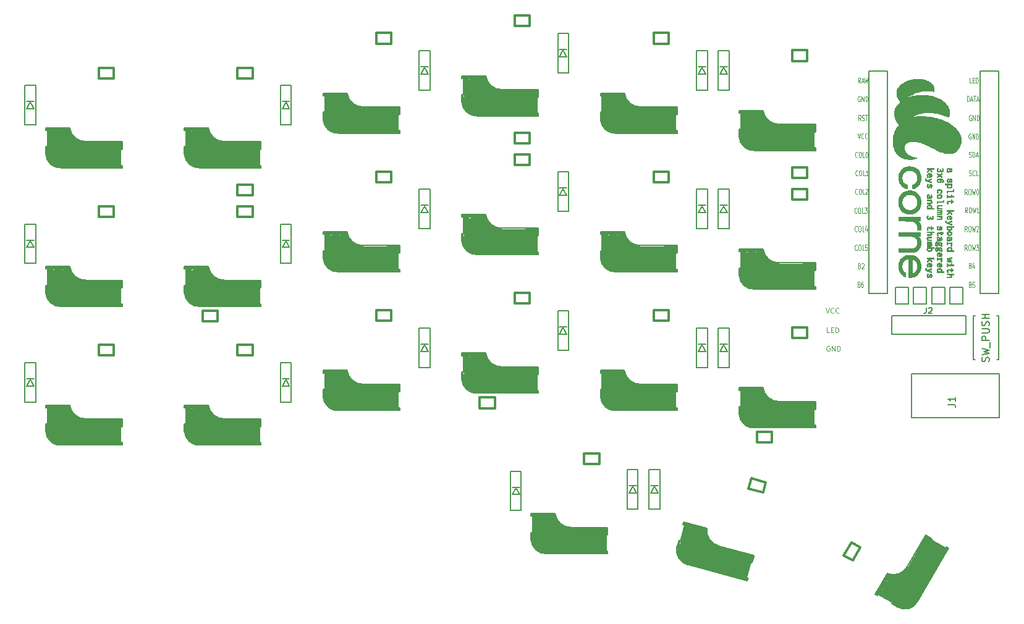
<source format=gto>
G04 #@! TF.GenerationSoftware,KiCad,Pcbnew,(5.1.2)-1*
G04 #@! TF.CreationDate,2020-04-25T11:30:18-05:00*
G04 #@! TF.ProjectId,corneWS2812,636f726e-6557-4533-9238-31322e6b6963,2.1*
G04 #@! TF.SameCoordinates,Original*
G04 #@! TF.FileFunction,Legend,Top*
G04 #@! TF.FilePolarity,Positive*
%FSLAX46Y46*%
G04 Gerber Fmt 4.6, Leading zero omitted, Abs format (unit mm)*
G04 Created by KiCad (PCBNEW (5.1.2)-1) date 2020-04-25 11:30:18*
%MOMM*%
%LPD*%
G04 APERTURE LIST*
%ADD10C,0.125000*%
%ADD11C,0.300000*%
%ADD12C,0.150000*%
%ADD13C,0.400000*%
%ADD14C,0.500000*%
%ADD15C,1.000000*%
%ADD16C,3.500000*%
%ADD17C,3.000000*%
%ADD18C,0.800000*%
%ADD19C,0.010000*%
G04 APERTURE END LIST*
D10*
X171450000Y-106316666D02*
X171116666Y-106316666D01*
X171116666Y-105616666D01*
X171683333Y-105950000D02*
X171916666Y-105950000D01*
X172016666Y-106316666D02*
X171683333Y-106316666D01*
X171683333Y-105616666D01*
X172016666Y-105616666D01*
X172316666Y-106316666D02*
X172316666Y-105616666D01*
X172483333Y-105616666D01*
X172583333Y-105650000D01*
X172650000Y-105716666D01*
X172683333Y-105783333D01*
X172716666Y-105916666D01*
X172716666Y-106016666D01*
X172683333Y-106150000D01*
X172650000Y-106216666D01*
X172583333Y-106283333D01*
X172483333Y-106316666D01*
X172316666Y-106316666D01*
X171466666Y-108150000D02*
X171400000Y-108116666D01*
X171300000Y-108116666D01*
X171200000Y-108150000D01*
X171133333Y-108216666D01*
X171100000Y-108283333D01*
X171066666Y-108416666D01*
X171066666Y-108516666D01*
X171100000Y-108650000D01*
X171133333Y-108716666D01*
X171200000Y-108783333D01*
X171300000Y-108816666D01*
X171366666Y-108816666D01*
X171466666Y-108783333D01*
X171500000Y-108750000D01*
X171500000Y-108516666D01*
X171366666Y-108516666D01*
X171800000Y-108816666D02*
X171800000Y-108116666D01*
X172200000Y-108816666D01*
X172200000Y-108116666D01*
X172533333Y-108816666D02*
X172533333Y-108116666D01*
X172700000Y-108116666D01*
X172800000Y-108150000D01*
X172866666Y-108216666D01*
X172900000Y-108283333D01*
X172933333Y-108416666D01*
X172933333Y-108516666D01*
X172900000Y-108650000D01*
X172866666Y-108716666D01*
X172800000Y-108783333D01*
X172700000Y-108816666D01*
X172533333Y-108816666D01*
X170966666Y-102916666D02*
X171200000Y-103616666D01*
X171433333Y-102916666D01*
X172066666Y-103550000D02*
X172033333Y-103583333D01*
X171933333Y-103616666D01*
X171866666Y-103616666D01*
X171766666Y-103583333D01*
X171700000Y-103516666D01*
X171666666Y-103450000D01*
X171633333Y-103316666D01*
X171633333Y-103216666D01*
X171666666Y-103083333D01*
X171700000Y-103016666D01*
X171766666Y-102950000D01*
X171866666Y-102916666D01*
X171933333Y-102916666D01*
X172033333Y-102950000D01*
X172066666Y-102983333D01*
X172766666Y-103550000D02*
X172733333Y-103583333D01*
X172633333Y-103616666D01*
X172566666Y-103616666D01*
X172466666Y-103583333D01*
X172400000Y-103516666D01*
X172366666Y-103450000D01*
X172333333Y-103316666D01*
X172333333Y-103216666D01*
X172366666Y-103083333D01*
X172400000Y-103016666D01*
X172466666Y-102950000D01*
X172566666Y-102916666D01*
X172633333Y-102916666D01*
X172733333Y-102950000D01*
X172766666Y-102983333D01*
D11*
X163620000Y-121350000D02*
X161570000Y-121350000D01*
X163620000Y-119900000D02*
X163620000Y-121350000D01*
X161570000Y-119900000D02*
X163620000Y-119900000D01*
X161570000Y-121350000D02*
X161570000Y-119900000D01*
X125620000Y-116650000D02*
X123570000Y-116650000D01*
X125620000Y-115200000D02*
X125620000Y-116650000D01*
X123570000Y-115200000D02*
X125620000Y-115200000D01*
X123570000Y-116650000D02*
X123570000Y-115200000D01*
X87620000Y-104750000D02*
X85570000Y-104750000D01*
X87620000Y-103300000D02*
X87620000Y-104750000D01*
X85570000Y-103300000D02*
X87620000Y-103300000D01*
X85570000Y-104750000D02*
X85570000Y-103300000D01*
X90380000Y-86050000D02*
X92430000Y-86050000D01*
X90380000Y-87500000D02*
X90380000Y-86050000D01*
X92430000Y-87500000D02*
X90380000Y-87500000D01*
X92430000Y-86050000D02*
X92430000Y-87500000D01*
X128380000Y-78950000D02*
X130430000Y-78950000D01*
X128380000Y-80400000D02*
X128380000Y-78950000D01*
X130430000Y-80400000D02*
X128380000Y-80400000D01*
X130430000Y-78950000D02*
X130430000Y-80400000D01*
X166380000Y-83650000D02*
X168430000Y-83650000D01*
X166380000Y-85100000D02*
X166380000Y-83650000D01*
X168430000Y-85100000D02*
X166380000Y-85100000D01*
X168430000Y-83650000D02*
X168430000Y-85100000D01*
X168430000Y-86622000D02*
X168430000Y-88072000D01*
X168430000Y-88072000D02*
X166380000Y-88072000D01*
X166380000Y-88072000D02*
X166380000Y-86622000D01*
X166380000Y-86622000D02*
X168430000Y-86622000D01*
X139930000Y-122872000D02*
X139930000Y-124322000D01*
X139930000Y-124322000D02*
X137880000Y-124322000D01*
X137880000Y-124322000D02*
X137880000Y-122872000D01*
X137880000Y-122872000D02*
X139930000Y-122872000D01*
X73430000Y-107997000D02*
X73430000Y-109447000D01*
X73430000Y-109447000D02*
X71380000Y-109447000D01*
X71380000Y-109447000D02*
X71380000Y-107997000D01*
X71380000Y-107997000D02*
X73430000Y-107997000D01*
X149430000Y-84247000D02*
X149430000Y-85697000D01*
X149430000Y-85697000D02*
X147380000Y-85697000D01*
X147380000Y-85697000D02*
X147380000Y-84247000D01*
X147380000Y-84247000D02*
X149430000Y-84247000D01*
X174694889Y-137534467D02*
X173439153Y-136809467D01*
X173439153Y-136809467D02*
X174464153Y-135034115D01*
X174464153Y-135034115D02*
X175719889Y-135759115D01*
X175719889Y-135759115D02*
X174694889Y-137534467D01*
X162734483Y-126815222D02*
X162359195Y-128215815D01*
X162359195Y-128215815D02*
X160379047Y-127685235D01*
X160379047Y-127685235D02*
X160754335Y-126284643D01*
X160754335Y-126284643D02*
X162734483Y-126815222D01*
X168430000Y-105622000D02*
X168430000Y-107072000D01*
X168430000Y-107072000D02*
X166380000Y-107072000D01*
X166380000Y-107072000D02*
X166380000Y-105622000D01*
X166380000Y-105622000D02*
X168430000Y-105622000D01*
X149430000Y-103247000D02*
X149430000Y-104697000D01*
X149430000Y-104697000D02*
X147380000Y-104697000D01*
X147380000Y-104697000D02*
X147380000Y-103247000D01*
X147380000Y-103247000D02*
X149430000Y-103247000D01*
X130430000Y-100872000D02*
X130430000Y-102322000D01*
X130430000Y-102322000D02*
X128380000Y-102322000D01*
X128380000Y-102322000D02*
X128380000Y-100872000D01*
X128380000Y-100872000D02*
X130430000Y-100872000D01*
X111430000Y-103247000D02*
X111430000Y-104697000D01*
X111430000Y-104697000D02*
X109380000Y-104697000D01*
X109380000Y-104697000D02*
X109380000Y-103247000D01*
X109380000Y-103247000D02*
X111430000Y-103247000D01*
X92430000Y-107997000D02*
X92430000Y-109447000D01*
X92430000Y-109447000D02*
X90380000Y-109447000D01*
X90380000Y-109447000D02*
X90380000Y-107997000D01*
X90380000Y-107997000D02*
X92430000Y-107997000D01*
X130430000Y-81872000D02*
X130430000Y-83322000D01*
X130430000Y-83322000D02*
X128380000Y-83322000D01*
X128380000Y-83322000D02*
X128380000Y-81872000D01*
X128380000Y-81872000D02*
X130430000Y-81872000D01*
X111430000Y-84247000D02*
X111430000Y-85697000D01*
X111430000Y-85697000D02*
X109380000Y-85697000D01*
X109380000Y-85697000D02*
X109380000Y-84247000D01*
X109380000Y-84247000D02*
X111430000Y-84247000D01*
X92430000Y-88997000D02*
X92430000Y-90447000D01*
X92430000Y-90447000D02*
X90380000Y-90447000D01*
X90380000Y-90447000D02*
X90380000Y-88997000D01*
X90380000Y-88997000D02*
X92430000Y-88997000D01*
X73430000Y-88997000D02*
X73430000Y-90447000D01*
X73430000Y-90447000D02*
X71380000Y-90447000D01*
X71380000Y-90447000D02*
X71380000Y-88997000D01*
X71380000Y-88997000D02*
X73430000Y-88997000D01*
X168430000Y-67622000D02*
X168430000Y-69072000D01*
X168430000Y-69072000D02*
X166380000Y-69072000D01*
X166380000Y-69072000D02*
X166380000Y-67622000D01*
X166380000Y-67622000D02*
X168430000Y-67622000D01*
X149430000Y-65247000D02*
X149430000Y-66697000D01*
X149430000Y-66697000D02*
X147380000Y-66697000D01*
X147380000Y-66697000D02*
X147380000Y-65247000D01*
X147380000Y-65247000D02*
X149430000Y-65247000D01*
X130430000Y-62872000D02*
X130430000Y-64322000D01*
X130430000Y-64322000D02*
X128380000Y-64322000D01*
X128380000Y-64322000D02*
X128380000Y-62872000D01*
X128380000Y-62872000D02*
X130430000Y-62872000D01*
X111430000Y-65247000D02*
X111430000Y-66697000D01*
X111430000Y-66697000D02*
X109380000Y-66697000D01*
X109380000Y-66697000D02*
X109380000Y-65247000D01*
X109380000Y-65247000D02*
X111430000Y-65247000D01*
X92430000Y-69997000D02*
X92430000Y-71447000D01*
X92430000Y-71447000D02*
X90380000Y-71447000D01*
X90380000Y-71447000D02*
X90380000Y-69997000D01*
X90380000Y-69997000D02*
X92430000Y-69997000D01*
X73430000Y-69997000D02*
X73430000Y-71447000D01*
X73430000Y-71447000D02*
X71380000Y-71447000D01*
X71380000Y-71447000D02*
X71380000Y-69997000D01*
X71380000Y-69997000D02*
X73430000Y-69997000D01*
D12*
X194700000Y-111922000D02*
X194700000Y-117922000D01*
X194700000Y-117922000D02*
X182700000Y-117922000D01*
X182700000Y-117922000D02*
X182700000Y-111922000D01*
X182700000Y-111922000D02*
X194700000Y-111922000D01*
D13*
X169400000Y-116650000D02*
X169400000Y-115950000D01*
X169400000Y-119150000D02*
X168000000Y-119150000D01*
D14*
X159300000Y-114050000D02*
X162000000Y-114050000D01*
D15*
X161983682Y-114271471D02*
G75*
G03X164200000Y-116150000I2151318J291471D01*
G01*
D12*
X169600000Y-119000000D02*
X169600000Y-119350000D01*
X159099999Y-117450000D02*
G75*
G03X161200000Y-119350001I2000001J100000D01*
G01*
X162383682Y-113871471D02*
G75*
G03X164600000Y-115750000I2151318J291471D01*
G01*
X169600000Y-119350000D02*
X161200000Y-119350001D01*
X164600000Y-115750000D02*
X169600000Y-115750000D01*
X159100000Y-113850000D02*
X162380000Y-113850000D01*
X159100000Y-117450000D02*
X159100000Y-116450000D01*
X159100000Y-113850000D02*
X159100000Y-114210000D01*
X159300000Y-114210000D02*
X159100000Y-114210000D01*
X159330000Y-116450000D02*
X159330000Y-114210000D01*
X159100000Y-116450000D02*
X159300000Y-116450000D01*
X169400000Y-119000000D02*
X169600000Y-119000000D01*
X169380000Y-116750000D02*
X169380000Y-119000000D01*
X169600000Y-116750000D02*
X169400000Y-116750000D01*
X169600000Y-115750000D02*
X169600000Y-116750000D01*
D16*
X167600000Y-117550000D02*
X160900000Y-117550000D01*
D15*
X168900000Y-118750000D02*
X168900000Y-116250000D01*
D14*
X169300000Y-116050000D02*
X167900000Y-116050000D01*
D17*
X160830000Y-117850000D02*
X160830000Y-115610000D01*
D18*
X159700000Y-114350000D02*
X159700000Y-116150000D01*
D11*
X159200001Y-116550000D02*
X159200000Y-117449999D01*
D13*
X112400000Y-76275000D02*
X112400000Y-75575000D01*
X112400000Y-78775000D02*
X111000000Y-78775000D01*
D14*
X102300000Y-73675000D02*
X105000000Y-73675000D01*
D15*
X104983682Y-73896471D02*
G75*
G03X107200000Y-75775000I2151318J291471D01*
G01*
D12*
X112600000Y-78625000D02*
X112600000Y-78975000D01*
X102099999Y-77075000D02*
G75*
G03X104200000Y-78975001I2000001J100000D01*
G01*
X105383682Y-73496471D02*
G75*
G03X107600000Y-75375000I2151318J291471D01*
G01*
X112600000Y-78975000D02*
X104200000Y-78975001D01*
X107600000Y-75375000D02*
X112600000Y-75375000D01*
X102100000Y-73475000D02*
X105380000Y-73475000D01*
X102100000Y-77075000D02*
X102100000Y-76075000D01*
X102100000Y-73475000D02*
X102100000Y-73835000D01*
X102300000Y-73835000D02*
X102100000Y-73835000D01*
X102330000Y-76075000D02*
X102330000Y-73835000D01*
X102100000Y-76075000D02*
X102300000Y-76075000D01*
X112400000Y-78625000D02*
X112600000Y-78625000D01*
X112380000Y-76375000D02*
X112380000Y-78625000D01*
X112600000Y-76375000D02*
X112400000Y-76375000D01*
X112600000Y-75375000D02*
X112600000Y-76375000D01*
D16*
X110600000Y-77175000D02*
X103900000Y-77175000D01*
D15*
X111900000Y-78375000D02*
X111900000Y-75875000D01*
D14*
X112300000Y-75675000D02*
X110900000Y-75675000D01*
D17*
X103830000Y-77475000D02*
X103830000Y-75235000D01*
D18*
X102700000Y-73975000D02*
X102700000Y-75775000D01*
D11*
X102200001Y-76175000D02*
X102200000Y-77074999D01*
D13*
X185327499Y-134639488D02*
X184721281Y-134289488D01*
X187492563Y-135889488D02*
X186792563Y-137101924D01*
D14*
X178025833Y-142086345D02*
X179375833Y-139748076D01*
D15*
X179559473Y-139872943D02*
G75*
G03X182294486Y-138892820I823238J2008831D01*
G01*
D12*
X187462659Y-135641283D02*
X187765768Y-135816283D01*
X180870319Y-143959551D02*
G75*
G03X183565769Y-143090897I913398J1782052D01*
G01*
X179413063Y-139326533D02*
G75*
G03X182148076Y-138346410I823238J2008831D01*
G01*
X187765768Y-135816283D02*
X183565769Y-143090897D01*
X182148076Y-138346410D02*
X184648076Y-134016283D01*
X177752628Y-142159550D02*
X179392628Y-139318987D01*
X180870319Y-143959550D02*
X180004294Y-143459550D01*
X177752628Y-142159550D02*
X178064397Y-142339550D01*
X178164397Y-142166345D02*
X178064397Y-142339550D01*
X180119294Y-143260364D02*
X178179397Y-142140364D01*
X180004294Y-143459550D02*
X180104294Y-143286345D01*
X187362659Y-135814488D02*
X187462659Y-135641283D01*
X185404102Y-134706809D02*
X187352659Y-135831809D01*
X185514102Y-134516283D02*
X185414102Y-134689488D01*
X184648076Y-134016283D02*
X185514102Y-134516283D01*
D16*
X185206922Y-136648334D02*
X181856922Y-142450704D01*
D15*
X186896152Y-136122501D02*
X184731089Y-134872501D01*
D14*
X184757884Y-134426091D02*
X184057884Y-135638526D01*
D17*
X182081730Y-142661326D02*
X180141833Y-141541326D01*
D18*
X178485641Y-141889935D02*
X180044486Y-142789935D01*
D11*
X180140897Y-143422946D02*
X180920319Y-143872947D01*
D13*
X74400000Y-81025000D02*
X74400000Y-80325000D01*
X74400000Y-83525000D02*
X73000000Y-83525000D01*
D14*
X64300000Y-78425000D02*
X67000000Y-78425000D01*
D15*
X66983682Y-78646471D02*
G75*
G03X69200000Y-80525000I2151318J291471D01*
G01*
D12*
X74600000Y-83375000D02*
X74600000Y-83725000D01*
X64099999Y-81825000D02*
G75*
G03X66200000Y-83725001I2000001J100000D01*
G01*
X67383682Y-78246471D02*
G75*
G03X69600000Y-80125000I2151318J291471D01*
G01*
X74600000Y-83725000D02*
X66200000Y-83725001D01*
X69600000Y-80125000D02*
X74600000Y-80125000D01*
X64100000Y-78225000D02*
X67380000Y-78225000D01*
X64100000Y-81825000D02*
X64100000Y-80825000D01*
X64100000Y-78225000D02*
X64100000Y-78585000D01*
X64300000Y-78585000D02*
X64100000Y-78585000D01*
X64330000Y-80825000D02*
X64330000Y-78585000D01*
X64100000Y-80825000D02*
X64300000Y-80825000D01*
X74400000Y-83375000D02*
X74600000Y-83375000D01*
X74380000Y-81125000D02*
X74380000Y-83375000D01*
X74600000Y-81125000D02*
X74400000Y-81125000D01*
X74600000Y-80125000D02*
X74600000Y-81125000D01*
D16*
X72600000Y-81925000D02*
X65900000Y-81925000D01*
D15*
X73900000Y-83125000D02*
X73900000Y-80625000D01*
D14*
X74300000Y-80425000D02*
X72900000Y-80425000D01*
D17*
X65830000Y-82225000D02*
X65830000Y-79985000D01*
D18*
X64700000Y-78725000D02*
X64700000Y-80525000D01*
D11*
X64200001Y-80925000D02*
X64200000Y-81824999D01*
D13*
X140900000Y-133900000D02*
X140900000Y-133200000D01*
X140900000Y-136400000D02*
X139500000Y-136400000D01*
D14*
X130800000Y-131300000D02*
X133500000Y-131300000D01*
D15*
X133483682Y-131521471D02*
G75*
G03X135700000Y-133400000I2151318J291471D01*
G01*
D12*
X141100000Y-136250000D02*
X141100000Y-136600000D01*
X130599999Y-134700000D02*
G75*
G03X132700000Y-136600001I2000001J100000D01*
G01*
X133883682Y-131121471D02*
G75*
G03X136100000Y-133000000I2151318J291471D01*
G01*
X141100000Y-136600000D02*
X132700000Y-136600001D01*
X136100000Y-133000000D02*
X141100000Y-133000000D01*
X130600000Y-131100000D02*
X133880000Y-131100000D01*
X130600000Y-134700000D02*
X130600000Y-133700000D01*
X130600000Y-131100000D02*
X130600000Y-131460000D01*
X130800000Y-131460000D02*
X130600000Y-131460000D01*
X130830000Y-133700000D02*
X130830000Y-131460000D01*
X130600000Y-133700000D02*
X130800000Y-133700000D01*
X140900000Y-136250000D02*
X141100000Y-136250000D01*
X140880000Y-134000000D02*
X140880000Y-136250000D01*
X141100000Y-134000000D02*
X140900000Y-134000000D01*
X141100000Y-133000000D02*
X141100000Y-134000000D01*
D16*
X139100000Y-134800000D02*
X132400000Y-134800000D01*
D15*
X140400000Y-136000000D02*
X140400000Y-133500000D01*
D14*
X140800000Y-133300000D02*
X139400000Y-133300000D01*
D17*
X132330000Y-135100000D02*
X132330000Y-132860000D01*
D18*
X131200000Y-131600000D02*
X131200000Y-133400000D01*
D11*
X130700001Y-133800000D02*
X130700000Y-134699999D01*
D13*
X112400000Y-114275000D02*
X112400000Y-113575000D01*
X112400000Y-116775000D02*
X111000000Y-116775000D01*
D14*
X102300000Y-111675000D02*
X105000000Y-111675000D01*
D15*
X104983682Y-111896471D02*
G75*
G03X107200000Y-113775000I2151318J291471D01*
G01*
D12*
X112600000Y-116625000D02*
X112600000Y-116975000D01*
X102099999Y-115075000D02*
G75*
G03X104200000Y-116975001I2000001J100000D01*
G01*
X105383682Y-111496471D02*
G75*
G03X107600000Y-113375000I2151318J291471D01*
G01*
X112600000Y-116975000D02*
X104200000Y-116975001D01*
X107600000Y-113375000D02*
X112600000Y-113375000D01*
X102100000Y-111475000D02*
X105380000Y-111475000D01*
X102100000Y-115075000D02*
X102100000Y-114075000D01*
X102100000Y-111475000D02*
X102100000Y-111835000D01*
X102300000Y-111835000D02*
X102100000Y-111835000D01*
X102330000Y-114075000D02*
X102330000Y-111835000D01*
X102100000Y-114075000D02*
X102300000Y-114075000D01*
X112400000Y-116625000D02*
X112600000Y-116625000D01*
X112380000Y-114375000D02*
X112380000Y-116625000D01*
X112600000Y-114375000D02*
X112400000Y-114375000D01*
X112600000Y-113375000D02*
X112600000Y-114375000D01*
D16*
X110600000Y-115175000D02*
X103900000Y-115175000D01*
D15*
X111900000Y-116375000D02*
X111900000Y-113875000D01*
D14*
X112300000Y-113675000D02*
X110900000Y-113675000D01*
D17*
X103830000Y-115475000D02*
X103830000Y-113235000D01*
D18*
X102700000Y-111975000D02*
X102700000Y-113775000D01*
D11*
X102200001Y-114175000D02*
X102200000Y-115074999D01*
D13*
X93400000Y-119025000D02*
X93400000Y-118325000D01*
X93400000Y-121525000D02*
X92000000Y-121525000D01*
D14*
X83300000Y-116425000D02*
X86000000Y-116425000D01*
D15*
X85983682Y-116646471D02*
G75*
G03X88200000Y-118525000I2151318J291471D01*
G01*
D12*
X93600000Y-121375000D02*
X93600000Y-121725000D01*
X83099999Y-119825000D02*
G75*
G03X85200000Y-121725001I2000001J100000D01*
G01*
X86383682Y-116246471D02*
G75*
G03X88600000Y-118125000I2151318J291471D01*
G01*
X93600000Y-121725000D02*
X85200000Y-121725001D01*
X88600000Y-118125000D02*
X93600000Y-118125000D01*
X83100000Y-116225000D02*
X86380000Y-116225000D01*
X83100000Y-119825000D02*
X83100000Y-118825000D01*
X83100000Y-116225000D02*
X83100000Y-116585000D01*
X83300000Y-116585000D02*
X83100000Y-116585000D01*
X83330000Y-118825000D02*
X83330000Y-116585000D01*
X83100000Y-118825000D02*
X83300000Y-118825000D01*
X93400000Y-121375000D02*
X93600000Y-121375000D01*
X93380000Y-119125000D02*
X93380000Y-121375000D01*
X93600000Y-119125000D02*
X93400000Y-119125000D01*
X93600000Y-118125000D02*
X93600000Y-119125000D01*
D16*
X91600000Y-119925000D02*
X84900000Y-119925000D01*
D15*
X92900000Y-121125000D02*
X92900000Y-118625000D01*
D14*
X93300000Y-118425000D02*
X91900000Y-118425000D01*
D17*
X84830000Y-120225000D02*
X84830000Y-117985000D01*
D18*
X83700000Y-116725000D02*
X83700000Y-118525000D01*
D11*
X83200001Y-118925000D02*
X83200000Y-119824999D01*
D13*
X74400000Y-119025000D02*
X74400000Y-118325000D01*
X74400000Y-121525000D02*
X73000000Y-121525000D01*
D14*
X64300000Y-116425000D02*
X67000000Y-116425000D01*
D15*
X66983682Y-116646471D02*
G75*
G03X69200000Y-118525000I2151318J291471D01*
G01*
D12*
X74600000Y-121375000D02*
X74600000Y-121725000D01*
X64099999Y-119825000D02*
G75*
G03X66200000Y-121725001I2000001J100000D01*
G01*
X67383682Y-116246471D02*
G75*
G03X69600000Y-118125000I2151318J291471D01*
G01*
X74600000Y-121725000D02*
X66200000Y-121725001D01*
X69600000Y-118125000D02*
X74600000Y-118125000D01*
X64100000Y-116225000D02*
X67380000Y-116225000D01*
X64100000Y-119825000D02*
X64100000Y-118825000D01*
X64100000Y-116225000D02*
X64100000Y-116585000D01*
X64300000Y-116585000D02*
X64100000Y-116585000D01*
X64330000Y-118825000D02*
X64330000Y-116585000D01*
X64100000Y-118825000D02*
X64300000Y-118825000D01*
X74400000Y-121375000D02*
X74600000Y-121375000D01*
X74380000Y-119125000D02*
X74380000Y-121375000D01*
X74600000Y-119125000D02*
X74400000Y-119125000D01*
X74600000Y-118125000D02*
X74600000Y-119125000D01*
D16*
X72600000Y-119925000D02*
X65900000Y-119925000D01*
D15*
X73900000Y-121125000D02*
X73900000Y-118625000D01*
D14*
X74300000Y-118425000D02*
X72900000Y-118425000D01*
D17*
X65830000Y-120225000D02*
X65830000Y-117985000D01*
D18*
X64700000Y-116725000D02*
X64700000Y-118525000D01*
D11*
X64200001Y-118925000D02*
X64200000Y-119824999D01*
D13*
X169400000Y-97650000D02*
X169400000Y-96950000D01*
X169400000Y-100150000D02*
X168000000Y-100150000D01*
D14*
X159300000Y-95050000D02*
X162000000Y-95050000D01*
D15*
X161983682Y-95271471D02*
G75*
G03X164200000Y-97150000I2151318J291471D01*
G01*
D12*
X169600000Y-100000000D02*
X169600000Y-100350000D01*
X159099999Y-98450000D02*
G75*
G03X161200000Y-100350001I2000001J100000D01*
G01*
X162383682Y-94871471D02*
G75*
G03X164600000Y-96750000I2151318J291471D01*
G01*
X169600000Y-100350000D02*
X161200000Y-100350001D01*
X164600000Y-96750000D02*
X169600000Y-96750000D01*
X159100000Y-94850000D02*
X162380000Y-94850000D01*
X159100000Y-98450000D02*
X159100000Y-97450000D01*
X159100000Y-94850000D02*
X159100000Y-95210000D01*
X159300000Y-95210000D02*
X159100000Y-95210000D01*
X159330000Y-97450000D02*
X159330000Y-95210000D01*
X159100000Y-97450000D02*
X159300000Y-97450000D01*
X169400000Y-100000000D02*
X169600000Y-100000000D01*
X169380000Y-97750000D02*
X169380000Y-100000000D01*
X169600000Y-97750000D02*
X169400000Y-97750000D01*
X169600000Y-96750000D02*
X169600000Y-97750000D01*
D16*
X167600000Y-98550000D02*
X160900000Y-98550000D01*
D15*
X168900000Y-99750000D02*
X168900000Y-97250000D01*
D14*
X169300000Y-97050000D02*
X167900000Y-97050000D01*
D17*
X160830000Y-98850000D02*
X160830000Y-96610000D01*
D18*
X159700000Y-95350000D02*
X159700000Y-97150000D01*
D11*
X159200001Y-97550000D02*
X159200000Y-98449999D01*
D13*
X150400000Y-95275000D02*
X150400000Y-94575000D01*
X150400000Y-97775000D02*
X149000000Y-97775000D01*
D14*
X140300000Y-92675000D02*
X143000000Y-92675000D01*
D15*
X142983682Y-92896471D02*
G75*
G03X145200000Y-94775000I2151318J291471D01*
G01*
D12*
X150600000Y-97625000D02*
X150600000Y-97975000D01*
X140099999Y-96075000D02*
G75*
G03X142200000Y-97975001I2000001J100000D01*
G01*
X143383682Y-92496471D02*
G75*
G03X145600000Y-94375000I2151318J291471D01*
G01*
X150600000Y-97975000D02*
X142200000Y-97975001D01*
X145600000Y-94375000D02*
X150600000Y-94375000D01*
X140100000Y-92475000D02*
X143380000Y-92475000D01*
X140100000Y-96075000D02*
X140100000Y-95075000D01*
X140100000Y-92475000D02*
X140100000Y-92835000D01*
X140300000Y-92835000D02*
X140100000Y-92835000D01*
X140330000Y-95075000D02*
X140330000Y-92835000D01*
X140100000Y-95075000D02*
X140300000Y-95075000D01*
X150400000Y-97625000D02*
X150600000Y-97625000D01*
X150380000Y-95375000D02*
X150380000Y-97625000D01*
X150600000Y-95375000D02*
X150400000Y-95375000D01*
X150600000Y-94375000D02*
X150600000Y-95375000D01*
D16*
X148600000Y-96175000D02*
X141900000Y-96175000D01*
D15*
X149900000Y-97375000D02*
X149900000Y-94875000D01*
D14*
X150300000Y-94675000D02*
X148900000Y-94675000D01*
D17*
X141830000Y-96475000D02*
X141830000Y-94235000D01*
D18*
X140700000Y-92975000D02*
X140700000Y-94775000D01*
D11*
X140200001Y-95175000D02*
X140200000Y-96074999D01*
D13*
X131400000Y-92900000D02*
X131400000Y-92200000D01*
X131400000Y-95400000D02*
X130000000Y-95400000D01*
D14*
X121300000Y-90300000D02*
X124000000Y-90300000D01*
D15*
X123983682Y-90521471D02*
G75*
G03X126200000Y-92400000I2151318J291471D01*
G01*
D12*
X131600000Y-95250000D02*
X131600000Y-95600000D01*
X121099999Y-93700000D02*
G75*
G03X123200000Y-95600001I2000001J100000D01*
G01*
X124383682Y-90121471D02*
G75*
G03X126600000Y-92000000I2151318J291471D01*
G01*
X131600000Y-95600000D02*
X123200000Y-95600001D01*
X126600000Y-92000000D02*
X131600000Y-92000000D01*
X121100000Y-90100000D02*
X124380000Y-90100000D01*
X121100000Y-93700000D02*
X121100000Y-92700000D01*
X121100000Y-90100000D02*
X121100000Y-90460000D01*
X121300000Y-90460000D02*
X121100000Y-90460000D01*
X121330000Y-92700000D02*
X121330000Y-90460000D01*
X121100000Y-92700000D02*
X121300000Y-92700000D01*
X131400000Y-95250000D02*
X131600000Y-95250000D01*
X131380000Y-93000000D02*
X131380000Y-95250000D01*
X131600000Y-93000000D02*
X131400000Y-93000000D01*
X131600000Y-92000000D02*
X131600000Y-93000000D01*
D16*
X129600000Y-93800000D02*
X122900000Y-93800000D01*
D15*
X130900000Y-95000000D02*
X130900000Y-92500000D01*
D14*
X131300000Y-92300000D02*
X129900000Y-92300000D01*
D17*
X122830000Y-94100000D02*
X122830000Y-91860000D01*
D18*
X121700000Y-90600000D02*
X121700000Y-92400000D01*
D11*
X121200001Y-92800000D02*
X121200000Y-93699999D01*
D13*
X112400000Y-95275000D02*
X112400000Y-94575000D01*
X112400000Y-97775000D02*
X111000000Y-97775000D01*
D14*
X102300000Y-92675000D02*
X105000000Y-92675000D01*
D15*
X104983682Y-92896471D02*
G75*
G03X107200000Y-94775000I2151318J291471D01*
G01*
D12*
X112600000Y-97625000D02*
X112600000Y-97975000D01*
X102099999Y-96075000D02*
G75*
G03X104200000Y-97975001I2000001J100000D01*
G01*
X105383682Y-92496471D02*
G75*
G03X107600000Y-94375000I2151318J291471D01*
G01*
X112600000Y-97975000D02*
X104200000Y-97975001D01*
X107600000Y-94375000D02*
X112600000Y-94375000D01*
X102100000Y-92475000D02*
X105380000Y-92475000D01*
X102100000Y-96075000D02*
X102100000Y-95075000D01*
X102100000Y-92475000D02*
X102100000Y-92835000D01*
X102300000Y-92835000D02*
X102100000Y-92835000D01*
X102330000Y-95075000D02*
X102330000Y-92835000D01*
X102100000Y-95075000D02*
X102300000Y-95075000D01*
X112400000Y-97625000D02*
X112600000Y-97625000D01*
X112380000Y-95375000D02*
X112380000Y-97625000D01*
X112600000Y-95375000D02*
X112400000Y-95375000D01*
X112600000Y-94375000D02*
X112600000Y-95375000D01*
D16*
X110600000Y-96175000D02*
X103900000Y-96175000D01*
D15*
X111900000Y-97375000D02*
X111900000Y-94875000D01*
D14*
X112300000Y-94675000D02*
X110900000Y-94675000D01*
D17*
X103830000Y-96475000D02*
X103830000Y-94235000D01*
D18*
X102700000Y-92975000D02*
X102700000Y-94775000D01*
D11*
X102200001Y-95175000D02*
X102200000Y-96074999D01*
D13*
X93400000Y-100025000D02*
X93400000Y-99325000D01*
X93400000Y-102525000D02*
X92000000Y-102525000D01*
D14*
X83300000Y-97425000D02*
X86000000Y-97425000D01*
D15*
X85983682Y-97646471D02*
G75*
G03X88200000Y-99525000I2151318J291471D01*
G01*
D12*
X93600000Y-102375000D02*
X93600000Y-102725000D01*
X83099999Y-100825000D02*
G75*
G03X85200000Y-102725001I2000001J100000D01*
G01*
X86383682Y-97246471D02*
G75*
G03X88600000Y-99125000I2151318J291471D01*
G01*
X93600000Y-102725000D02*
X85200000Y-102725001D01*
X88600000Y-99125000D02*
X93600000Y-99125000D01*
X83100000Y-97225000D02*
X86380000Y-97225000D01*
X83100000Y-100825000D02*
X83100000Y-99825000D01*
X83100000Y-97225000D02*
X83100000Y-97585000D01*
X83300000Y-97585000D02*
X83100000Y-97585000D01*
X83330000Y-99825000D02*
X83330000Y-97585000D01*
X83100000Y-99825000D02*
X83300000Y-99825000D01*
X93400000Y-102375000D02*
X93600000Y-102375000D01*
X93380000Y-100125000D02*
X93380000Y-102375000D01*
X93600000Y-100125000D02*
X93400000Y-100125000D01*
X93600000Y-99125000D02*
X93600000Y-100125000D01*
D16*
X91600000Y-100925000D02*
X84900000Y-100925000D01*
D15*
X92900000Y-102125000D02*
X92900000Y-99625000D01*
D14*
X93300000Y-99425000D02*
X91900000Y-99425000D01*
D17*
X84830000Y-101225000D02*
X84830000Y-98985000D01*
D18*
X83700000Y-97725000D02*
X83700000Y-99525000D01*
D11*
X83200001Y-99925000D02*
X83200000Y-100824999D01*
D13*
X74400000Y-100025000D02*
X74400000Y-99325000D01*
X74400000Y-102525000D02*
X73000000Y-102525000D01*
D14*
X64300000Y-97425000D02*
X67000000Y-97425000D01*
D15*
X66983682Y-97646471D02*
G75*
G03X69200000Y-99525000I2151318J291471D01*
G01*
D12*
X74600000Y-102375000D02*
X74600000Y-102725000D01*
X64099999Y-100825000D02*
G75*
G03X66200000Y-102725001I2000001J100000D01*
G01*
X67383682Y-97246471D02*
G75*
G03X69600000Y-99125000I2151318J291471D01*
G01*
X74600000Y-102725000D02*
X66200000Y-102725001D01*
X69600000Y-99125000D02*
X74600000Y-99125000D01*
X64100000Y-97225000D02*
X67380000Y-97225000D01*
X64100000Y-100825000D02*
X64100000Y-99825000D01*
X64100000Y-97225000D02*
X64100000Y-97585000D01*
X64300000Y-97585000D02*
X64100000Y-97585000D01*
X64330000Y-99825000D02*
X64330000Y-97585000D01*
X64100000Y-99825000D02*
X64300000Y-99825000D01*
X74400000Y-102375000D02*
X74600000Y-102375000D01*
X74380000Y-100125000D02*
X74380000Y-102375000D01*
X74600000Y-100125000D02*
X74400000Y-100125000D01*
X74600000Y-99125000D02*
X74600000Y-100125000D01*
D16*
X72600000Y-100925000D02*
X65900000Y-100925000D01*
D15*
X73900000Y-102125000D02*
X73900000Y-99625000D01*
D14*
X74300000Y-99425000D02*
X72900000Y-99425000D01*
D17*
X65830000Y-101225000D02*
X65830000Y-98985000D01*
D18*
X64700000Y-97725000D02*
X64700000Y-99525000D01*
D11*
X64200001Y-99925000D02*
X64200000Y-100824999D01*
D13*
X169400000Y-78650000D02*
X169400000Y-77950000D01*
X169400000Y-81150000D02*
X168000000Y-81150000D01*
D14*
X159300000Y-76050000D02*
X162000000Y-76050000D01*
D15*
X161983682Y-76271471D02*
G75*
G03X164200000Y-78150000I2151318J291471D01*
G01*
D12*
X169600000Y-81000000D02*
X169600000Y-81350000D01*
X159099999Y-79450000D02*
G75*
G03X161200000Y-81350001I2000001J100000D01*
G01*
X162383682Y-75871471D02*
G75*
G03X164600000Y-77750000I2151318J291471D01*
G01*
X169600000Y-81350000D02*
X161200000Y-81350001D01*
X164600000Y-77750000D02*
X169600000Y-77750000D01*
X159100000Y-75850000D02*
X162380000Y-75850000D01*
X159100000Y-79450000D02*
X159100000Y-78450000D01*
X159100000Y-75850000D02*
X159100000Y-76210000D01*
X159300000Y-76210000D02*
X159100000Y-76210000D01*
X159330000Y-78450000D02*
X159330000Y-76210000D01*
X159100000Y-78450000D02*
X159300000Y-78450000D01*
X169400000Y-81000000D02*
X169600000Y-81000000D01*
X169380000Y-78750000D02*
X169380000Y-81000000D01*
X169600000Y-78750000D02*
X169400000Y-78750000D01*
X169600000Y-77750000D02*
X169600000Y-78750000D01*
D16*
X167600000Y-79550000D02*
X160900000Y-79550000D01*
D15*
X168900000Y-80750000D02*
X168900000Y-78250000D01*
D14*
X169300000Y-78050000D02*
X167900000Y-78050000D01*
D17*
X160830000Y-79850000D02*
X160830000Y-77610000D01*
D18*
X159700000Y-76350000D02*
X159700000Y-78150000D01*
D11*
X159200001Y-78550000D02*
X159200000Y-79449999D01*
D13*
X150400000Y-76275000D02*
X150400000Y-75575000D01*
X150400000Y-78775000D02*
X149000000Y-78775000D01*
D14*
X140300000Y-73675000D02*
X143000000Y-73675000D01*
D15*
X142983682Y-73896471D02*
G75*
G03X145200000Y-75775000I2151318J291471D01*
G01*
D12*
X150600000Y-78625000D02*
X150600000Y-78975000D01*
X140099999Y-77075000D02*
G75*
G03X142200000Y-78975001I2000001J100000D01*
G01*
X143383682Y-73496471D02*
G75*
G03X145600000Y-75375000I2151318J291471D01*
G01*
X150600000Y-78975000D02*
X142200000Y-78975001D01*
X145600000Y-75375000D02*
X150600000Y-75375000D01*
X140100000Y-73475000D02*
X143380000Y-73475000D01*
X140100000Y-77075000D02*
X140100000Y-76075000D01*
X140100000Y-73475000D02*
X140100000Y-73835000D01*
X140300000Y-73835000D02*
X140100000Y-73835000D01*
X140330000Y-76075000D02*
X140330000Y-73835000D01*
X140100000Y-76075000D02*
X140300000Y-76075000D01*
X150400000Y-78625000D02*
X150600000Y-78625000D01*
X150380000Y-76375000D02*
X150380000Y-78625000D01*
X150600000Y-76375000D02*
X150400000Y-76375000D01*
X150600000Y-75375000D02*
X150600000Y-76375000D01*
D16*
X148600000Y-77175000D02*
X141900000Y-77175000D01*
D15*
X149900000Y-78375000D02*
X149900000Y-75875000D01*
D14*
X150300000Y-75675000D02*
X148900000Y-75675000D01*
D17*
X141830000Y-77475000D02*
X141830000Y-75235000D01*
D18*
X140700000Y-73975000D02*
X140700000Y-75775000D01*
D11*
X140200001Y-76175000D02*
X140200000Y-77074999D01*
D13*
X93400000Y-81025000D02*
X93400000Y-80325000D01*
X93400000Y-83525000D02*
X92000000Y-83525000D01*
D14*
X83300000Y-78425000D02*
X86000000Y-78425000D01*
D15*
X85983682Y-78646471D02*
G75*
G03X88200000Y-80525000I2151318J291471D01*
G01*
D12*
X93600000Y-83375000D02*
X93600000Y-83725000D01*
X83099999Y-81825000D02*
G75*
G03X85200000Y-83725001I2000001J100000D01*
G01*
X86383682Y-78246471D02*
G75*
G03X88600000Y-80125000I2151318J291471D01*
G01*
X93600000Y-83725000D02*
X85200000Y-83725001D01*
X88600000Y-80125000D02*
X93600000Y-80125000D01*
X83100000Y-78225000D02*
X86380000Y-78225000D01*
X83100000Y-81825000D02*
X83100000Y-80825000D01*
X83100000Y-78225000D02*
X83100000Y-78585000D01*
X83300000Y-78585000D02*
X83100000Y-78585000D01*
X83330000Y-80825000D02*
X83330000Y-78585000D01*
X83100000Y-80825000D02*
X83300000Y-80825000D01*
X93400000Y-83375000D02*
X93600000Y-83375000D01*
X93380000Y-81125000D02*
X93380000Y-83375000D01*
X93600000Y-81125000D02*
X93400000Y-81125000D01*
X93600000Y-80125000D02*
X93600000Y-81125000D01*
D16*
X91600000Y-81925000D02*
X84900000Y-81925000D01*
D15*
X92900000Y-83125000D02*
X92900000Y-80625000D01*
D14*
X93300000Y-80425000D02*
X91900000Y-80425000D01*
D17*
X84830000Y-82225000D02*
X84830000Y-79985000D01*
D18*
X83700000Y-78725000D02*
X83700000Y-80525000D01*
D11*
X83200001Y-80925000D02*
X83200000Y-81824999D01*
D13*
X150400000Y-114275000D02*
X150400000Y-113575000D01*
X150400000Y-116775000D02*
X149000000Y-116775000D01*
D14*
X140300000Y-111675000D02*
X143000000Y-111675000D01*
D15*
X142983682Y-111896471D02*
G75*
G03X145200000Y-113775000I2151318J291471D01*
G01*
D12*
X150600000Y-116625000D02*
X150600000Y-116975000D01*
X140099999Y-115075000D02*
G75*
G03X142200000Y-116975001I2000001J100000D01*
G01*
X143383682Y-111496471D02*
G75*
G03X145600000Y-113375000I2151318J291471D01*
G01*
X150600000Y-116975000D02*
X142200000Y-116975001D01*
X145600000Y-113375000D02*
X150600000Y-113375000D01*
X140100000Y-111475000D02*
X143380000Y-111475000D01*
X140100000Y-115075000D02*
X140100000Y-114075000D01*
X140100000Y-111475000D02*
X140100000Y-111835000D01*
X140300000Y-111835000D02*
X140100000Y-111835000D01*
X140330000Y-114075000D02*
X140330000Y-111835000D01*
X140100000Y-114075000D02*
X140300000Y-114075000D01*
X150400000Y-116625000D02*
X150600000Y-116625000D01*
X150380000Y-114375000D02*
X150380000Y-116625000D01*
X150600000Y-114375000D02*
X150400000Y-114375000D01*
X150600000Y-113375000D02*
X150600000Y-114375000D01*
D16*
X148600000Y-115175000D02*
X141900000Y-115175000D01*
D15*
X149900000Y-116375000D02*
X149900000Y-113875000D01*
D14*
X150300000Y-113675000D02*
X148900000Y-113675000D01*
D17*
X141830000Y-115475000D02*
X141830000Y-113235000D01*
D18*
X140700000Y-111975000D02*
X140700000Y-113775000D01*
D11*
X140200001Y-114175000D02*
X140200000Y-115074999D01*
D13*
X160740679Y-137655915D02*
X160921853Y-136979766D01*
X160093632Y-140070729D02*
X158741336Y-139708382D01*
D14*
X151657758Y-132530435D02*
X154265758Y-133229246D01*
D15*
X154192674Y-133438947D02*
G75*
G03X155847275Y-135827093I2153453J-275263D01*
G01*
D12*
X160325640Y-139977604D02*
X160235053Y-140315678D01*
X150584588Y-135762819D02*
G75*
G03X152121276Y-138141599I1957734J-421046D01*
G01*
X154682573Y-133156105D02*
G75*
G03X156337173Y-135544250I2153452J-275263D01*
G01*
X160235053Y-140315678D02*
X152121276Y-138141599D01*
X156337173Y-135544250D02*
X161166802Y-136838345D01*
X151516337Y-132285486D02*
X154684573Y-133134413D01*
X150584588Y-135762819D02*
X150843407Y-134796893D01*
X151516337Y-132285486D02*
X151423162Y-132633219D01*
X151616347Y-132684983D02*
X151423162Y-132633219D01*
X151065570Y-134856422D02*
X151645325Y-132692748D01*
X150843407Y-134796893D02*
X151036592Y-134848657D01*
X160132455Y-139925840D02*
X160325640Y-139977604D01*
X160695479Y-137747331D02*
X160113136Y-139920664D01*
X160907983Y-137804271D02*
X160714797Y-137752507D01*
X161166802Y-136838345D02*
X160907983Y-137804271D01*
D16*
X158769076Y-138059373D02*
X152297373Y-136325286D01*
D15*
X159714196Y-139554949D02*
X160361244Y-137140135D01*
D14*
X160799378Y-137050477D02*
X159447082Y-136688130D01*
D17*
X152152112Y-136596946D02*
X152731867Y-134433272D01*
D18*
X151966483Y-132923740D02*
X151500608Y-134662407D01*
D11*
X150914119Y-134919368D02*
X150681181Y-135788700D01*
D13*
X131400000Y-73900000D02*
X131400000Y-73200000D01*
X131400000Y-76400000D02*
X130000000Y-76400000D01*
D14*
X121300000Y-71300000D02*
X124000000Y-71300000D01*
D15*
X123983682Y-71521471D02*
G75*
G03X126200000Y-73400000I2151318J291471D01*
G01*
D12*
X131600000Y-76250000D02*
X131600000Y-76600000D01*
X121099999Y-74700000D02*
G75*
G03X123200000Y-76600001I2000001J100000D01*
G01*
X124383682Y-71121471D02*
G75*
G03X126600000Y-73000000I2151318J291471D01*
G01*
X131600000Y-76600000D02*
X123200000Y-76600001D01*
X126600000Y-73000000D02*
X131600000Y-73000000D01*
X121100000Y-71100000D02*
X124380000Y-71100000D01*
X121100000Y-74700000D02*
X121100000Y-73700000D01*
X121100000Y-71100000D02*
X121100000Y-71460000D01*
X121300000Y-71460000D02*
X121100000Y-71460000D01*
X121330000Y-73700000D02*
X121330000Y-71460000D01*
X121100000Y-73700000D02*
X121300000Y-73700000D01*
X131400000Y-76250000D02*
X131600000Y-76250000D01*
X131380000Y-74000000D02*
X131380000Y-76250000D01*
X131600000Y-74000000D02*
X131400000Y-74000000D01*
X131600000Y-73000000D02*
X131600000Y-74000000D01*
D16*
X129600000Y-74800000D02*
X122900000Y-74800000D01*
D15*
X130900000Y-76000000D02*
X130900000Y-73500000D01*
D14*
X131300000Y-73300000D02*
X129900000Y-73300000D01*
D17*
X122830000Y-75100000D02*
X122830000Y-72860000D01*
D18*
X121700000Y-71600000D02*
X121700000Y-73400000D01*
D11*
X121200001Y-73800000D02*
X121200000Y-74699999D01*
D13*
X131400000Y-111900000D02*
X131400000Y-111200000D01*
X131400000Y-114400000D02*
X130000000Y-114400000D01*
D14*
X121300000Y-109300000D02*
X124000000Y-109300000D01*
D15*
X123983682Y-109521471D02*
G75*
G03X126200000Y-111400000I2151318J291471D01*
G01*
D12*
X131600000Y-114250000D02*
X131600000Y-114600000D01*
X121099999Y-112700000D02*
G75*
G03X123200000Y-114600001I2000001J100000D01*
G01*
X124383682Y-109121471D02*
G75*
G03X126600000Y-111000000I2151318J291471D01*
G01*
X131600000Y-114600000D02*
X123200000Y-114600001D01*
X126600000Y-111000000D02*
X131600000Y-111000000D01*
X121100000Y-109100000D02*
X124380000Y-109100000D01*
X121100000Y-112700000D02*
X121100000Y-111700000D01*
X121100000Y-109100000D02*
X121100000Y-109460000D01*
X121300000Y-109460000D02*
X121100000Y-109460000D01*
X121330000Y-111700000D02*
X121330000Y-109460000D01*
X121100000Y-111700000D02*
X121300000Y-111700000D01*
X131400000Y-114250000D02*
X131600000Y-114250000D01*
X131380000Y-112000000D02*
X131380000Y-114250000D01*
X131600000Y-112000000D02*
X131400000Y-112000000D01*
X131600000Y-111000000D02*
X131600000Y-112000000D01*
D16*
X129600000Y-112800000D02*
X122900000Y-112800000D01*
D15*
X130900000Y-114000000D02*
X130900000Y-111500000D01*
D14*
X131300000Y-111300000D02*
X129900000Y-111300000D01*
D17*
X122830000Y-113100000D02*
X122830000Y-110860000D01*
D18*
X121700000Y-109600000D02*
X121700000Y-111400000D01*
D11*
X121200001Y-111800000D02*
X121200000Y-112699999D01*
D12*
X176916400Y-70502000D02*
X179456400Y-70502000D01*
X179456400Y-70502000D02*
X179456400Y-100982000D01*
X179456400Y-100982000D02*
X176916400Y-100982000D01*
X176916400Y-100982000D02*
X176916400Y-70502000D01*
X192136400Y-70502000D02*
X194676400Y-70502000D01*
X194676400Y-70502000D02*
X194676400Y-100982000D01*
X194676400Y-100982000D02*
X192136400Y-100982000D01*
X192136400Y-100982000D02*
X192136400Y-70502000D01*
X153250000Y-67675000D02*
X153250000Y-73075000D01*
X154750000Y-73075000D02*
X154750000Y-67675000D01*
X154750000Y-67675000D02*
X153250000Y-67675000D01*
X154750000Y-73075000D02*
X153250000Y-73075000D01*
X154500000Y-70875000D02*
X153500000Y-70875000D01*
X153500000Y-70875000D02*
X154000000Y-69975000D01*
X154000000Y-69975000D02*
X154500000Y-70875000D01*
X154500000Y-69875000D02*
X153500000Y-69875000D01*
X61250000Y-72425000D02*
X61250000Y-77825000D01*
X62750000Y-77825000D02*
X62750000Y-72425000D01*
X62750000Y-72425000D02*
X61250000Y-72425000D01*
X62750000Y-77825000D02*
X61250000Y-77825000D01*
X62500000Y-75625000D02*
X61500000Y-75625000D01*
X61500000Y-75625000D02*
X62000000Y-74725000D01*
X62000000Y-74725000D02*
X62500000Y-75625000D01*
X62500000Y-74625000D02*
X61500000Y-74625000D01*
X96250000Y-72425000D02*
X96250000Y-77825000D01*
X97750000Y-77825000D02*
X97750000Y-72425000D01*
X97750000Y-72425000D02*
X96250000Y-72425000D01*
X97750000Y-77825000D02*
X96250000Y-77825000D01*
X97500000Y-75625000D02*
X96500000Y-75625000D01*
X96500000Y-75625000D02*
X97000000Y-74725000D01*
X97000000Y-74725000D02*
X97500000Y-75625000D01*
X97500000Y-74625000D02*
X96500000Y-74625000D01*
X115250000Y-67675000D02*
X115250000Y-73075000D01*
X116750000Y-73075000D02*
X116750000Y-67675000D01*
X116750000Y-67675000D02*
X115250000Y-67675000D01*
X116750000Y-73075000D02*
X115250000Y-73075000D01*
X116500000Y-70875000D02*
X115500000Y-70875000D01*
X115500000Y-70875000D02*
X116000000Y-69975000D01*
X116000000Y-69975000D02*
X116500000Y-70875000D01*
X116500000Y-69875000D02*
X115500000Y-69875000D01*
X134250000Y-65300000D02*
X134250000Y-70700000D01*
X135750000Y-70700000D02*
X135750000Y-65300000D01*
X135750000Y-65300000D02*
X134250000Y-65300000D01*
X135750000Y-70700000D02*
X134250000Y-70700000D01*
X135500000Y-68500000D02*
X134500000Y-68500000D01*
X134500000Y-68500000D02*
X135000000Y-67600000D01*
X135000000Y-67600000D02*
X135500000Y-68500000D01*
X135500000Y-67500000D02*
X134500000Y-67500000D01*
X156250000Y-67675000D02*
X156250000Y-73075000D01*
X157750000Y-73075000D02*
X157750000Y-67675000D01*
X157750000Y-67675000D02*
X156250000Y-67675000D01*
X157750000Y-73075000D02*
X156250000Y-73075000D01*
X157500000Y-70875000D02*
X156500000Y-70875000D01*
X156500000Y-70875000D02*
X157000000Y-69975000D01*
X157000000Y-69975000D02*
X157500000Y-70875000D01*
X157500000Y-69875000D02*
X156500000Y-69875000D01*
X61250000Y-91425000D02*
X61250000Y-96825000D01*
X62750000Y-96825000D02*
X62750000Y-91425000D01*
X62750000Y-91425000D02*
X61250000Y-91425000D01*
X62750000Y-96825000D02*
X61250000Y-96825000D01*
X62500000Y-94625000D02*
X61500000Y-94625000D01*
X61500000Y-94625000D02*
X62000000Y-93725000D01*
X62000000Y-93725000D02*
X62500000Y-94625000D01*
X62500000Y-93625000D02*
X61500000Y-93625000D01*
X96250000Y-91425000D02*
X96250000Y-96825000D01*
X97750000Y-96825000D02*
X97750000Y-91425000D01*
X97750000Y-91425000D02*
X96250000Y-91425000D01*
X97750000Y-96825000D02*
X96250000Y-96825000D01*
X97500000Y-94625000D02*
X96500000Y-94625000D01*
X96500000Y-94625000D02*
X97000000Y-93725000D01*
X97000000Y-93725000D02*
X97500000Y-94625000D01*
X97500000Y-93625000D02*
X96500000Y-93625000D01*
X115250000Y-86675000D02*
X115250000Y-92075000D01*
X116750000Y-92075000D02*
X116750000Y-86675000D01*
X116750000Y-86675000D02*
X115250000Y-86675000D01*
X116750000Y-92075000D02*
X115250000Y-92075000D01*
X116500000Y-89875000D02*
X115500000Y-89875000D01*
X115500000Y-89875000D02*
X116000000Y-88975000D01*
X116000000Y-88975000D02*
X116500000Y-89875000D01*
X116500000Y-88875000D02*
X115500000Y-88875000D01*
X134250000Y-84300000D02*
X134250000Y-89700000D01*
X135750000Y-89700000D02*
X135750000Y-84300000D01*
X135750000Y-84300000D02*
X134250000Y-84300000D01*
X135750000Y-89700000D02*
X134250000Y-89700000D01*
X135500000Y-87500000D02*
X134500000Y-87500000D01*
X134500000Y-87500000D02*
X135000000Y-86600000D01*
X135000000Y-86600000D02*
X135500000Y-87500000D01*
X135500000Y-86500000D02*
X134500000Y-86500000D01*
X153250000Y-86675000D02*
X153250000Y-92075000D01*
X154750000Y-92075000D02*
X154750000Y-86675000D01*
X154750000Y-86675000D02*
X153250000Y-86675000D01*
X154750000Y-92075000D02*
X153250000Y-92075000D01*
X154500000Y-89875000D02*
X153500000Y-89875000D01*
X153500000Y-89875000D02*
X154000000Y-88975000D01*
X154000000Y-88975000D02*
X154500000Y-89875000D01*
X154500000Y-88875000D02*
X153500000Y-88875000D01*
X156250000Y-86675000D02*
X156250000Y-92075000D01*
X157750000Y-92075000D02*
X157750000Y-86675000D01*
X157750000Y-86675000D02*
X156250000Y-86675000D01*
X157750000Y-92075000D02*
X156250000Y-92075000D01*
X157500000Y-89875000D02*
X156500000Y-89875000D01*
X156500000Y-89875000D02*
X157000000Y-88975000D01*
X157000000Y-88975000D02*
X157500000Y-89875000D01*
X157500000Y-88875000D02*
X156500000Y-88875000D01*
X61250000Y-110425000D02*
X61250000Y-115825000D01*
X62750000Y-115825000D02*
X62750000Y-110425000D01*
X62750000Y-110425000D02*
X61250000Y-110425000D01*
X62750000Y-115825000D02*
X61250000Y-115825000D01*
X62500000Y-113625000D02*
X61500000Y-113625000D01*
X61500000Y-113625000D02*
X62000000Y-112725000D01*
X62000000Y-112725000D02*
X62500000Y-113625000D01*
X62500000Y-112625000D02*
X61500000Y-112625000D01*
X96250000Y-110425000D02*
X96250000Y-115825000D01*
X97750000Y-115825000D02*
X97750000Y-110425000D01*
X97750000Y-110425000D02*
X96250000Y-110425000D01*
X97750000Y-115825000D02*
X96250000Y-115825000D01*
X97500000Y-113625000D02*
X96500000Y-113625000D01*
X96500000Y-113625000D02*
X97000000Y-112725000D01*
X97000000Y-112725000D02*
X97500000Y-113625000D01*
X97500000Y-112625000D02*
X96500000Y-112625000D01*
X115250000Y-105675000D02*
X115250000Y-111075000D01*
X116750000Y-111075000D02*
X116750000Y-105675000D01*
X116750000Y-105675000D02*
X115250000Y-105675000D01*
X116750000Y-111075000D02*
X115250000Y-111075000D01*
X116500000Y-108875000D02*
X115500000Y-108875000D01*
X115500000Y-108875000D02*
X116000000Y-107975000D01*
X116000000Y-107975000D02*
X116500000Y-108875000D01*
X116500000Y-107875000D02*
X115500000Y-107875000D01*
X134250000Y-103300000D02*
X134250000Y-108700000D01*
X135750000Y-108700000D02*
X135750000Y-103300000D01*
X135750000Y-103300000D02*
X134250000Y-103300000D01*
X135750000Y-108700000D02*
X134250000Y-108700000D01*
X135500000Y-106500000D02*
X134500000Y-106500000D01*
X134500000Y-106500000D02*
X135000000Y-105600000D01*
X135000000Y-105600000D02*
X135500000Y-106500000D01*
X135500000Y-105500000D02*
X134500000Y-105500000D01*
X156250000Y-105675000D02*
X156250000Y-111075000D01*
X157750000Y-111075000D02*
X157750000Y-105675000D01*
X157750000Y-105675000D02*
X156250000Y-105675000D01*
X157750000Y-111075000D02*
X156250000Y-111075000D01*
X157500000Y-108875000D02*
X156500000Y-108875000D01*
X156500000Y-108875000D02*
X157000000Y-107975000D01*
X157000000Y-107975000D02*
X157500000Y-108875000D01*
X157500000Y-107875000D02*
X156500000Y-107875000D01*
X127750000Y-125300000D02*
X127750000Y-130700000D01*
X129250000Y-130700000D02*
X129250000Y-125300000D01*
X129250000Y-125300000D02*
X127750000Y-125300000D01*
X129250000Y-130700000D02*
X127750000Y-130700000D01*
X129000000Y-128500000D02*
X128000000Y-128500000D01*
X128000000Y-128500000D02*
X128500000Y-127600000D01*
X128500000Y-127600000D02*
X129000000Y-128500000D01*
X129000000Y-127500000D02*
X128000000Y-127500000D01*
X143750000Y-125050000D02*
X143750000Y-130450000D01*
X145250000Y-130450000D02*
X145250000Y-125050000D01*
X145250000Y-125050000D02*
X143750000Y-125050000D01*
X145250000Y-130450000D02*
X143750000Y-130450000D01*
X145000000Y-128250000D02*
X144000000Y-128250000D01*
X144000000Y-128250000D02*
X144500000Y-127350000D01*
X144500000Y-127350000D02*
X145000000Y-128250000D01*
X145000000Y-127250000D02*
X144000000Y-127250000D01*
X146750000Y-125050000D02*
X146750000Y-130450000D01*
X148250000Y-130450000D02*
X148250000Y-125050000D01*
X148250000Y-125050000D02*
X146750000Y-125050000D01*
X148250000Y-130450000D02*
X146750000Y-130450000D01*
X148000000Y-128250000D02*
X147000000Y-128250000D01*
X147000000Y-128250000D02*
X147500000Y-127350000D01*
X147500000Y-127350000D02*
X148000000Y-128250000D01*
X148000000Y-127250000D02*
X147000000Y-127250000D01*
X153250000Y-105675000D02*
X153250000Y-111075000D01*
X154750000Y-111075000D02*
X154750000Y-105675000D01*
X154750000Y-105675000D02*
X153250000Y-105675000D01*
X154750000Y-111075000D02*
X153250000Y-111075000D01*
X154500000Y-108875000D02*
X153500000Y-108875000D01*
X153500000Y-108875000D02*
X154000000Y-107975000D01*
X154000000Y-107975000D02*
X154500000Y-108875000D01*
X154500000Y-107875000D02*
X153500000Y-107875000D01*
X189764000Y-100107000D02*
X189764000Y-102393000D01*
X189764000Y-102393000D02*
X187986000Y-102393000D01*
X187986000Y-102393000D02*
X187986000Y-100107000D01*
X187986000Y-100107000D02*
X189764000Y-100107000D01*
X187264000Y-100107000D02*
X187264000Y-102393000D01*
X187264000Y-102393000D02*
X185486000Y-102393000D01*
X185486000Y-102393000D02*
X185486000Y-100107000D01*
X185486000Y-100107000D02*
X187264000Y-100107000D01*
X184764000Y-100107000D02*
X184764000Y-102393000D01*
X184764000Y-102393000D02*
X182986000Y-102393000D01*
X182986000Y-102393000D02*
X182986000Y-100107000D01*
X182986000Y-100107000D02*
X184764000Y-100107000D01*
X182264000Y-100107000D02*
X182264000Y-102393000D01*
X182264000Y-102393000D02*
X180486000Y-102393000D01*
X180486000Y-102393000D02*
X180486000Y-100107000D01*
X180486000Y-100107000D02*
X182264000Y-100107000D01*
X180030000Y-106570000D02*
X190190000Y-106570000D01*
X180030000Y-104030000D02*
X190190000Y-104030000D01*
X190190000Y-104030000D02*
X190190000Y-106570000D01*
X180030000Y-106570000D02*
X180030000Y-104030000D01*
X194650000Y-110000000D02*
X194650000Y-104000000D01*
X194650000Y-104000000D02*
X194400000Y-104000000D01*
X194650000Y-110000000D02*
X194400000Y-110000000D01*
X191150000Y-110000000D02*
X191400000Y-110000000D01*
X191150000Y-110000000D02*
X191150000Y-104000000D01*
X191150000Y-104000000D02*
X191400000Y-104000000D01*
D19*
G36*
X188487269Y-97054685D02*
G01*
X188477580Y-97080769D01*
X188460872Y-97102997D01*
X188438639Y-97119425D01*
X188412374Y-97128111D01*
X188383570Y-97127109D01*
X188353721Y-97114477D01*
X188351508Y-97113024D01*
X188327593Y-97091537D01*
X188314679Y-97065227D01*
X188311021Y-97033476D01*
X188312473Y-97013820D01*
X188318766Y-96998533D01*
X188332561Y-96981938D01*
X188337571Y-96976841D01*
X188354814Y-96961030D01*
X188369371Y-96953097D01*
X188387377Y-96950400D01*
X188399456Y-96950190D01*
X188423068Y-96951617D01*
X188440018Y-96957638D01*
X188457229Y-96970862D01*
X188459291Y-96972736D01*
X188479618Y-96998725D01*
X188488446Y-97026689D01*
X188487269Y-97054685D01*
X188487269Y-97054685D01*
G37*
X188487269Y-97054685D02*
X188477580Y-97080769D01*
X188460872Y-97102997D01*
X188438639Y-97119425D01*
X188412374Y-97128111D01*
X188383570Y-97127109D01*
X188353721Y-97114477D01*
X188351508Y-97113024D01*
X188327593Y-97091537D01*
X188314679Y-97065227D01*
X188311021Y-97033476D01*
X188312473Y-97013820D01*
X188318766Y-96998533D01*
X188332561Y-96981938D01*
X188337571Y-96976841D01*
X188354814Y-96961030D01*
X188369371Y-96953097D01*
X188387377Y-96950400D01*
X188399456Y-96950190D01*
X188423068Y-96951617D01*
X188440018Y-96957638D01*
X188457229Y-96970862D01*
X188459291Y-96972736D01*
X188479618Y-96998725D01*
X188488446Y-97026689D01*
X188487269Y-97054685D01*
G36*
X188487269Y-87649820D02*
G01*
X188477580Y-87675904D01*
X188460872Y-87698132D01*
X188438639Y-87714560D01*
X188412374Y-87723246D01*
X188383570Y-87722244D01*
X188353721Y-87709612D01*
X188351508Y-87708159D01*
X188327593Y-87686672D01*
X188314679Y-87660362D01*
X188311021Y-87628612D01*
X188312473Y-87608955D01*
X188318766Y-87593668D01*
X188332561Y-87577073D01*
X188337571Y-87571976D01*
X188354814Y-87556165D01*
X188369371Y-87548233D01*
X188387377Y-87545536D01*
X188399456Y-87545325D01*
X188423068Y-87546752D01*
X188440018Y-87552773D01*
X188457229Y-87565997D01*
X188459291Y-87567871D01*
X188479618Y-87593860D01*
X188488446Y-87621824D01*
X188487269Y-87649820D01*
X188487269Y-87649820D01*
G37*
X188487269Y-87649820D02*
X188477580Y-87675904D01*
X188460872Y-87698132D01*
X188438639Y-87714560D01*
X188412374Y-87723246D01*
X188383570Y-87722244D01*
X188353721Y-87709612D01*
X188351508Y-87708159D01*
X188327593Y-87686672D01*
X188314679Y-87660362D01*
X188311021Y-87628612D01*
X188312473Y-87608955D01*
X188318766Y-87593668D01*
X188332561Y-87577073D01*
X188337571Y-87571976D01*
X188354814Y-87556165D01*
X188369371Y-87548233D01*
X188387377Y-87545536D01*
X188399456Y-87545325D01*
X188423068Y-87546752D01*
X188440018Y-87552773D01*
X188457229Y-87565997D01*
X188459291Y-87567871D01*
X188479618Y-87593860D01*
X188488446Y-87621824D01*
X188487269Y-87649820D01*
G36*
X188502307Y-98332792D02*
G01*
X188498751Y-98354136D01*
X188490865Y-98365604D01*
X188477047Y-98369099D01*
X188455692Y-98366526D01*
X188448139Y-98364976D01*
X188430177Y-98362606D01*
X188401359Y-98360544D01*
X188364556Y-98358919D01*
X188322640Y-98357857D01*
X188279467Y-98357487D01*
X188145718Y-98357487D01*
X188172601Y-98393527D01*
X188195478Y-98425831D01*
X188210693Y-98452593D01*
X188219962Y-98478301D01*
X188224998Y-98507443D01*
X188227135Y-98536332D01*
X188228087Y-98568124D01*
X188226698Y-98591301D01*
X188222307Y-98610875D01*
X188214629Y-98630983D01*
X188191062Y-98669498D01*
X188156616Y-98703256D01*
X188113945Y-98729837D01*
X188099118Y-98736379D01*
X188088396Y-98740470D01*
X188077732Y-98743791D01*
X188065581Y-98746440D01*
X188050398Y-98748513D01*
X188030638Y-98750107D01*
X188004758Y-98751320D01*
X187971212Y-98752247D01*
X187928456Y-98752987D01*
X187874945Y-98753635D01*
X187814484Y-98754238D01*
X187744634Y-98754777D01*
X187687537Y-98754916D01*
X187642224Y-98754633D01*
X187607725Y-98753907D01*
X187583069Y-98752715D01*
X187567285Y-98751035D01*
X187559403Y-98748845D01*
X187558768Y-98748412D01*
X187553408Y-98737160D01*
X187550008Y-98716862D01*
X187548617Y-98691962D01*
X187549283Y-98666906D01*
X187552057Y-98646138D01*
X187556986Y-98634102D01*
X187557500Y-98633629D01*
X187566802Y-98631551D01*
X187588841Y-98629589D01*
X187622626Y-98627786D01*
X187667164Y-98626184D01*
X187721463Y-98624826D01*
X187784532Y-98623755D01*
X187789190Y-98623693D01*
X187856414Y-98622696D01*
X187911389Y-98621490D01*
X187955595Y-98619839D01*
X187990511Y-98617506D01*
X188017617Y-98614255D01*
X188038394Y-98609847D01*
X188054321Y-98604046D01*
X188066879Y-98596615D01*
X188077547Y-98587318D01*
X188087806Y-98575917D01*
X188087837Y-98575880D01*
X188102021Y-98549095D01*
X188105280Y-98517719D01*
X188098580Y-98484022D01*
X188082886Y-98450277D01*
X188059165Y-98418756D01*
X188028381Y-98391729D01*
X188003157Y-98376707D01*
X187993430Y-98372166D01*
X187983635Y-98368564D01*
X187972069Y-98365771D01*
X187957030Y-98363653D01*
X187936814Y-98362080D01*
X187909720Y-98360920D01*
X187874045Y-98360042D01*
X187828087Y-98359314D01*
X187770142Y-98358605D01*
X187768595Y-98358587D01*
X187706996Y-98357640D01*
X187654695Y-98356343D01*
X187612632Y-98354740D01*
X187581746Y-98352871D01*
X187562977Y-98350780D01*
X187557500Y-98349166D01*
X187552815Y-98338484D01*
X187549933Y-98318616D01*
X187548868Y-98293987D01*
X187549634Y-98269023D01*
X187552243Y-98248149D01*
X187556710Y-98235790D01*
X187557157Y-98235292D01*
X187562251Y-98233568D01*
X187574333Y-98232078D01*
X187594139Y-98230811D01*
X187622407Y-98229751D01*
X187659874Y-98228888D01*
X187707276Y-98228208D01*
X187765352Y-98227697D01*
X187834836Y-98227344D01*
X187916468Y-98227134D01*
X188010983Y-98227056D01*
X188026027Y-98227054D01*
X188122501Y-98227115D01*
X188205983Y-98227304D01*
X188277210Y-98227636D01*
X188336918Y-98228122D01*
X188385845Y-98228777D01*
X188424728Y-98229612D01*
X188454304Y-98230642D01*
X188475309Y-98231878D01*
X188488482Y-98233334D01*
X188494558Y-98235023D01*
X188494898Y-98235292D01*
X188499354Y-98246894D01*
X188502199Y-98269803D01*
X188503136Y-98299668D01*
X188502307Y-98332792D01*
X188502307Y-98332792D01*
G37*
X188502307Y-98332792D02*
X188498751Y-98354136D01*
X188490865Y-98365604D01*
X188477047Y-98369099D01*
X188455692Y-98366526D01*
X188448139Y-98364976D01*
X188430177Y-98362606D01*
X188401359Y-98360544D01*
X188364556Y-98358919D01*
X188322640Y-98357857D01*
X188279467Y-98357487D01*
X188145718Y-98357487D01*
X188172601Y-98393527D01*
X188195478Y-98425831D01*
X188210693Y-98452593D01*
X188219962Y-98478301D01*
X188224998Y-98507443D01*
X188227135Y-98536332D01*
X188228087Y-98568124D01*
X188226698Y-98591301D01*
X188222307Y-98610875D01*
X188214629Y-98630983D01*
X188191062Y-98669498D01*
X188156616Y-98703256D01*
X188113945Y-98729837D01*
X188099118Y-98736379D01*
X188088396Y-98740470D01*
X188077732Y-98743791D01*
X188065581Y-98746440D01*
X188050398Y-98748513D01*
X188030638Y-98750107D01*
X188004758Y-98751320D01*
X187971212Y-98752247D01*
X187928456Y-98752987D01*
X187874945Y-98753635D01*
X187814484Y-98754238D01*
X187744634Y-98754777D01*
X187687537Y-98754916D01*
X187642224Y-98754633D01*
X187607725Y-98753907D01*
X187583069Y-98752715D01*
X187567285Y-98751035D01*
X187559403Y-98748845D01*
X187558768Y-98748412D01*
X187553408Y-98737160D01*
X187550008Y-98716862D01*
X187548617Y-98691962D01*
X187549283Y-98666906D01*
X187552057Y-98646138D01*
X187556986Y-98634102D01*
X187557500Y-98633629D01*
X187566802Y-98631551D01*
X187588841Y-98629589D01*
X187622626Y-98627786D01*
X187667164Y-98626184D01*
X187721463Y-98624826D01*
X187784532Y-98623755D01*
X187789190Y-98623693D01*
X187856414Y-98622696D01*
X187911389Y-98621490D01*
X187955595Y-98619839D01*
X187990511Y-98617506D01*
X188017617Y-98614255D01*
X188038394Y-98609847D01*
X188054321Y-98604046D01*
X188066879Y-98596615D01*
X188077547Y-98587318D01*
X188087806Y-98575917D01*
X188087837Y-98575880D01*
X188102021Y-98549095D01*
X188105280Y-98517719D01*
X188098580Y-98484022D01*
X188082886Y-98450277D01*
X188059165Y-98418756D01*
X188028381Y-98391729D01*
X188003157Y-98376707D01*
X187993430Y-98372166D01*
X187983635Y-98368564D01*
X187972069Y-98365771D01*
X187957030Y-98363653D01*
X187936814Y-98362080D01*
X187909720Y-98360920D01*
X187874045Y-98360042D01*
X187828087Y-98359314D01*
X187770142Y-98358605D01*
X187768595Y-98358587D01*
X187706996Y-98357640D01*
X187654695Y-98356343D01*
X187612632Y-98354740D01*
X187581746Y-98352871D01*
X187562977Y-98350780D01*
X187557500Y-98349166D01*
X187552815Y-98338484D01*
X187549933Y-98318616D01*
X187548868Y-98293987D01*
X187549634Y-98269023D01*
X187552243Y-98248149D01*
X187556710Y-98235790D01*
X187557157Y-98235292D01*
X187562251Y-98233568D01*
X187574333Y-98232078D01*
X187594139Y-98230811D01*
X187622407Y-98229751D01*
X187659874Y-98228888D01*
X187707276Y-98228208D01*
X187765352Y-98227697D01*
X187834836Y-98227344D01*
X187916468Y-98227134D01*
X188010983Y-98227056D01*
X188026027Y-98227054D01*
X188122501Y-98227115D01*
X188205983Y-98227304D01*
X188277210Y-98227636D01*
X188336918Y-98228122D01*
X188385845Y-98228777D01*
X188424728Y-98229612D01*
X188454304Y-98230642D01*
X188475309Y-98231878D01*
X188488482Y-98233334D01*
X188494558Y-98235023D01*
X188494898Y-98235292D01*
X188499354Y-98246894D01*
X188502199Y-98269803D01*
X188503136Y-98299668D01*
X188502307Y-98332792D01*
G36*
X188214485Y-97018967D02*
G01*
X188213470Y-97057818D01*
X188211710Y-97084857D01*
X188209148Y-97101034D01*
X188206573Y-97106708D01*
X188200499Y-97108958D01*
X188186590Y-97110803D01*
X188163934Y-97112271D01*
X188131621Y-97113390D01*
X188088740Y-97114186D01*
X188034378Y-97114687D01*
X187967625Y-97114921D01*
X187931979Y-97114946D01*
X187665622Y-97114946D01*
X187665622Y-97178790D01*
X187664677Y-97213851D01*
X187661954Y-97238286D01*
X187657623Y-97250615D01*
X187657384Y-97250871D01*
X187646297Y-97255359D01*
X187626082Y-97258329D01*
X187607271Y-97259108D01*
X187583159Y-97257810D01*
X187564667Y-97254418D01*
X187557157Y-97250871D01*
X187554588Y-97244112D01*
X187552550Y-97228879D01*
X187551004Y-97204192D01*
X187549912Y-97169070D01*
X187549238Y-97122535D01*
X187548941Y-97063606D01*
X187548919Y-97039124D01*
X187548971Y-96980628D01*
X187549187Y-96934330D01*
X187549655Y-96898698D01*
X187550466Y-96872201D01*
X187551709Y-96853306D01*
X187553473Y-96840481D01*
X187555848Y-96832196D01*
X187558924Y-96826918D01*
X187561473Y-96824253D01*
X187575905Y-96817430D01*
X187597628Y-96813558D01*
X187621659Y-96812760D01*
X187643014Y-96815161D01*
X187656710Y-96820883D01*
X187657662Y-96821870D01*
X187660949Y-96832179D01*
X187663908Y-96852880D01*
X187666149Y-96880633D01*
X187667084Y-96902532D01*
X187669054Y-96974217D01*
X187883582Y-96976031D01*
X188098109Y-96977845D01*
X188098109Y-96910162D01*
X188098871Y-96873355D01*
X188102147Y-96848099D01*
X188109419Y-96832256D01*
X188122170Y-96823687D01*
X188141883Y-96820252D01*
X188160776Y-96819757D01*
X188183261Y-96821183D01*
X188200550Y-96824844D01*
X188206573Y-96827995D01*
X188209796Y-96836403D01*
X188212173Y-96854935D01*
X188213761Y-96884542D01*
X188214617Y-96926175D01*
X188214811Y-96967352D01*
X188214485Y-97018967D01*
X188214485Y-97018967D01*
G37*
X188214485Y-97018967D02*
X188213470Y-97057818D01*
X188211710Y-97084857D01*
X188209148Y-97101034D01*
X188206573Y-97106708D01*
X188200499Y-97108958D01*
X188186590Y-97110803D01*
X188163934Y-97112271D01*
X188131621Y-97113390D01*
X188088740Y-97114186D01*
X188034378Y-97114687D01*
X187967625Y-97114921D01*
X187931979Y-97114946D01*
X187665622Y-97114946D01*
X187665622Y-97178790D01*
X187664677Y-97213851D01*
X187661954Y-97238286D01*
X187657623Y-97250615D01*
X187657384Y-97250871D01*
X187646297Y-97255359D01*
X187626082Y-97258329D01*
X187607271Y-97259108D01*
X187583159Y-97257810D01*
X187564667Y-97254418D01*
X187557157Y-97250871D01*
X187554588Y-97244112D01*
X187552550Y-97228879D01*
X187551004Y-97204192D01*
X187549912Y-97169070D01*
X187549238Y-97122535D01*
X187548941Y-97063606D01*
X187548919Y-97039124D01*
X187548971Y-96980628D01*
X187549187Y-96934330D01*
X187549655Y-96898698D01*
X187550466Y-96872201D01*
X187551709Y-96853306D01*
X187553473Y-96840481D01*
X187555848Y-96832196D01*
X187558924Y-96826918D01*
X187561473Y-96824253D01*
X187575905Y-96817430D01*
X187597628Y-96813558D01*
X187621659Y-96812760D01*
X187643014Y-96815161D01*
X187656710Y-96820883D01*
X187657662Y-96821870D01*
X187660949Y-96832179D01*
X187663908Y-96852880D01*
X187666149Y-96880633D01*
X187667084Y-96902532D01*
X187669054Y-96974217D01*
X187883582Y-96976031D01*
X188098109Y-96977845D01*
X188098109Y-96910162D01*
X188098871Y-96873355D01*
X188102147Y-96848099D01*
X188109419Y-96832256D01*
X188122170Y-96823687D01*
X188141883Y-96820252D01*
X188160776Y-96819757D01*
X188183261Y-96821183D01*
X188200550Y-96824844D01*
X188206573Y-96827995D01*
X188209796Y-96836403D01*
X188212173Y-96854935D01*
X188213761Y-96884542D01*
X188214617Y-96926175D01*
X188214811Y-96967352D01*
X188214485Y-97018967D01*
G36*
X188213897Y-96614225D02*
G01*
X188210586Y-96635126D01*
X188205300Y-96647423D01*
X188204732Y-96647955D01*
X188198595Y-96650452D01*
X188186994Y-96651334D01*
X188168348Y-96650472D01*
X188141078Y-96647738D01*
X188103604Y-96643005D01*
X188054347Y-96636143D01*
X188047997Y-96635232D01*
X188006671Y-96629069D01*
X187959446Y-96621656D01*
X187908103Y-96613307D01*
X187854427Y-96604338D01*
X187800198Y-96595064D01*
X187747202Y-96585799D01*
X187697219Y-96576858D01*
X187652034Y-96568556D01*
X187613429Y-96561209D01*
X187583186Y-96555130D01*
X187563090Y-96550634D01*
X187555116Y-96548182D01*
X187552352Y-96540039D01*
X187550224Y-96521517D01*
X187549050Y-96495965D01*
X187548919Y-96483436D01*
X187549282Y-96453709D01*
X187550706Y-96434998D01*
X187553696Y-96424598D01*
X187558756Y-96419808D01*
X187560933Y-96419007D01*
X187570803Y-96416200D01*
X187591841Y-96410269D01*
X187621994Y-96401791D01*
X187659210Y-96391343D01*
X187701434Y-96379502D01*
X187723973Y-96373186D01*
X187767728Y-96360829D01*
X187807287Y-96349468D01*
X187840648Y-96339693D01*
X187865810Y-96332095D01*
X187880772Y-96327263D01*
X187883843Y-96326047D01*
X187880022Y-96323026D01*
X187864591Y-96317100D01*
X187839234Y-96308799D01*
X187805633Y-96298657D01*
X187765470Y-96287206D01*
X187732816Y-96278282D01*
X187687514Y-96266107D01*
X187646188Y-96254984D01*
X187610834Y-96245451D01*
X187583442Y-96238045D01*
X187566008Y-96233305D01*
X187560933Y-96231901D01*
X187555089Y-96228388D01*
X187551481Y-96220141D01*
X187549603Y-96204458D01*
X187548952Y-96178635D01*
X187548919Y-96167619D01*
X187548919Y-96106785D01*
X187584960Y-96099388D01*
X187698767Y-96076130D01*
X187799642Y-96055732D01*
X187888061Y-96038106D01*
X187964502Y-96023165D01*
X188029441Y-96010822D01*
X188083357Y-96000989D01*
X188126725Y-95993580D01*
X188160024Y-95988506D01*
X188183730Y-95985680D01*
X188198320Y-95985016D01*
X188203945Y-95986109D01*
X188209862Y-95993037D01*
X188213038Y-96005006D01*
X188213946Y-96025125D01*
X188213397Y-96048160D01*
X188211379Y-96101823D01*
X188002000Y-96144052D01*
X187951012Y-96154526D01*
X187905155Y-96164315D01*
X187865944Y-96173067D01*
X187834891Y-96180429D01*
X187813511Y-96186047D01*
X187803317Y-96189569D01*
X187802919Y-96190447D01*
X187812393Y-96193193D01*
X187833150Y-96198548D01*
X187863105Y-96205996D01*
X187900172Y-96215021D01*
X187942265Y-96225107D01*
X187960811Y-96229505D01*
X188005596Y-96240123D01*
X188047367Y-96250086D01*
X188083745Y-96258822D01*
X188112353Y-96265758D01*
X188130813Y-96270324D01*
X188134455Y-96271261D01*
X188160504Y-96278127D01*
X188156460Y-96368463D01*
X187971153Y-96424028D01*
X187785847Y-96479594D01*
X187916235Y-96498287D01*
X187963589Y-96504730D01*
X188012479Y-96510780D01*
X188058882Y-96515981D01*
X188098776Y-96519876D01*
X188122136Y-96521673D01*
X188153572Y-96524171D01*
X188180278Y-96527305D01*
X188199051Y-96530638D01*
X188206230Y-96533172D01*
X188211399Y-96544195D01*
X188214361Y-96564331D01*
X188215174Y-96589151D01*
X188213897Y-96614225D01*
X188213897Y-96614225D01*
G37*
X188213897Y-96614225D02*
X188210586Y-96635126D01*
X188205300Y-96647423D01*
X188204732Y-96647955D01*
X188198595Y-96650452D01*
X188186994Y-96651334D01*
X188168348Y-96650472D01*
X188141078Y-96647738D01*
X188103604Y-96643005D01*
X188054347Y-96636143D01*
X188047997Y-96635232D01*
X188006671Y-96629069D01*
X187959446Y-96621656D01*
X187908103Y-96613307D01*
X187854427Y-96604338D01*
X187800198Y-96595064D01*
X187747202Y-96585799D01*
X187697219Y-96576858D01*
X187652034Y-96568556D01*
X187613429Y-96561209D01*
X187583186Y-96555130D01*
X187563090Y-96550634D01*
X187555116Y-96548182D01*
X187552352Y-96540039D01*
X187550224Y-96521517D01*
X187549050Y-96495965D01*
X187548919Y-96483436D01*
X187549282Y-96453709D01*
X187550706Y-96434998D01*
X187553696Y-96424598D01*
X187558756Y-96419808D01*
X187560933Y-96419007D01*
X187570803Y-96416200D01*
X187591841Y-96410269D01*
X187621994Y-96401791D01*
X187659210Y-96391343D01*
X187701434Y-96379502D01*
X187723973Y-96373186D01*
X187767728Y-96360829D01*
X187807287Y-96349468D01*
X187840648Y-96339693D01*
X187865810Y-96332095D01*
X187880772Y-96327263D01*
X187883843Y-96326047D01*
X187880022Y-96323026D01*
X187864591Y-96317100D01*
X187839234Y-96308799D01*
X187805633Y-96298657D01*
X187765470Y-96287206D01*
X187732816Y-96278282D01*
X187687514Y-96266107D01*
X187646188Y-96254984D01*
X187610834Y-96245451D01*
X187583442Y-96238045D01*
X187566008Y-96233305D01*
X187560933Y-96231901D01*
X187555089Y-96228388D01*
X187551481Y-96220141D01*
X187549603Y-96204458D01*
X187548952Y-96178635D01*
X187548919Y-96167619D01*
X187548919Y-96106785D01*
X187584960Y-96099388D01*
X187698767Y-96076130D01*
X187799642Y-96055732D01*
X187888061Y-96038106D01*
X187964502Y-96023165D01*
X188029441Y-96010822D01*
X188083357Y-96000989D01*
X188126725Y-95993580D01*
X188160024Y-95988506D01*
X188183730Y-95985680D01*
X188198320Y-95985016D01*
X188203945Y-95986109D01*
X188209862Y-95993037D01*
X188213038Y-96005006D01*
X188213946Y-96025125D01*
X188213397Y-96048160D01*
X188211379Y-96101823D01*
X188002000Y-96144052D01*
X187951012Y-96154526D01*
X187905155Y-96164315D01*
X187865944Y-96173067D01*
X187834891Y-96180429D01*
X187813511Y-96186047D01*
X187803317Y-96189569D01*
X187802919Y-96190447D01*
X187812393Y-96193193D01*
X187833150Y-96198548D01*
X187863105Y-96205996D01*
X187900172Y-96215021D01*
X187942265Y-96225107D01*
X187960811Y-96229505D01*
X188005596Y-96240123D01*
X188047367Y-96250086D01*
X188083745Y-96258822D01*
X188112353Y-96265758D01*
X188130813Y-96270324D01*
X188134455Y-96271261D01*
X188160504Y-96278127D01*
X188156460Y-96368463D01*
X187971153Y-96424028D01*
X187785847Y-96479594D01*
X187916235Y-96498287D01*
X187963589Y-96504730D01*
X188012479Y-96510780D01*
X188058882Y-96515981D01*
X188098776Y-96519876D01*
X188122136Y-96521673D01*
X188153572Y-96524171D01*
X188180278Y-96527305D01*
X188199051Y-96530638D01*
X188206230Y-96533172D01*
X188211399Y-96544195D01*
X188214361Y-96564331D01*
X188215174Y-96589151D01*
X188213897Y-96614225D01*
G36*
X188223057Y-94335488D02*
G01*
X188216425Y-94371779D01*
X188203624Y-94403110D01*
X188183225Y-94433664D01*
X188170674Y-94448867D01*
X188148089Y-94474994D01*
X188093923Y-94447740D01*
X188063045Y-94430935D01*
X188044415Y-94416610D01*
X188037327Y-94402694D01*
X188041075Y-94387113D01*
X188054952Y-94367798D01*
X188063447Y-94358273D01*
X188079987Y-94338632D01*
X188093055Y-94320075D01*
X188098298Y-94310149D01*
X188104605Y-94275312D01*
X188098896Y-94239200D01*
X188082511Y-94203722D01*
X188056790Y-94170787D01*
X188023074Y-94142304D01*
X187982702Y-94120180D01*
X187958926Y-94111644D01*
X187940157Y-94107468D01*
X187914916Y-94104466D01*
X187881288Y-94102516D01*
X187837356Y-94101497D01*
X187794809Y-94101271D01*
X187665622Y-94101271D01*
X187665622Y-94155126D01*
X187664383Y-94188641D01*
X187659437Y-94210805D01*
X187648942Y-94223869D01*
X187631056Y-94230084D01*
X187603937Y-94231702D01*
X187602954Y-94231703D01*
X187580470Y-94230277D01*
X187563180Y-94226616D01*
X187557157Y-94223465D01*
X187554383Y-94213964D01*
X187552134Y-94193117D01*
X187550411Y-94163299D01*
X187549213Y-94126885D01*
X187548541Y-94086248D01*
X187548395Y-94043762D01*
X187548774Y-94001804D01*
X187549679Y-93962745D01*
X187551110Y-93928962D01*
X187553066Y-93902828D01*
X187555548Y-93886717D01*
X187557157Y-93882968D01*
X187568244Y-93878480D01*
X187588460Y-93875510D01*
X187607271Y-93874730D01*
X187631383Y-93876028D01*
X187649875Y-93879421D01*
X187657384Y-93882968D01*
X187662069Y-93894154D01*
X187665053Y-93913771D01*
X187665622Y-93927590D01*
X187665622Y-93963973D01*
X188098109Y-93963973D01*
X188098109Y-93927590D01*
X188099580Y-93905425D01*
X188103347Y-93888479D01*
X188106346Y-93882968D01*
X188117433Y-93878480D01*
X188137649Y-93875510D01*
X188156460Y-93874730D01*
X188180572Y-93876028D01*
X188199064Y-93879421D01*
X188206573Y-93882968D01*
X188210401Y-93893269D01*
X188213016Y-93915658D01*
X188214464Y-93950705D01*
X188214811Y-93988000D01*
X188214260Y-94033525D01*
X188212577Y-94065936D01*
X188209718Y-94085804D01*
X188206573Y-94093033D01*
X188194708Y-94098408D01*
X188175924Y-94101172D01*
X188171714Y-94101271D01*
X188145093Y-94101271D01*
X188169266Y-94129512D01*
X188194186Y-94161710D01*
X188210690Y-94191958D01*
X188220273Y-94224568D01*
X188224433Y-94263852D01*
X188224950Y-94290054D01*
X188223057Y-94335488D01*
X188223057Y-94335488D01*
G37*
X188223057Y-94335488D02*
X188216425Y-94371779D01*
X188203624Y-94403110D01*
X188183225Y-94433664D01*
X188170674Y-94448867D01*
X188148089Y-94474994D01*
X188093923Y-94447740D01*
X188063045Y-94430935D01*
X188044415Y-94416610D01*
X188037327Y-94402694D01*
X188041075Y-94387113D01*
X188054952Y-94367798D01*
X188063447Y-94358273D01*
X188079987Y-94338632D01*
X188093055Y-94320075D01*
X188098298Y-94310149D01*
X188104605Y-94275312D01*
X188098896Y-94239200D01*
X188082511Y-94203722D01*
X188056790Y-94170787D01*
X188023074Y-94142304D01*
X187982702Y-94120180D01*
X187958926Y-94111644D01*
X187940157Y-94107468D01*
X187914916Y-94104466D01*
X187881288Y-94102516D01*
X187837356Y-94101497D01*
X187794809Y-94101271D01*
X187665622Y-94101271D01*
X187665622Y-94155126D01*
X187664383Y-94188641D01*
X187659437Y-94210805D01*
X187648942Y-94223869D01*
X187631056Y-94230084D01*
X187603937Y-94231702D01*
X187602954Y-94231703D01*
X187580470Y-94230277D01*
X187563180Y-94226616D01*
X187557157Y-94223465D01*
X187554383Y-94213964D01*
X187552134Y-94193117D01*
X187550411Y-94163299D01*
X187549213Y-94126885D01*
X187548541Y-94086248D01*
X187548395Y-94043762D01*
X187548774Y-94001804D01*
X187549679Y-93962745D01*
X187551110Y-93928962D01*
X187553066Y-93902828D01*
X187555548Y-93886717D01*
X187557157Y-93882968D01*
X187568244Y-93878480D01*
X187588460Y-93875510D01*
X187607271Y-93874730D01*
X187631383Y-93876028D01*
X187649875Y-93879421D01*
X187657384Y-93882968D01*
X187662069Y-93894154D01*
X187665053Y-93913771D01*
X187665622Y-93927590D01*
X187665622Y-93963973D01*
X188098109Y-93963973D01*
X188098109Y-93927590D01*
X188099580Y-93905425D01*
X188103347Y-93888479D01*
X188106346Y-93882968D01*
X188117433Y-93878480D01*
X188137649Y-93875510D01*
X188156460Y-93874730D01*
X188180572Y-93876028D01*
X188199064Y-93879421D01*
X188206573Y-93882968D01*
X188210401Y-93893269D01*
X188213016Y-93915658D01*
X188214464Y-93950705D01*
X188214811Y-93988000D01*
X188214260Y-94033525D01*
X188212577Y-94065936D01*
X188209718Y-94085804D01*
X188206573Y-94093033D01*
X188194708Y-94098408D01*
X188175924Y-94101172D01*
X188171714Y-94101271D01*
X188145093Y-94101271D01*
X188169266Y-94129512D01*
X188194186Y-94161710D01*
X188210690Y-94191958D01*
X188220273Y-94224568D01*
X188224433Y-94263852D01*
X188224950Y-94290054D01*
X188223057Y-94335488D01*
G36*
X188214485Y-87614102D02*
G01*
X188213470Y-87652953D01*
X188211710Y-87679992D01*
X188209148Y-87696169D01*
X188206573Y-87701844D01*
X188200499Y-87704093D01*
X188186590Y-87705938D01*
X188163934Y-87707406D01*
X188131621Y-87708525D01*
X188088740Y-87709321D01*
X188034378Y-87709822D01*
X187967625Y-87710056D01*
X187931979Y-87710081D01*
X187665622Y-87710081D01*
X187665622Y-87773925D01*
X187664677Y-87808986D01*
X187661954Y-87833421D01*
X187657623Y-87845750D01*
X187657384Y-87846006D01*
X187646297Y-87850494D01*
X187626082Y-87853464D01*
X187607271Y-87854244D01*
X187583159Y-87852945D01*
X187564667Y-87849553D01*
X187557157Y-87846006D01*
X187554588Y-87839248D01*
X187552550Y-87824014D01*
X187551004Y-87799327D01*
X187549912Y-87764205D01*
X187549238Y-87717670D01*
X187548941Y-87658741D01*
X187548919Y-87634259D01*
X187548971Y-87575763D01*
X187549187Y-87529465D01*
X187549655Y-87493834D01*
X187550466Y-87467336D01*
X187551709Y-87448441D01*
X187553473Y-87435616D01*
X187555848Y-87427331D01*
X187558924Y-87422053D01*
X187561473Y-87419389D01*
X187575905Y-87412565D01*
X187597628Y-87408693D01*
X187621659Y-87407895D01*
X187643014Y-87410296D01*
X187656710Y-87416018D01*
X187657662Y-87417005D01*
X187660949Y-87427315D01*
X187663908Y-87448015D01*
X187666149Y-87475768D01*
X187667084Y-87497667D01*
X187669054Y-87569352D01*
X187883582Y-87571166D01*
X188098109Y-87572980D01*
X188098109Y-87505297D01*
X188098871Y-87468490D01*
X188102147Y-87443234D01*
X188109419Y-87427391D01*
X188122170Y-87418822D01*
X188141883Y-87415387D01*
X188160776Y-87414892D01*
X188183261Y-87416318D01*
X188200550Y-87419979D01*
X188206573Y-87423130D01*
X188209796Y-87431538D01*
X188212173Y-87450070D01*
X188213761Y-87479677D01*
X188214617Y-87521310D01*
X188214811Y-87562487D01*
X188214485Y-87614102D01*
X188214485Y-87614102D01*
G37*
X188214485Y-87614102D02*
X188213470Y-87652953D01*
X188211710Y-87679992D01*
X188209148Y-87696169D01*
X188206573Y-87701844D01*
X188200499Y-87704093D01*
X188186590Y-87705938D01*
X188163934Y-87707406D01*
X188131621Y-87708525D01*
X188088740Y-87709321D01*
X188034378Y-87709822D01*
X187967625Y-87710056D01*
X187931979Y-87710081D01*
X187665622Y-87710081D01*
X187665622Y-87773925D01*
X187664677Y-87808986D01*
X187661954Y-87833421D01*
X187657623Y-87845750D01*
X187657384Y-87846006D01*
X187646297Y-87850494D01*
X187626082Y-87853464D01*
X187607271Y-87854244D01*
X187583159Y-87852945D01*
X187564667Y-87849553D01*
X187557157Y-87846006D01*
X187554588Y-87839248D01*
X187552550Y-87824014D01*
X187551004Y-87799327D01*
X187549912Y-87764205D01*
X187549238Y-87717670D01*
X187548941Y-87658741D01*
X187548919Y-87634259D01*
X187548971Y-87575763D01*
X187549187Y-87529465D01*
X187549655Y-87493834D01*
X187550466Y-87467336D01*
X187551709Y-87448441D01*
X187553473Y-87435616D01*
X187555848Y-87427331D01*
X187558924Y-87422053D01*
X187561473Y-87419389D01*
X187575905Y-87412565D01*
X187597628Y-87408693D01*
X187621659Y-87407895D01*
X187643014Y-87410296D01*
X187656710Y-87416018D01*
X187657662Y-87417005D01*
X187660949Y-87427315D01*
X187663908Y-87448015D01*
X187666149Y-87475768D01*
X187667084Y-87497667D01*
X187669054Y-87569352D01*
X187883582Y-87571166D01*
X188098109Y-87572980D01*
X188098109Y-87505297D01*
X188098871Y-87468490D01*
X188102147Y-87443234D01*
X188109419Y-87427391D01*
X188122170Y-87418822D01*
X188141883Y-87415387D01*
X188160776Y-87414892D01*
X188183261Y-87416318D01*
X188200550Y-87419979D01*
X188206573Y-87423130D01*
X188209796Y-87431538D01*
X188212173Y-87450070D01*
X188213761Y-87479677D01*
X188214617Y-87521310D01*
X188214811Y-87562487D01*
X188214485Y-87614102D01*
G36*
X188502928Y-86878991D02*
G01*
X188502242Y-86916441D01*
X188500977Y-86943259D01*
X188499037Y-86960989D01*
X188496323Y-86971178D01*
X188493917Y-86974645D01*
X188486654Y-86976448D01*
X188469155Y-86978042D01*
X188440952Y-86979440D01*
X188401577Y-86980652D01*
X188350563Y-86981688D01*
X188287442Y-86982558D01*
X188211746Y-86983274D01*
X188123007Y-86983846D01*
X188076877Y-86984067D01*
X187669054Y-86985838D01*
X187667101Y-87064366D01*
X187665688Y-87096740D01*
X187663349Y-87124254D01*
X187660420Y-87143806D01*
X187657680Y-87151893D01*
X187646535Y-87157050D01*
X187626638Y-87160051D01*
X187602803Y-87160858D01*
X187579843Y-87159435D01*
X187562573Y-87155746D01*
X187557157Y-87152654D01*
X187554209Y-87142970D01*
X187551865Y-87122121D01*
X187550125Y-87092658D01*
X187548991Y-87057131D01*
X187548460Y-87018092D01*
X187548535Y-86978093D01*
X187549214Y-86939683D01*
X187550498Y-86905415D01*
X187552387Y-86877839D01*
X187554880Y-86859506D01*
X187557157Y-86853346D01*
X187562423Y-86851523D01*
X187574819Y-86849963D01*
X187595118Y-86848651D01*
X187624094Y-86847571D01*
X187662520Y-86846709D01*
X187711172Y-86846049D01*
X187770822Y-86845575D01*
X187842245Y-86845273D01*
X187926214Y-86845127D01*
X187975914Y-86845108D01*
X188386433Y-86845108D01*
X188386433Y-86764103D01*
X188387202Y-86721517D01*
X188389506Y-86692381D01*
X188393336Y-86676781D01*
X188394671Y-86674860D01*
X188405729Y-86670306D01*
X188425466Y-86667314D01*
X188441661Y-86666622D01*
X188461039Y-86666893D01*
X188475846Y-86668790D01*
X188486696Y-86673943D01*
X188494205Y-86683978D01*
X188498988Y-86700524D01*
X188501659Y-86725209D01*
X188502834Y-86759662D01*
X188503127Y-86805509D01*
X188503136Y-86829362D01*
X188502928Y-86878991D01*
X188502928Y-86878991D01*
G37*
X188502928Y-86878991D02*
X188502242Y-86916441D01*
X188500977Y-86943259D01*
X188499037Y-86960989D01*
X188496323Y-86971178D01*
X188493917Y-86974645D01*
X188486654Y-86976448D01*
X188469155Y-86978042D01*
X188440952Y-86979440D01*
X188401577Y-86980652D01*
X188350563Y-86981688D01*
X188287442Y-86982558D01*
X188211746Y-86983274D01*
X188123007Y-86983846D01*
X188076877Y-86984067D01*
X187669054Y-86985838D01*
X187667101Y-87064366D01*
X187665688Y-87096740D01*
X187663349Y-87124254D01*
X187660420Y-87143806D01*
X187657680Y-87151893D01*
X187646535Y-87157050D01*
X187626638Y-87160051D01*
X187602803Y-87160858D01*
X187579843Y-87159435D01*
X187562573Y-87155746D01*
X187557157Y-87152654D01*
X187554209Y-87142970D01*
X187551865Y-87122121D01*
X187550125Y-87092658D01*
X187548991Y-87057131D01*
X187548460Y-87018092D01*
X187548535Y-86978093D01*
X187549214Y-86939683D01*
X187550498Y-86905415D01*
X187552387Y-86877839D01*
X187554880Y-86859506D01*
X187557157Y-86853346D01*
X187562423Y-86851523D01*
X187574819Y-86849963D01*
X187595118Y-86848651D01*
X187624094Y-86847571D01*
X187662520Y-86846709D01*
X187711172Y-86846049D01*
X187770822Y-86845575D01*
X187842245Y-86845273D01*
X187926214Y-86845127D01*
X187975914Y-86845108D01*
X188386433Y-86845108D01*
X188386433Y-86764103D01*
X188387202Y-86721517D01*
X188389506Y-86692381D01*
X188393336Y-86676781D01*
X188394671Y-86674860D01*
X188405729Y-86670306D01*
X188425466Y-86667314D01*
X188441661Y-86666622D01*
X188461039Y-86666893D01*
X188475846Y-86668790D01*
X188486696Y-86673943D01*
X188494205Y-86683978D01*
X188498988Y-86700524D01*
X188501659Y-86725209D01*
X188502834Y-86759662D01*
X188503127Y-86805509D01*
X188503136Y-86829362D01*
X188502928Y-86878991D01*
G36*
X188396113Y-97815408D02*
G01*
X188390352Y-97816750D01*
X188372071Y-97816042D01*
X188360450Y-97811305D01*
X188347822Y-97806171D01*
X188325918Y-97800634D01*
X188299111Y-97795772D01*
X188294605Y-97795120D01*
X188263124Y-97790485D01*
X188241161Y-97788055D01*
X188227022Y-97789685D01*
X188219011Y-97797230D01*
X188215433Y-97812545D01*
X188214593Y-97837486D01*
X188214795Y-97873907D01*
X188214811Y-97882438D01*
X188214237Y-97927608D01*
X188212488Y-97959614D01*
X188209523Y-97978974D01*
X188206573Y-97985411D01*
X188195487Y-97989899D01*
X188175271Y-97992870D01*
X188156460Y-97993649D01*
X188132348Y-97992351D01*
X188113856Y-97988958D01*
X188106346Y-97985411D01*
X188102612Y-97975427D01*
X188100028Y-97953686D01*
X188098545Y-97919526D01*
X188098109Y-97876296D01*
X188098109Y-97775419D01*
X187989987Y-97769750D01*
X187918265Y-97766376D01*
X187858841Y-97764548D01*
X187810358Y-97764388D01*
X187771458Y-97766020D01*
X187740783Y-97769566D01*
X187716977Y-97775148D01*
X187698681Y-97782889D01*
X187684539Y-97792912D01*
X187679563Y-97797776D01*
X187671272Y-97808311D01*
X187666963Y-97820241D01*
X187665789Y-97837791D01*
X187666712Y-97861873D01*
X187669427Y-97890462D01*
X187675147Y-97912877D01*
X187685975Y-97935649D01*
X187695783Y-97952174D01*
X187711349Y-97980200D01*
X187717010Y-98000452D01*
X187711870Y-98015481D01*
X187695035Y-98027834D01*
X187665610Y-98040062D01*
X187664828Y-98040344D01*
X187621000Y-98056115D01*
X187608266Y-98040393D01*
X187590734Y-98013872D01*
X187573161Y-97978927D01*
X187557987Y-97940641D01*
X187553117Y-97925471D01*
X187546563Y-97893153D01*
X187543257Y-97854588D01*
X187543207Y-97814676D01*
X187546421Y-97778323D01*
X187552855Y-97750569D01*
X187572106Y-97712470D01*
X187599870Y-97682678D01*
X187638536Y-97658654D01*
X187639913Y-97657984D01*
X187666910Y-97646451D01*
X187695815Y-97637452D01*
X187728186Y-97630894D01*
X187765584Y-97626685D01*
X187809567Y-97624733D01*
X187861695Y-97624944D01*
X187923527Y-97627226D01*
X187996624Y-97631487D01*
X188038041Y-97634342D01*
X188098109Y-97638646D01*
X188098109Y-97577250D01*
X188099085Y-97543327D01*
X188101875Y-97519560D01*
X188106275Y-97507689D01*
X188106346Y-97507617D01*
X188117433Y-97503129D01*
X188137649Y-97500158D01*
X188156460Y-97499379D01*
X188180572Y-97500677D01*
X188199064Y-97504069D01*
X188206573Y-97507617D01*
X188210982Y-97519333D01*
X188213788Y-97543136D01*
X188214810Y-97577459D01*
X188214811Y-97578840D01*
X188214811Y-97641825D01*
X188236264Y-97646115D01*
X188253754Y-97648231D01*
X188279596Y-97649764D01*
X188308417Y-97650403D01*
X188310465Y-97650406D01*
X188340940Y-97651583D01*
X188363392Y-97654842D01*
X188373959Y-97658987D01*
X188380841Y-97670804D01*
X188387490Y-97693768D01*
X188392742Y-97722487D01*
X188397013Y-97750961D01*
X188400984Y-97776224D01*
X188403902Y-97793515D01*
X188404259Y-97795416D01*
X188404619Y-97809179D01*
X188396113Y-97815408D01*
X188396113Y-97815408D01*
G37*
X188396113Y-97815408D02*
X188390352Y-97816750D01*
X188372071Y-97816042D01*
X188360450Y-97811305D01*
X188347822Y-97806171D01*
X188325918Y-97800634D01*
X188299111Y-97795772D01*
X188294605Y-97795120D01*
X188263124Y-97790485D01*
X188241161Y-97788055D01*
X188227022Y-97789685D01*
X188219011Y-97797230D01*
X188215433Y-97812545D01*
X188214593Y-97837486D01*
X188214795Y-97873907D01*
X188214811Y-97882438D01*
X188214237Y-97927608D01*
X188212488Y-97959614D01*
X188209523Y-97978974D01*
X188206573Y-97985411D01*
X188195487Y-97989899D01*
X188175271Y-97992870D01*
X188156460Y-97993649D01*
X188132348Y-97992351D01*
X188113856Y-97988958D01*
X188106346Y-97985411D01*
X188102612Y-97975427D01*
X188100028Y-97953686D01*
X188098545Y-97919526D01*
X188098109Y-97876296D01*
X188098109Y-97775419D01*
X187989987Y-97769750D01*
X187918265Y-97766376D01*
X187858841Y-97764548D01*
X187810358Y-97764388D01*
X187771458Y-97766020D01*
X187740783Y-97769566D01*
X187716977Y-97775148D01*
X187698681Y-97782889D01*
X187684539Y-97792912D01*
X187679563Y-97797776D01*
X187671272Y-97808311D01*
X187666963Y-97820241D01*
X187665789Y-97837791D01*
X187666712Y-97861873D01*
X187669427Y-97890462D01*
X187675147Y-97912877D01*
X187685975Y-97935649D01*
X187695783Y-97952174D01*
X187711349Y-97980200D01*
X187717010Y-98000452D01*
X187711870Y-98015481D01*
X187695035Y-98027834D01*
X187665610Y-98040062D01*
X187664828Y-98040344D01*
X187621000Y-98056115D01*
X187608266Y-98040393D01*
X187590734Y-98013872D01*
X187573161Y-97978927D01*
X187557987Y-97940641D01*
X187553117Y-97925471D01*
X187546563Y-97893153D01*
X187543257Y-97854588D01*
X187543207Y-97814676D01*
X187546421Y-97778323D01*
X187552855Y-97750569D01*
X187572106Y-97712470D01*
X187599870Y-97682678D01*
X187638536Y-97658654D01*
X187639913Y-97657984D01*
X187666910Y-97646451D01*
X187695815Y-97637452D01*
X187728186Y-97630894D01*
X187765584Y-97626685D01*
X187809567Y-97624733D01*
X187861695Y-97624944D01*
X187923527Y-97627226D01*
X187996624Y-97631487D01*
X188038041Y-97634342D01*
X188098109Y-97638646D01*
X188098109Y-97577250D01*
X188099085Y-97543327D01*
X188101875Y-97519560D01*
X188106275Y-97507689D01*
X188106346Y-97507617D01*
X188117433Y-97503129D01*
X188137649Y-97500158D01*
X188156460Y-97499379D01*
X188180572Y-97500677D01*
X188199064Y-97504069D01*
X188206573Y-97507617D01*
X188210982Y-97519333D01*
X188213788Y-97543136D01*
X188214810Y-97577459D01*
X188214811Y-97578840D01*
X188214811Y-97641825D01*
X188236264Y-97646115D01*
X188253754Y-97648231D01*
X188279596Y-97649764D01*
X188308417Y-97650403D01*
X188310465Y-97650406D01*
X188340940Y-97651583D01*
X188363392Y-97654842D01*
X188373959Y-97658987D01*
X188380841Y-97670804D01*
X188387490Y-97693768D01*
X188392742Y-97722487D01*
X188397013Y-97750961D01*
X188400984Y-97776224D01*
X188403902Y-97793515D01*
X188404259Y-97795416D01*
X188404619Y-97809179D01*
X188396113Y-97815408D01*
G36*
X188224872Y-92735764D02*
G01*
X188223706Y-92760866D01*
X188220924Y-92780048D01*
X188215841Y-92797212D01*
X188207772Y-92816263D01*
X188203082Y-92826286D01*
X188169952Y-92880843D01*
X188127009Y-92926422D01*
X188075267Y-92962483D01*
X188015741Y-92988488D01*
X187949445Y-93003899D01*
X187877394Y-93008177D01*
X187861271Y-93007593D01*
X187793193Y-92999735D01*
X187734368Y-92983293D01*
X187682657Y-92957350D01*
X187635923Y-92920987D01*
X187618050Y-92903219D01*
X187588150Y-92867822D01*
X187567188Y-92832854D01*
X187553746Y-92794636D01*
X187546410Y-92749487D01*
X187544128Y-92711135D01*
X187543505Y-92673953D01*
X187544542Y-92646517D01*
X187547628Y-92624906D01*
X187553154Y-92605195D01*
X187555221Y-92599400D01*
X187572104Y-92560059D01*
X187592124Y-92527950D01*
X187619203Y-92497133D01*
X187629177Y-92487359D01*
X187673983Y-92450339D01*
X187721369Y-92423527D01*
X187774171Y-92405786D01*
X187835225Y-92395975D01*
X187861271Y-92394084D01*
X187867074Y-92394228D01*
X187867074Y-92536116D01*
X187815475Y-92543124D01*
X187766878Y-92558957D01*
X187740895Y-92572418D01*
X187718926Y-92587295D01*
X187700262Y-92602684D01*
X187691569Y-92611992D01*
X187670306Y-92651709D01*
X187662076Y-92694257D01*
X187667031Y-92737717D01*
X187679160Y-92769111D01*
X187700250Y-92798701D01*
X187732045Y-92824616D01*
X187772405Y-92846463D01*
X187789613Y-92853490D01*
X187807025Y-92858073D01*
X187828227Y-92860708D01*
X187856806Y-92861887D01*
X187885990Y-92862115D01*
X187920615Y-92861956D01*
X187945313Y-92860950D01*
X187963886Y-92858378D01*
X187980135Y-92853520D01*
X187997863Y-92845657D01*
X188012990Y-92838080D01*
X188042830Y-92821102D01*
X188064044Y-92803928D01*
X188081253Y-92782751D01*
X188082663Y-92780669D01*
X188095105Y-92760324D01*
X188101847Y-92742648D01*
X188104567Y-92721645D01*
X188104973Y-92700838D01*
X188104130Y-92673645D01*
X188100481Y-92654141D01*
X188092354Y-92636332D01*
X188082663Y-92621008D01*
X188053527Y-92589222D01*
X188014902Y-92564484D01*
X187969286Y-92547151D01*
X187919177Y-92537576D01*
X187867074Y-92536116D01*
X187867074Y-92394228D01*
X187934425Y-92395902D01*
X188002042Y-92408968D01*
X188063107Y-92432744D01*
X188116606Y-92466691D01*
X188161524Y-92510271D01*
X188196847Y-92562946D01*
X188203082Y-92575391D01*
X188212687Y-92596517D01*
X188219004Y-92614033D01*
X188222717Y-92631842D01*
X188224512Y-92653849D01*
X188225075Y-92683956D01*
X188225109Y-92700838D01*
X188224872Y-92735764D01*
X188224872Y-92735764D01*
G37*
X188224872Y-92735764D02*
X188223706Y-92760866D01*
X188220924Y-92780048D01*
X188215841Y-92797212D01*
X188207772Y-92816263D01*
X188203082Y-92826286D01*
X188169952Y-92880843D01*
X188127009Y-92926422D01*
X188075267Y-92962483D01*
X188015741Y-92988488D01*
X187949445Y-93003899D01*
X187877394Y-93008177D01*
X187861271Y-93007593D01*
X187793193Y-92999735D01*
X187734368Y-92983293D01*
X187682657Y-92957350D01*
X187635923Y-92920987D01*
X187618050Y-92903219D01*
X187588150Y-92867822D01*
X187567188Y-92832854D01*
X187553746Y-92794636D01*
X187546410Y-92749487D01*
X187544128Y-92711135D01*
X187543505Y-92673953D01*
X187544542Y-92646517D01*
X187547628Y-92624906D01*
X187553154Y-92605195D01*
X187555221Y-92599400D01*
X187572104Y-92560059D01*
X187592124Y-92527950D01*
X187619203Y-92497133D01*
X187629177Y-92487359D01*
X187673983Y-92450339D01*
X187721369Y-92423527D01*
X187774171Y-92405786D01*
X187835225Y-92395975D01*
X187861271Y-92394084D01*
X187867074Y-92394228D01*
X187867074Y-92536116D01*
X187815475Y-92543124D01*
X187766878Y-92558957D01*
X187740895Y-92572418D01*
X187718926Y-92587295D01*
X187700262Y-92602684D01*
X187691569Y-92611992D01*
X187670306Y-92651709D01*
X187662076Y-92694257D01*
X187667031Y-92737717D01*
X187679160Y-92769111D01*
X187700250Y-92798701D01*
X187732045Y-92824616D01*
X187772405Y-92846463D01*
X187789613Y-92853490D01*
X187807025Y-92858073D01*
X187828227Y-92860708D01*
X187856806Y-92861887D01*
X187885990Y-92862115D01*
X187920615Y-92861956D01*
X187945313Y-92860950D01*
X187963886Y-92858378D01*
X187980135Y-92853520D01*
X187997863Y-92845657D01*
X188012990Y-92838080D01*
X188042830Y-92821102D01*
X188064044Y-92803928D01*
X188081253Y-92782751D01*
X188082663Y-92780669D01*
X188095105Y-92760324D01*
X188101847Y-92742648D01*
X188104567Y-92721645D01*
X188104973Y-92700838D01*
X188104130Y-92673645D01*
X188100481Y-92654141D01*
X188092354Y-92636332D01*
X188082663Y-92621008D01*
X188053527Y-92589222D01*
X188014902Y-92564484D01*
X187969286Y-92547151D01*
X187919177Y-92537576D01*
X187867074Y-92536116D01*
X187867074Y-92394228D01*
X187934425Y-92395902D01*
X188002042Y-92408968D01*
X188063107Y-92432744D01*
X188116606Y-92466691D01*
X188161524Y-92510271D01*
X188196847Y-92562946D01*
X188203082Y-92575391D01*
X188212687Y-92596517D01*
X188219004Y-92614033D01*
X188222717Y-92631842D01*
X188224512Y-92653849D01*
X188225075Y-92683956D01*
X188225109Y-92700838D01*
X188224872Y-92735764D01*
G36*
X188504271Y-89581913D02*
G01*
X188503522Y-89595685D01*
X188503136Y-89610068D01*
X188502202Y-89639672D01*
X188499607Y-89660587D01*
X188495662Y-89670364D01*
X188495471Y-89670495D01*
X188487105Y-89671516D01*
X188466547Y-89672393D01*
X188435333Y-89673109D01*
X188395001Y-89673642D01*
X188347087Y-89673975D01*
X188293128Y-89674087D01*
X188234662Y-89673960D01*
X188222859Y-89673905D01*
X187957911Y-89672579D01*
X187971375Y-89688269D01*
X187979671Y-89697555D01*
X187995850Y-89715334D01*
X188018462Y-89740027D01*
X188046060Y-89770056D01*
X188077196Y-89803841D01*
X188101541Y-89830200D01*
X188133523Y-89865186D01*
X188162113Y-89897211D01*
X188186055Y-89924804D01*
X188204092Y-89946498D01*
X188214969Y-89960824D01*
X188217672Y-89965965D01*
X188217229Y-89977306D01*
X188216615Y-89997932D01*
X188215962Y-90023402D01*
X188215955Y-90023688D01*
X188214950Y-90049240D01*
X188212651Y-90064599D01*
X188207867Y-90073299D01*
X188199406Y-90078876D01*
X188196973Y-90080017D01*
X188192148Y-90082493D01*
X188188063Y-90084245D01*
X188183678Y-90084334D01*
X188177952Y-90081821D01*
X188169845Y-90075767D01*
X188158315Y-90065231D01*
X188142322Y-90049276D01*
X188120826Y-90026963D01*
X188092786Y-89997351D01*
X188057160Y-89959502D01*
X188021894Y-89922018D01*
X187942472Y-89837658D01*
X187762371Y-89985518D01*
X187719634Y-90020487D01*
X187680225Y-90052505D01*
X187645405Y-90080567D01*
X187616433Y-90103666D01*
X187594572Y-90120795D01*
X187581080Y-90130948D01*
X187577204Y-90133379D01*
X187565643Y-90129897D01*
X187557251Y-90118339D01*
X187551418Y-90097038D01*
X187547535Y-90064326D01*
X187546489Y-90049292D01*
X187542423Y-89982367D01*
X187696698Y-89858636D01*
X187736175Y-89826798D01*
X187771919Y-89797629D01*
X187802587Y-89772253D01*
X187826836Y-89751794D01*
X187843323Y-89737374D01*
X187850705Y-89730119D01*
X187850973Y-89729589D01*
X187846442Y-89722176D01*
X187834817Y-89708896D01*
X187824941Y-89698853D01*
X187798908Y-89673433D01*
X187685275Y-89673433D01*
X187638850Y-89673294D01*
X187604377Y-89672240D01*
X187580076Y-89669316D01*
X187564169Y-89663565D01*
X187554878Y-89654032D01*
X187550424Y-89639761D01*
X187549029Y-89619797D01*
X187548919Y-89600159D01*
X187549761Y-89572270D01*
X187552778Y-89554538D01*
X187558707Y-89543462D01*
X187561473Y-89540632D01*
X187564905Y-89538363D01*
X187570472Y-89536415D01*
X187579164Y-89534763D01*
X187591971Y-89533385D01*
X187609883Y-89532255D01*
X187633890Y-89531350D01*
X187664982Y-89530645D01*
X187704149Y-89530117D01*
X187752380Y-89529740D01*
X187810666Y-89529492D01*
X187879997Y-89529347D01*
X187961362Y-89529282D01*
X188027220Y-89529271D01*
X188119984Y-89529193D01*
X188199960Y-89529068D01*
X188268087Y-89529055D01*
X188325306Y-89529313D01*
X188372556Y-89530002D01*
X188410776Y-89531281D01*
X188440908Y-89533310D01*
X188463889Y-89536248D01*
X188480662Y-89540256D01*
X188492164Y-89545492D01*
X188499336Y-89552116D01*
X188503118Y-89560288D01*
X188504450Y-89570167D01*
X188504271Y-89581913D01*
X188504271Y-89581913D01*
G37*
X188504271Y-89581913D02*
X188503522Y-89595685D01*
X188503136Y-89610068D01*
X188502202Y-89639672D01*
X188499607Y-89660587D01*
X188495662Y-89670364D01*
X188495471Y-89670495D01*
X188487105Y-89671516D01*
X188466547Y-89672393D01*
X188435333Y-89673109D01*
X188395001Y-89673642D01*
X188347087Y-89673975D01*
X188293128Y-89674087D01*
X188234662Y-89673960D01*
X188222859Y-89673905D01*
X187957911Y-89672579D01*
X187971375Y-89688269D01*
X187979671Y-89697555D01*
X187995850Y-89715334D01*
X188018462Y-89740027D01*
X188046060Y-89770056D01*
X188077196Y-89803841D01*
X188101541Y-89830200D01*
X188133523Y-89865186D01*
X188162113Y-89897211D01*
X188186055Y-89924804D01*
X188204092Y-89946498D01*
X188214969Y-89960824D01*
X188217672Y-89965965D01*
X188217229Y-89977306D01*
X188216615Y-89997932D01*
X188215962Y-90023402D01*
X188215955Y-90023688D01*
X188214950Y-90049240D01*
X188212651Y-90064599D01*
X188207867Y-90073299D01*
X188199406Y-90078876D01*
X188196973Y-90080017D01*
X188192148Y-90082493D01*
X188188063Y-90084245D01*
X188183678Y-90084334D01*
X188177952Y-90081821D01*
X188169845Y-90075767D01*
X188158315Y-90065231D01*
X188142322Y-90049276D01*
X188120826Y-90026963D01*
X188092786Y-89997351D01*
X188057160Y-89959502D01*
X188021894Y-89922018D01*
X187942472Y-89837658D01*
X187762371Y-89985518D01*
X187719634Y-90020487D01*
X187680225Y-90052505D01*
X187645405Y-90080567D01*
X187616433Y-90103666D01*
X187594572Y-90120795D01*
X187581080Y-90130948D01*
X187577204Y-90133379D01*
X187565643Y-90129897D01*
X187557251Y-90118339D01*
X187551418Y-90097038D01*
X187547535Y-90064326D01*
X187546489Y-90049292D01*
X187542423Y-89982367D01*
X187696698Y-89858636D01*
X187736175Y-89826798D01*
X187771919Y-89797629D01*
X187802587Y-89772253D01*
X187826836Y-89751794D01*
X187843323Y-89737374D01*
X187850705Y-89730119D01*
X187850973Y-89729589D01*
X187846442Y-89722176D01*
X187834817Y-89708896D01*
X187824941Y-89698853D01*
X187798908Y-89673433D01*
X187685275Y-89673433D01*
X187638850Y-89673294D01*
X187604377Y-89672240D01*
X187580076Y-89669316D01*
X187564169Y-89663565D01*
X187554878Y-89654032D01*
X187550424Y-89639761D01*
X187549029Y-89619797D01*
X187548919Y-89600159D01*
X187549761Y-89572270D01*
X187552778Y-89554538D01*
X187558707Y-89543462D01*
X187561473Y-89540632D01*
X187564905Y-89538363D01*
X187570472Y-89536415D01*
X187579164Y-89534763D01*
X187591971Y-89533385D01*
X187609883Y-89532255D01*
X187633890Y-89531350D01*
X187664982Y-89530645D01*
X187704149Y-89530117D01*
X187752380Y-89529740D01*
X187810666Y-89529492D01*
X187879997Y-89529347D01*
X187961362Y-89529282D01*
X188027220Y-89529271D01*
X188119984Y-89529193D01*
X188199960Y-89529068D01*
X188268087Y-89529055D01*
X188325306Y-89529313D01*
X188372556Y-89530002D01*
X188410776Y-89531281D01*
X188440908Y-89533310D01*
X188463889Y-89536248D01*
X188480662Y-89540256D01*
X188492164Y-89545492D01*
X188499336Y-89552116D01*
X188503118Y-89560288D01*
X188504450Y-89570167D01*
X188504271Y-89581913D01*
G36*
X188396113Y-88410543D02*
G01*
X188390352Y-88411885D01*
X188372071Y-88411177D01*
X188360450Y-88406440D01*
X188347822Y-88401306D01*
X188325918Y-88395770D01*
X188299111Y-88390907D01*
X188294605Y-88390255D01*
X188263124Y-88385620D01*
X188241161Y-88383190D01*
X188227022Y-88384820D01*
X188219011Y-88392365D01*
X188215433Y-88407680D01*
X188214593Y-88432621D01*
X188214795Y-88469042D01*
X188214811Y-88477573D01*
X188214237Y-88522744D01*
X188212488Y-88554749D01*
X188209523Y-88574109D01*
X188206573Y-88580546D01*
X188195487Y-88585034D01*
X188175271Y-88588005D01*
X188156460Y-88588784D01*
X188132348Y-88587486D01*
X188113856Y-88584093D01*
X188106346Y-88580546D01*
X188102612Y-88570562D01*
X188100028Y-88548821D01*
X188098545Y-88514662D01*
X188098109Y-88471431D01*
X188098109Y-88370554D01*
X187989987Y-88364885D01*
X187918265Y-88361511D01*
X187858841Y-88359683D01*
X187810358Y-88359524D01*
X187771458Y-88361155D01*
X187740783Y-88364701D01*
X187716977Y-88370283D01*
X187698681Y-88378024D01*
X187684539Y-88388047D01*
X187679563Y-88392911D01*
X187671272Y-88403446D01*
X187666963Y-88415376D01*
X187665789Y-88432926D01*
X187666712Y-88457008D01*
X187669427Y-88485597D01*
X187675147Y-88508012D01*
X187685975Y-88530784D01*
X187695783Y-88547310D01*
X187711349Y-88575335D01*
X187717010Y-88595587D01*
X187711870Y-88610616D01*
X187695035Y-88622970D01*
X187665610Y-88635197D01*
X187664828Y-88635479D01*
X187621000Y-88651250D01*
X187608266Y-88635529D01*
X187590734Y-88609007D01*
X187573161Y-88574062D01*
X187557987Y-88535776D01*
X187553117Y-88520606D01*
X187546563Y-88488289D01*
X187543257Y-88449723D01*
X187543207Y-88409812D01*
X187546421Y-88373458D01*
X187552855Y-88345704D01*
X187572106Y-88307605D01*
X187599870Y-88277813D01*
X187638536Y-88253789D01*
X187639913Y-88253119D01*
X187666910Y-88241586D01*
X187695815Y-88232587D01*
X187728186Y-88226029D01*
X187765584Y-88221821D01*
X187809567Y-88219868D01*
X187861695Y-88220079D01*
X187923527Y-88222362D01*
X187996624Y-88226622D01*
X188038041Y-88229477D01*
X188098109Y-88233781D01*
X188098109Y-88172385D01*
X188099085Y-88138462D01*
X188101875Y-88114695D01*
X188106275Y-88102824D01*
X188106346Y-88102752D01*
X188117433Y-88098264D01*
X188137649Y-88095293D01*
X188156460Y-88094514D01*
X188180572Y-88095812D01*
X188199064Y-88099204D01*
X188206573Y-88102752D01*
X188210982Y-88114468D01*
X188213788Y-88138271D01*
X188214810Y-88172594D01*
X188214811Y-88173975D01*
X188214811Y-88236960D01*
X188236264Y-88241250D01*
X188253754Y-88243367D01*
X188279596Y-88244899D01*
X188308417Y-88245538D01*
X188310465Y-88245541D01*
X188340940Y-88246718D01*
X188363392Y-88249977D01*
X188373959Y-88254122D01*
X188380841Y-88265939D01*
X188387490Y-88288904D01*
X188392742Y-88317622D01*
X188397013Y-88346096D01*
X188400984Y-88371359D01*
X188403902Y-88388650D01*
X188404259Y-88390551D01*
X188404619Y-88404314D01*
X188396113Y-88410543D01*
X188396113Y-88410543D01*
G37*
X188396113Y-88410543D02*
X188390352Y-88411885D01*
X188372071Y-88411177D01*
X188360450Y-88406440D01*
X188347822Y-88401306D01*
X188325918Y-88395770D01*
X188299111Y-88390907D01*
X188294605Y-88390255D01*
X188263124Y-88385620D01*
X188241161Y-88383190D01*
X188227022Y-88384820D01*
X188219011Y-88392365D01*
X188215433Y-88407680D01*
X188214593Y-88432621D01*
X188214795Y-88469042D01*
X188214811Y-88477573D01*
X188214237Y-88522744D01*
X188212488Y-88554749D01*
X188209523Y-88574109D01*
X188206573Y-88580546D01*
X188195487Y-88585034D01*
X188175271Y-88588005D01*
X188156460Y-88588784D01*
X188132348Y-88587486D01*
X188113856Y-88584093D01*
X188106346Y-88580546D01*
X188102612Y-88570562D01*
X188100028Y-88548821D01*
X188098545Y-88514662D01*
X188098109Y-88471431D01*
X188098109Y-88370554D01*
X187989987Y-88364885D01*
X187918265Y-88361511D01*
X187858841Y-88359683D01*
X187810358Y-88359524D01*
X187771458Y-88361155D01*
X187740783Y-88364701D01*
X187716977Y-88370283D01*
X187698681Y-88378024D01*
X187684539Y-88388047D01*
X187679563Y-88392911D01*
X187671272Y-88403446D01*
X187666963Y-88415376D01*
X187665789Y-88432926D01*
X187666712Y-88457008D01*
X187669427Y-88485597D01*
X187675147Y-88508012D01*
X187685975Y-88530784D01*
X187695783Y-88547310D01*
X187711349Y-88575335D01*
X187717010Y-88595587D01*
X187711870Y-88610616D01*
X187695035Y-88622970D01*
X187665610Y-88635197D01*
X187664828Y-88635479D01*
X187621000Y-88651250D01*
X187608266Y-88635529D01*
X187590734Y-88609007D01*
X187573161Y-88574062D01*
X187557987Y-88535776D01*
X187553117Y-88520606D01*
X187546563Y-88488289D01*
X187543257Y-88449723D01*
X187543207Y-88409812D01*
X187546421Y-88373458D01*
X187552855Y-88345704D01*
X187572106Y-88307605D01*
X187599870Y-88277813D01*
X187638536Y-88253789D01*
X187639913Y-88253119D01*
X187666910Y-88241586D01*
X187695815Y-88232587D01*
X187728186Y-88226029D01*
X187765584Y-88221821D01*
X187809567Y-88219868D01*
X187861695Y-88220079D01*
X187923527Y-88222362D01*
X187996624Y-88226622D01*
X188038041Y-88229477D01*
X188098109Y-88233781D01*
X188098109Y-88172385D01*
X188099085Y-88138462D01*
X188101875Y-88114695D01*
X188106275Y-88102824D01*
X188106346Y-88102752D01*
X188117433Y-88098264D01*
X188137649Y-88095293D01*
X188156460Y-88094514D01*
X188180572Y-88095812D01*
X188199064Y-88099204D01*
X188206573Y-88102752D01*
X188210982Y-88114468D01*
X188213788Y-88138271D01*
X188214810Y-88172594D01*
X188214811Y-88173975D01*
X188214811Y-88236960D01*
X188236264Y-88241250D01*
X188253754Y-88243367D01*
X188279596Y-88244899D01*
X188308417Y-88245538D01*
X188310465Y-88245541D01*
X188340940Y-88246718D01*
X188363392Y-88249977D01*
X188373959Y-88254122D01*
X188380841Y-88265939D01*
X188387490Y-88288904D01*
X188392742Y-88317622D01*
X188397013Y-88346096D01*
X188400984Y-88371359D01*
X188403902Y-88388650D01*
X188404259Y-88390551D01*
X188404619Y-88404314D01*
X188396113Y-88410543D01*
G36*
X188503136Y-95091227D02*
G01*
X188502194Y-95122891D01*
X188498140Y-95142931D01*
X188489127Y-95153392D01*
X188473309Y-95156323D01*
X188448839Y-95153768D01*
X188446986Y-95153474D01*
X188433635Y-95152482D01*
X188407872Y-95151665D01*
X188371016Y-95151027D01*
X188324383Y-95150575D01*
X188269290Y-95150316D01*
X188207056Y-95150256D01*
X188138998Y-95150400D01*
X188066432Y-95150756D01*
X187991703Y-95151320D01*
X187916862Y-95151894D01*
X187845918Y-95152269D01*
X187780091Y-95152447D01*
X187720605Y-95152436D01*
X187668681Y-95152238D01*
X187625541Y-95151859D01*
X187592408Y-95151303D01*
X187570503Y-95150576D01*
X187561048Y-95149682D01*
X187560933Y-95149637D01*
X187554767Y-95144640D01*
X187551099Y-95134526D01*
X187549345Y-95116373D01*
X187548919Y-95089422D01*
X187549145Y-95061429D01*
X187551181Y-95043802D01*
X187557070Y-95033182D01*
X187568852Y-95026206D01*
X187588568Y-95019516D01*
X187592032Y-95018424D01*
X187597895Y-95015080D01*
X187597911Y-95008569D01*
X187591233Y-94996125D01*
X187580084Y-94979434D01*
X187552481Y-94928400D01*
X187538346Y-94875355D01*
X187537774Y-94820770D01*
X187542643Y-94792878D01*
X187562000Y-94739373D01*
X187592645Y-94691997D01*
X187633284Y-94651378D01*
X187682625Y-94618145D01*
X187739376Y-94592925D01*
X187802243Y-94576348D01*
X187869934Y-94569042D01*
X187923637Y-94570997D01*
X187923637Y-94705758D01*
X187872995Y-94706069D01*
X187823215Y-94712358D01*
X187776701Y-94724312D01*
X187735859Y-94741623D01*
X187703091Y-94763978D01*
X187680803Y-94791066D01*
X187680013Y-94792527D01*
X187670784Y-94819315D01*
X187666244Y-94852354D01*
X187666566Y-94886145D01*
X187671918Y-94915184D01*
X187675912Y-94925040D01*
X187696079Y-94950763D01*
X187727544Y-94973685D01*
X187765163Y-94991053D01*
X187784332Y-94996738D01*
X187806729Y-95000458D01*
X187835504Y-95002523D01*
X187873809Y-95003245D01*
X187888730Y-95003242D01*
X187937197Y-95002140D01*
X187975024Y-94998725D01*
X188005208Y-94992282D01*
X188030746Y-94982094D01*
X188054634Y-94967446D01*
X188062344Y-94961757D01*
X188088367Y-94933980D01*
X188104649Y-94899783D01*
X188111269Y-94862121D01*
X188108301Y-94823949D01*
X188095824Y-94788222D01*
X188073912Y-94757896D01*
X188056693Y-94743801D01*
X188017891Y-94724313D01*
X187972737Y-94711736D01*
X187923637Y-94705758D01*
X187923637Y-94570997D01*
X187941157Y-94571635D01*
X187984445Y-94578088D01*
X188044931Y-94595392D01*
X188098363Y-94621968D01*
X188143986Y-94656413D01*
X188181048Y-94697323D01*
X188208794Y-94743294D01*
X188226473Y-94792923D01*
X188233331Y-94844805D01*
X188228615Y-94897537D01*
X188211571Y-94949715D01*
X188197823Y-94975772D01*
X188174624Y-95014298D01*
X188327518Y-95014298D01*
X188381096Y-95014299D01*
X188422510Y-95014760D01*
X188453322Y-95016365D01*
X188475098Y-95019800D01*
X188489399Y-95025749D01*
X188497790Y-95034897D01*
X188501835Y-95047929D01*
X188503097Y-95065530D01*
X188503138Y-95088384D01*
X188503136Y-95091227D01*
X188503136Y-95091227D01*
G37*
X188503136Y-95091227D02*
X188502194Y-95122891D01*
X188498140Y-95142931D01*
X188489127Y-95153392D01*
X188473309Y-95156323D01*
X188448839Y-95153768D01*
X188446986Y-95153474D01*
X188433635Y-95152482D01*
X188407872Y-95151665D01*
X188371016Y-95151027D01*
X188324383Y-95150575D01*
X188269290Y-95150316D01*
X188207056Y-95150256D01*
X188138998Y-95150400D01*
X188066432Y-95150756D01*
X187991703Y-95151320D01*
X187916862Y-95151894D01*
X187845918Y-95152269D01*
X187780091Y-95152447D01*
X187720605Y-95152436D01*
X187668681Y-95152238D01*
X187625541Y-95151859D01*
X187592408Y-95151303D01*
X187570503Y-95150576D01*
X187561048Y-95149682D01*
X187560933Y-95149637D01*
X187554767Y-95144640D01*
X187551099Y-95134526D01*
X187549345Y-95116373D01*
X187548919Y-95089422D01*
X187549145Y-95061429D01*
X187551181Y-95043802D01*
X187557070Y-95033182D01*
X187568852Y-95026206D01*
X187588568Y-95019516D01*
X187592032Y-95018424D01*
X187597895Y-95015080D01*
X187597911Y-95008569D01*
X187591233Y-94996125D01*
X187580084Y-94979434D01*
X187552481Y-94928400D01*
X187538346Y-94875355D01*
X187537774Y-94820770D01*
X187542643Y-94792878D01*
X187562000Y-94739373D01*
X187592645Y-94691997D01*
X187633284Y-94651378D01*
X187682625Y-94618145D01*
X187739376Y-94592925D01*
X187802243Y-94576348D01*
X187869934Y-94569042D01*
X187923637Y-94570997D01*
X187923637Y-94705758D01*
X187872995Y-94706069D01*
X187823215Y-94712358D01*
X187776701Y-94724312D01*
X187735859Y-94741623D01*
X187703091Y-94763978D01*
X187680803Y-94791066D01*
X187680013Y-94792527D01*
X187670784Y-94819315D01*
X187666244Y-94852354D01*
X187666566Y-94886145D01*
X187671918Y-94915184D01*
X187675912Y-94925040D01*
X187696079Y-94950763D01*
X187727544Y-94973685D01*
X187765163Y-94991053D01*
X187784332Y-94996738D01*
X187806729Y-95000458D01*
X187835504Y-95002523D01*
X187873809Y-95003245D01*
X187888730Y-95003242D01*
X187937197Y-95002140D01*
X187975024Y-94998725D01*
X188005208Y-94992282D01*
X188030746Y-94982094D01*
X188054634Y-94967446D01*
X188062344Y-94961757D01*
X188088367Y-94933980D01*
X188104649Y-94899783D01*
X188111269Y-94862121D01*
X188108301Y-94823949D01*
X188095824Y-94788222D01*
X188073912Y-94757896D01*
X188056693Y-94743801D01*
X188017891Y-94724313D01*
X187972737Y-94711736D01*
X187923637Y-94705758D01*
X187923637Y-94570997D01*
X187941157Y-94571635D01*
X187984445Y-94578088D01*
X188044931Y-94595392D01*
X188098363Y-94621968D01*
X188143986Y-94656413D01*
X188181048Y-94697323D01*
X188208794Y-94743294D01*
X188226473Y-94792923D01*
X188233331Y-94844805D01*
X188228615Y-94897537D01*
X188211571Y-94949715D01*
X188197823Y-94975772D01*
X188174624Y-95014298D01*
X188327518Y-95014298D01*
X188381096Y-95014299D01*
X188422510Y-95014760D01*
X188453322Y-95016365D01*
X188475098Y-95019800D01*
X188489399Y-95025749D01*
X188497790Y-95034897D01*
X188501835Y-95047929D01*
X188503097Y-95065530D01*
X188503138Y-95088384D01*
X188503136Y-95091227D01*
G36*
X188223817Y-93484091D02*
G01*
X188209532Y-93543467D01*
X188185379Y-93593522D01*
X188151130Y-93634593D01*
X188106558Y-93667017D01*
X188051437Y-93691129D01*
X188039757Y-93694797D01*
X188025501Y-93697975D01*
X188005186Y-93700625D01*
X187977457Y-93702820D01*
X187940961Y-93704631D01*
X187894346Y-93706132D01*
X187836258Y-93707394D01*
X187790460Y-93708140D01*
X187726455Y-93709128D01*
X187674849Y-93709750D01*
X187634313Y-93709602D01*
X187603516Y-93708281D01*
X187581129Y-93705381D01*
X187565821Y-93700499D01*
X187556262Y-93693231D01*
X187551122Y-93683173D01*
X187549071Y-93669920D01*
X187548778Y-93653069D01*
X187548919Y-93634769D01*
X187550033Y-93602677D01*
X187554057Y-93581996D01*
X187562016Y-93570536D01*
X187574933Y-93566106D01*
X187581184Y-93565811D01*
X187593430Y-93564708D01*
X187596973Y-93562835D01*
X187593641Y-93555868D01*
X187585020Y-93540918D01*
X187576056Y-93526209D01*
X187553832Y-93478935D01*
X187540080Y-93424244D01*
X187535247Y-93365861D01*
X187539782Y-93307512D01*
X187546179Y-93277713D01*
X187565811Y-93226556D01*
X187594070Y-93185251D01*
X187630024Y-93154501D01*
X187672743Y-93135010D01*
X187721299Y-93127481D01*
X187743375Y-93128101D01*
X187743375Y-93265933D01*
X187711464Y-93267478D01*
X187684048Y-93279901D01*
X187664361Y-93301576D01*
X187661531Y-93307107D01*
X187654853Y-93332597D01*
X187652592Y-93366381D01*
X187654448Y-93403862D01*
X187660125Y-93440437D01*
X187669322Y-93471509D01*
X187672687Y-93478998D01*
X187699722Y-93518143D01*
X187736647Y-93548459D01*
X187782131Y-93569031D01*
X187814236Y-93576519D01*
X187832286Y-93578543D01*
X187841364Y-93575874D01*
X187845874Y-93566910D01*
X187846458Y-93564814D01*
X187848326Y-93551155D01*
X187849809Y-93527648D01*
X187850707Y-93498171D01*
X187850880Y-93479726D01*
X187847762Y-93414879D01*
X187838138Y-93361955D01*
X187821894Y-93320725D01*
X187798914Y-93290961D01*
X187769084Y-93272433D01*
X187743375Y-93265933D01*
X187743375Y-93128101D01*
X187744047Y-93128120D01*
X187786467Y-93135596D01*
X187823224Y-93151812D01*
X187857975Y-93178641D01*
X187873933Y-93194678D01*
X187907424Y-93237185D01*
X187932593Y-93284963D01*
X187949966Y-93339717D01*
X187960067Y-93403153D01*
X187963423Y-93476977D01*
X187963407Y-93485149D01*
X187963460Y-93524506D01*
X187964263Y-93551880D01*
X187965971Y-93569006D01*
X187968739Y-93577617D01*
X187971872Y-93579541D01*
X187988880Y-93576244D01*
X188012368Y-93567861D01*
X188037220Y-93556658D01*
X188058319Y-93544899D01*
X188069191Y-93536472D01*
X188088934Y-93506785D01*
X188102502Y-93468339D01*
X188109086Y-93425016D01*
X188107874Y-93380694D01*
X188105163Y-93364212D01*
X188095911Y-93334947D01*
X188080712Y-93302396D01*
X188069997Y-93284175D01*
X188055733Y-93259710D01*
X188047638Y-93240621D01*
X188046617Y-93230514D01*
X188053876Y-93220675D01*
X188068500Y-93206620D01*
X188086758Y-93191360D01*
X188104923Y-93177905D01*
X188119263Y-93169267D01*
X188124473Y-93167649D01*
X188133426Y-93173054D01*
X188147037Y-93187272D01*
X188162959Y-93207308D01*
X188178842Y-93230169D01*
X188192340Y-93252858D01*
X188194436Y-93256892D01*
X188213961Y-93304954D01*
X188225000Y-93356648D01*
X188228460Y-93415058D01*
X188223817Y-93484091D01*
X188223817Y-93484091D01*
G37*
X188223817Y-93484091D02*
X188209532Y-93543467D01*
X188185379Y-93593522D01*
X188151130Y-93634593D01*
X188106558Y-93667017D01*
X188051437Y-93691129D01*
X188039757Y-93694797D01*
X188025501Y-93697975D01*
X188005186Y-93700625D01*
X187977457Y-93702820D01*
X187940961Y-93704631D01*
X187894346Y-93706132D01*
X187836258Y-93707394D01*
X187790460Y-93708140D01*
X187726455Y-93709128D01*
X187674849Y-93709750D01*
X187634313Y-93709602D01*
X187603516Y-93708281D01*
X187581129Y-93705381D01*
X187565821Y-93700499D01*
X187556262Y-93693231D01*
X187551122Y-93683173D01*
X187549071Y-93669920D01*
X187548778Y-93653069D01*
X187548919Y-93634769D01*
X187550033Y-93602677D01*
X187554057Y-93581996D01*
X187562016Y-93570536D01*
X187574933Y-93566106D01*
X187581184Y-93565811D01*
X187593430Y-93564708D01*
X187596973Y-93562835D01*
X187593641Y-93555868D01*
X187585020Y-93540918D01*
X187576056Y-93526209D01*
X187553832Y-93478935D01*
X187540080Y-93424244D01*
X187535247Y-93365861D01*
X187539782Y-93307512D01*
X187546179Y-93277713D01*
X187565811Y-93226556D01*
X187594070Y-93185251D01*
X187630024Y-93154501D01*
X187672743Y-93135010D01*
X187721299Y-93127481D01*
X187743375Y-93128101D01*
X187743375Y-93265933D01*
X187711464Y-93267478D01*
X187684048Y-93279901D01*
X187664361Y-93301576D01*
X187661531Y-93307107D01*
X187654853Y-93332597D01*
X187652592Y-93366381D01*
X187654448Y-93403862D01*
X187660125Y-93440437D01*
X187669322Y-93471509D01*
X187672687Y-93478998D01*
X187699722Y-93518143D01*
X187736647Y-93548459D01*
X187782131Y-93569031D01*
X187814236Y-93576519D01*
X187832286Y-93578543D01*
X187841364Y-93575874D01*
X187845874Y-93566910D01*
X187846458Y-93564814D01*
X187848326Y-93551155D01*
X187849809Y-93527648D01*
X187850707Y-93498171D01*
X187850880Y-93479726D01*
X187847762Y-93414879D01*
X187838138Y-93361955D01*
X187821894Y-93320725D01*
X187798914Y-93290961D01*
X187769084Y-93272433D01*
X187743375Y-93265933D01*
X187743375Y-93128101D01*
X187744047Y-93128120D01*
X187786467Y-93135596D01*
X187823224Y-93151812D01*
X187857975Y-93178641D01*
X187873933Y-93194678D01*
X187907424Y-93237185D01*
X187932593Y-93284963D01*
X187949966Y-93339717D01*
X187960067Y-93403153D01*
X187963423Y-93476977D01*
X187963407Y-93485149D01*
X187963460Y-93524506D01*
X187964263Y-93551880D01*
X187965971Y-93569006D01*
X187968739Y-93577617D01*
X187971872Y-93579541D01*
X187988880Y-93576244D01*
X188012368Y-93567861D01*
X188037220Y-93556658D01*
X188058319Y-93544899D01*
X188069191Y-93536472D01*
X188088934Y-93506785D01*
X188102502Y-93468339D01*
X188109086Y-93425016D01*
X188107874Y-93380694D01*
X188105163Y-93364212D01*
X188095911Y-93334947D01*
X188080712Y-93302396D01*
X188069997Y-93284175D01*
X188055733Y-93259710D01*
X188047638Y-93240621D01*
X188046617Y-93230514D01*
X188053876Y-93220675D01*
X188068500Y-93206620D01*
X188086758Y-93191360D01*
X188104923Y-93177905D01*
X188119263Y-93169267D01*
X188124473Y-93167649D01*
X188133426Y-93173054D01*
X188147037Y-93187272D01*
X188162959Y-93207308D01*
X188178842Y-93230169D01*
X188192340Y-93252858D01*
X188194436Y-93256892D01*
X188213961Y-93304954D01*
X188225000Y-93356648D01*
X188228460Y-93415058D01*
X188223817Y-93484091D01*
G36*
X188504262Y-91750987D02*
G01*
X188503517Y-91764694D01*
X188503136Y-91778930D01*
X188502280Y-91811820D01*
X188498628Y-91832936D01*
X188490554Y-91844184D01*
X188476430Y-91847468D01*
X188454630Y-91844696D01*
X188448139Y-91843355D01*
X188429849Y-91840916D01*
X188400836Y-91838810D01*
X188364103Y-91837175D01*
X188322657Y-91836151D01*
X188286768Y-91835865D01*
X188160319Y-91835865D01*
X188186610Y-91873396D01*
X188208212Y-91909027D01*
X188221418Y-91944129D01*
X188227381Y-91983152D01*
X188227256Y-92030447D01*
X188218128Y-92089892D01*
X188197650Y-92141967D01*
X188166261Y-92186344D01*
X188124399Y-92222692D01*
X188072501Y-92250683D01*
X188011005Y-92269986D01*
X187940351Y-92280273D01*
X187892781Y-92281980D01*
X187828027Y-92279044D01*
X187772237Y-92269928D01*
X187721760Y-92253876D01*
X187692143Y-92240418D01*
X187638613Y-92206746D01*
X187595684Y-92165551D01*
X187564033Y-92117824D01*
X187544342Y-92064551D01*
X187537514Y-92015624D01*
X187537679Y-91980732D01*
X187540843Y-91950409D01*
X187544386Y-91935406D01*
X187566111Y-91884336D01*
X187593891Y-91843566D01*
X187611902Y-91822161D01*
X187580411Y-91808663D01*
X187548919Y-91795164D01*
X187548919Y-91758227D01*
X187548593Y-91746649D01*
X187548244Y-91736666D01*
X187548813Y-91728160D01*
X187551242Y-91721014D01*
X187556475Y-91715110D01*
X187565452Y-91710331D01*
X187579117Y-91706560D01*
X187598411Y-91703679D01*
X187624277Y-91701569D01*
X187657657Y-91700115D01*
X187699492Y-91699197D01*
X187750726Y-91698700D01*
X187812301Y-91698505D01*
X187885157Y-91698494D01*
X187905989Y-91698507D01*
X187905989Y-91842676D01*
X187840843Y-91842755D01*
X187828062Y-91843662D01*
X187788246Y-91849009D01*
X187755320Y-91858805D01*
X187735518Y-91867848D01*
X187702811Y-91888923D01*
X187681289Y-91914192D01*
X187669435Y-91946264D01*
X187665735Y-91987745D01*
X187665735Y-91987833D01*
X187666549Y-92014772D01*
X187670301Y-92034142D01*
X187678718Y-92052049D01*
X187687933Y-92066428D01*
X187712656Y-92094825D01*
X187744361Y-92115767D01*
X187785183Y-92130358D01*
X187827453Y-92138424D01*
X187885026Y-92142591D01*
X187940370Y-92139357D01*
X187990744Y-92129225D01*
X188033408Y-92112699D01*
X188059488Y-92095763D01*
X188084928Y-92068715D01*
X188099590Y-92037271D01*
X188104896Y-91998185D01*
X188104973Y-91991889D01*
X188098761Y-91951399D01*
X188080673Y-91916571D01*
X188051530Y-91887845D01*
X188012154Y-91865661D01*
X187963367Y-91850458D01*
X187905989Y-91842676D01*
X187905989Y-91698507D01*
X187970239Y-91698551D01*
X188027220Y-91698568D01*
X188119982Y-91698491D01*
X188199955Y-91698368D01*
X188268079Y-91698356D01*
X188325296Y-91698615D01*
X188372543Y-91699302D01*
X188410762Y-91700578D01*
X188440892Y-91702600D01*
X188463872Y-91705527D01*
X188480644Y-91709518D01*
X188492147Y-91714732D01*
X188499320Y-91721327D01*
X188503104Y-91729462D01*
X188504438Y-91739295D01*
X188504262Y-91750987D01*
X188504262Y-91750987D01*
G37*
X188504262Y-91750987D02*
X188503517Y-91764694D01*
X188503136Y-91778930D01*
X188502280Y-91811820D01*
X188498628Y-91832936D01*
X188490554Y-91844184D01*
X188476430Y-91847468D01*
X188454630Y-91844696D01*
X188448139Y-91843355D01*
X188429849Y-91840916D01*
X188400836Y-91838810D01*
X188364103Y-91837175D01*
X188322657Y-91836151D01*
X188286768Y-91835865D01*
X188160319Y-91835865D01*
X188186610Y-91873396D01*
X188208212Y-91909027D01*
X188221418Y-91944129D01*
X188227381Y-91983152D01*
X188227256Y-92030447D01*
X188218128Y-92089892D01*
X188197650Y-92141967D01*
X188166261Y-92186344D01*
X188124399Y-92222692D01*
X188072501Y-92250683D01*
X188011005Y-92269986D01*
X187940351Y-92280273D01*
X187892781Y-92281980D01*
X187828027Y-92279044D01*
X187772237Y-92269928D01*
X187721760Y-92253876D01*
X187692143Y-92240418D01*
X187638613Y-92206746D01*
X187595684Y-92165551D01*
X187564033Y-92117824D01*
X187544342Y-92064551D01*
X187537514Y-92015624D01*
X187537679Y-91980732D01*
X187540843Y-91950409D01*
X187544386Y-91935406D01*
X187566111Y-91884336D01*
X187593891Y-91843566D01*
X187611902Y-91822161D01*
X187580411Y-91808663D01*
X187548919Y-91795164D01*
X187548919Y-91758227D01*
X187548593Y-91746649D01*
X187548244Y-91736666D01*
X187548813Y-91728160D01*
X187551242Y-91721014D01*
X187556475Y-91715110D01*
X187565452Y-91710331D01*
X187579117Y-91706560D01*
X187598411Y-91703679D01*
X187624277Y-91701569D01*
X187657657Y-91700115D01*
X187699492Y-91699197D01*
X187750726Y-91698700D01*
X187812301Y-91698505D01*
X187885157Y-91698494D01*
X187905989Y-91698507D01*
X187905989Y-91842676D01*
X187840843Y-91842755D01*
X187828062Y-91843662D01*
X187788246Y-91849009D01*
X187755320Y-91858805D01*
X187735518Y-91867848D01*
X187702811Y-91888923D01*
X187681289Y-91914192D01*
X187669435Y-91946264D01*
X187665735Y-91987745D01*
X187665735Y-91987833D01*
X187666549Y-92014772D01*
X187670301Y-92034142D01*
X187678718Y-92052049D01*
X187687933Y-92066428D01*
X187712656Y-92094825D01*
X187744361Y-92115767D01*
X187785183Y-92130358D01*
X187827453Y-92138424D01*
X187885026Y-92142591D01*
X187940370Y-92139357D01*
X187990744Y-92129225D01*
X188033408Y-92112699D01*
X188059488Y-92095763D01*
X188084928Y-92068715D01*
X188099590Y-92037271D01*
X188104896Y-91998185D01*
X188104973Y-91991889D01*
X188098761Y-91951399D01*
X188080673Y-91916571D01*
X188051530Y-91887845D01*
X188012154Y-91865661D01*
X187963367Y-91850458D01*
X187905989Y-91842676D01*
X187905989Y-91698507D01*
X187970239Y-91698551D01*
X188027220Y-91698568D01*
X188119982Y-91698491D01*
X188199955Y-91698368D01*
X188268079Y-91698356D01*
X188325296Y-91698615D01*
X188372543Y-91699302D01*
X188410762Y-91700578D01*
X188440892Y-91702600D01*
X188463872Y-91705527D01*
X188480644Y-91709518D01*
X188492147Y-91714732D01*
X188499320Y-91721327D01*
X188503104Y-91729462D01*
X188504438Y-91739295D01*
X188504262Y-91750987D01*
G36*
X188224920Y-90577442D02*
G01*
X188223927Y-90602874D01*
X188221488Y-90621910D01*
X188216962Y-90638219D01*
X188209709Y-90655467D01*
X188202731Y-90669927D01*
X188173782Y-90716301D01*
X188136497Y-90753220D01*
X188088841Y-90782638D01*
X188081793Y-90786006D01*
X188044146Y-90800038D01*
X188000632Y-90810807D01*
X187955452Y-90817736D01*
X187912808Y-90820248D01*
X187876902Y-90817768D01*
X187866419Y-90815538D01*
X187850973Y-90811399D01*
X187850973Y-90371894D01*
X187822089Y-90376513D01*
X187770364Y-90390694D01*
X187727306Y-90415085D01*
X187693529Y-90449254D01*
X187675118Y-90480054D01*
X187662699Y-90518601D01*
X187658422Y-90561415D01*
X187661792Y-90604961D01*
X187672314Y-90645701D01*
X187689490Y-90680099D01*
X187705838Y-90699078D01*
X187717629Y-90714130D01*
X187718854Y-90730388D01*
X187709050Y-90749652D01*
X187687754Y-90773722D01*
X187686231Y-90775229D01*
X187651922Y-90809023D01*
X187620647Y-90778404D01*
X187585488Y-90734790D01*
X187559124Y-90682673D01*
X187542249Y-90624632D01*
X187535556Y-90563249D01*
X187539739Y-90501103D01*
X187542323Y-90486919D01*
X187561782Y-90423493D01*
X187592097Y-90368108D01*
X187632507Y-90321492D01*
X187682249Y-90284370D01*
X187740562Y-90257469D01*
X187798412Y-90242819D01*
X187842262Y-90238241D01*
X187891249Y-90237700D01*
X187940577Y-90240910D01*
X187973318Y-90245777D01*
X187973318Y-90380514D01*
X187971661Y-90387048D01*
X187970197Y-90405330D01*
X187969000Y-90433376D01*
X187968148Y-90469206D01*
X187967715Y-90510837D01*
X187967676Y-90528108D01*
X187967676Y-90675703D01*
X187986923Y-90675703D01*
X188014826Y-90670370D01*
X188045060Y-90656336D01*
X188072691Y-90636553D01*
X188092784Y-90613968D01*
X188094264Y-90611539D01*
X188111176Y-90574141D01*
X188116296Y-90538164D01*
X188110205Y-90499074D01*
X188109122Y-90495231D01*
X188091197Y-90456317D01*
X188063081Y-90423009D01*
X188027816Y-90398521D01*
X188010829Y-90391373D01*
X187991141Y-90385029D01*
X187976941Y-90381118D01*
X187973318Y-90380514D01*
X187973318Y-90245777D01*
X187985453Y-90247581D01*
X188017114Y-90255966D01*
X188079721Y-90284201D01*
X188132547Y-90321298D01*
X188174954Y-90366714D01*
X188203952Y-90414819D01*
X188213005Y-90434763D01*
X188219027Y-90451595D01*
X188222634Y-90469005D01*
X188224438Y-90490680D01*
X188225054Y-90520311D01*
X188225109Y-90541949D01*
X188224920Y-90577442D01*
X188224920Y-90577442D01*
G37*
X188224920Y-90577442D02*
X188223927Y-90602874D01*
X188221488Y-90621910D01*
X188216962Y-90638219D01*
X188209709Y-90655467D01*
X188202731Y-90669927D01*
X188173782Y-90716301D01*
X188136497Y-90753220D01*
X188088841Y-90782638D01*
X188081793Y-90786006D01*
X188044146Y-90800038D01*
X188000632Y-90810807D01*
X187955452Y-90817736D01*
X187912808Y-90820248D01*
X187876902Y-90817768D01*
X187866419Y-90815538D01*
X187850973Y-90811399D01*
X187850973Y-90371894D01*
X187822089Y-90376513D01*
X187770364Y-90390694D01*
X187727306Y-90415085D01*
X187693529Y-90449254D01*
X187675118Y-90480054D01*
X187662699Y-90518601D01*
X187658422Y-90561415D01*
X187661792Y-90604961D01*
X187672314Y-90645701D01*
X187689490Y-90680099D01*
X187705838Y-90699078D01*
X187717629Y-90714130D01*
X187718854Y-90730388D01*
X187709050Y-90749652D01*
X187687754Y-90773722D01*
X187686231Y-90775229D01*
X187651922Y-90809023D01*
X187620647Y-90778404D01*
X187585488Y-90734790D01*
X187559124Y-90682673D01*
X187542249Y-90624632D01*
X187535556Y-90563249D01*
X187539739Y-90501103D01*
X187542323Y-90486919D01*
X187561782Y-90423493D01*
X187592097Y-90368108D01*
X187632507Y-90321492D01*
X187682249Y-90284370D01*
X187740562Y-90257469D01*
X187798412Y-90242819D01*
X187842262Y-90238241D01*
X187891249Y-90237700D01*
X187940577Y-90240910D01*
X187973318Y-90245777D01*
X187973318Y-90380514D01*
X187971661Y-90387048D01*
X187970197Y-90405330D01*
X187969000Y-90433376D01*
X187968148Y-90469206D01*
X187967715Y-90510837D01*
X187967676Y-90528108D01*
X187967676Y-90675703D01*
X187986923Y-90675703D01*
X188014826Y-90670370D01*
X188045060Y-90656336D01*
X188072691Y-90636553D01*
X188092784Y-90613968D01*
X188094264Y-90611539D01*
X188111176Y-90574141D01*
X188116296Y-90538164D01*
X188110205Y-90499074D01*
X188109122Y-90495231D01*
X188091197Y-90456317D01*
X188063081Y-90423009D01*
X188027816Y-90398521D01*
X188010829Y-90391373D01*
X187991141Y-90385029D01*
X187976941Y-90381118D01*
X187973318Y-90380514D01*
X187973318Y-90245777D01*
X187985453Y-90247581D01*
X188017114Y-90255966D01*
X188079721Y-90284201D01*
X188132547Y-90321298D01*
X188174954Y-90366714D01*
X188203952Y-90414819D01*
X188213005Y-90434763D01*
X188219027Y-90451595D01*
X188222634Y-90469005D01*
X188224438Y-90490680D01*
X188225054Y-90520311D01*
X188225109Y-90541949D01*
X188224920Y-90577442D01*
G36*
X188227393Y-85485557D02*
G01*
X188226122Y-85522043D01*
X188224440Y-85548494D01*
X188221557Y-85568599D01*
X188216680Y-85586050D01*
X188209015Y-85604535D01*
X188197771Y-85627745D01*
X188196150Y-85631009D01*
X188179946Y-85660407D01*
X188161783Y-85688399D01*
X188144866Y-85710167D01*
X188140216Y-85715055D01*
X188112780Y-85741732D01*
X188076269Y-85710996D01*
X188056084Y-85694812D01*
X188038573Y-85682185D01*
X188027744Y-85675954D01*
X188018380Y-85666735D01*
X188016933Y-85652128D01*
X188022091Y-85636910D01*
X188032543Y-85625860D01*
X188042235Y-85623163D01*
X188058474Y-85616765D01*
X188075824Y-85598856D01*
X188092574Y-85571363D01*
X188097575Y-85560751D01*
X188110274Y-85523100D01*
X188116434Y-85484501D01*
X188116490Y-85447201D01*
X188110877Y-85413450D01*
X188100031Y-85385496D01*
X188084387Y-85365588D01*
X188064379Y-85355974D01*
X188057849Y-85355433D01*
X188037082Y-85361892D01*
X188016679Y-85381387D01*
X187996530Y-85414093D01*
X187976525Y-85460187D01*
X187957540Y-85516587D01*
X187946020Y-85550980D01*
X187932249Y-85586928D01*
X187918801Y-85617802D01*
X187915943Y-85623652D01*
X187890290Y-85668914D01*
X187864184Y-85701985D01*
X187835584Y-85724313D01*
X187802449Y-85737345D01*
X187762740Y-85742527D01*
X187748000Y-85742762D01*
X187696179Y-85736882D01*
X187651420Y-85719553D01*
X187612482Y-85690259D01*
X187606154Y-85683843D01*
X187577133Y-85643910D01*
X187555471Y-85594296D01*
X187541633Y-85537194D01*
X187536087Y-85474797D01*
X187539297Y-85409300D01*
X187542705Y-85385272D01*
X187559415Y-85322150D01*
X187587457Y-85260421D01*
X187604309Y-85232793D01*
X187622581Y-85205900D01*
X187636183Y-85189350D01*
X187648192Y-85182152D01*
X187661683Y-85183313D01*
X187679735Y-85191841D01*
X187698189Y-85202518D01*
X187721972Y-85216115D01*
X187742380Y-85227169D01*
X187755533Y-85233591D01*
X187756737Y-85234061D01*
X187770794Y-85245433D01*
X187774455Y-85265199D01*
X187772457Y-85277221D01*
X187766393Y-85290149D01*
X187755862Y-85291894D01*
X187754601Y-85291591D01*
X187743499Y-85293045D01*
X187728821Y-85303517D01*
X187710255Y-85322546D01*
X187683341Y-85359440D01*
X187666827Y-85399904D01*
X187659859Y-85446716D01*
X187660236Y-85485282D01*
X187666467Y-85530580D01*
X187678694Y-85566305D01*
X187696152Y-85591639D01*
X187718072Y-85605760D01*
X187743689Y-85607847D01*
X187767294Y-85599808D01*
X187781585Y-85589216D01*
X187795199Y-85571774D01*
X187809012Y-85545837D01*
X187823901Y-85509759D01*
X187840743Y-85461894D01*
X187840761Y-85461838D01*
X187866795Y-85391360D01*
X187893796Y-85333925D01*
X187922364Y-85288851D01*
X187953098Y-85255458D01*
X187986597Y-85233063D01*
X188023460Y-85220984D01*
X188054930Y-85218286D01*
X188101724Y-85224604D01*
X188142120Y-85242915D01*
X188175635Y-85272824D01*
X188201790Y-85313938D01*
X188215885Y-85350553D01*
X188222071Y-85373221D01*
X188225972Y-85394803D01*
X188227914Y-85419106D01*
X188228220Y-85449937D01*
X188227393Y-85485557D01*
X188227393Y-85485557D01*
G37*
X188227393Y-85485557D02*
X188226122Y-85522043D01*
X188224440Y-85548494D01*
X188221557Y-85568599D01*
X188216680Y-85586050D01*
X188209015Y-85604535D01*
X188197771Y-85627745D01*
X188196150Y-85631009D01*
X188179946Y-85660407D01*
X188161783Y-85688399D01*
X188144866Y-85710167D01*
X188140216Y-85715055D01*
X188112780Y-85741732D01*
X188076269Y-85710996D01*
X188056084Y-85694812D01*
X188038573Y-85682185D01*
X188027744Y-85675954D01*
X188018380Y-85666735D01*
X188016933Y-85652128D01*
X188022091Y-85636910D01*
X188032543Y-85625860D01*
X188042235Y-85623163D01*
X188058474Y-85616765D01*
X188075824Y-85598856D01*
X188092574Y-85571363D01*
X188097575Y-85560751D01*
X188110274Y-85523100D01*
X188116434Y-85484501D01*
X188116490Y-85447201D01*
X188110877Y-85413450D01*
X188100031Y-85385496D01*
X188084387Y-85365588D01*
X188064379Y-85355974D01*
X188057849Y-85355433D01*
X188037082Y-85361892D01*
X188016679Y-85381387D01*
X187996530Y-85414093D01*
X187976525Y-85460187D01*
X187957540Y-85516587D01*
X187946020Y-85550980D01*
X187932249Y-85586928D01*
X187918801Y-85617802D01*
X187915943Y-85623652D01*
X187890290Y-85668914D01*
X187864184Y-85701985D01*
X187835584Y-85724313D01*
X187802449Y-85737345D01*
X187762740Y-85742527D01*
X187748000Y-85742762D01*
X187696179Y-85736882D01*
X187651420Y-85719553D01*
X187612482Y-85690259D01*
X187606154Y-85683843D01*
X187577133Y-85643910D01*
X187555471Y-85594296D01*
X187541633Y-85537194D01*
X187536087Y-85474797D01*
X187539297Y-85409300D01*
X187542705Y-85385272D01*
X187559415Y-85322150D01*
X187587457Y-85260421D01*
X187604309Y-85232793D01*
X187622581Y-85205900D01*
X187636183Y-85189350D01*
X187648192Y-85182152D01*
X187661683Y-85183313D01*
X187679735Y-85191841D01*
X187698189Y-85202518D01*
X187721972Y-85216115D01*
X187742380Y-85227169D01*
X187755533Y-85233591D01*
X187756737Y-85234061D01*
X187770794Y-85245433D01*
X187774455Y-85265199D01*
X187772457Y-85277221D01*
X187766393Y-85290149D01*
X187755862Y-85291894D01*
X187754601Y-85291591D01*
X187743499Y-85293045D01*
X187728821Y-85303517D01*
X187710255Y-85322546D01*
X187683341Y-85359440D01*
X187666827Y-85399904D01*
X187659859Y-85446716D01*
X187660236Y-85485282D01*
X187666467Y-85530580D01*
X187678694Y-85566305D01*
X187696152Y-85591639D01*
X187718072Y-85605760D01*
X187743689Y-85607847D01*
X187767294Y-85599808D01*
X187781585Y-85589216D01*
X187795199Y-85571774D01*
X187809012Y-85545837D01*
X187823901Y-85509759D01*
X187840743Y-85461894D01*
X187840761Y-85461838D01*
X187866795Y-85391360D01*
X187893796Y-85333925D01*
X187922364Y-85288851D01*
X187953098Y-85255458D01*
X187986597Y-85233063D01*
X188023460Y-85220984D01*
X188054930Y-85218286D01*
X188101724Y-85224604D01*
X188142120Y-85242915D01*
X188175635Y-85272824D01*
X188201790Y-85313938D01*
X188215885Y-85350553D01*
X188222071Y-85373221D01*
X188225972Y-85394803D01*
X188227914Y-85419106D01*
X188228220Y-85449937D01*
X188227393Y-85485557D01*
G36*
X188223817Y-84079226D02*
G01*
X188209532Y-84138602D01*
X188185379Y-84188657D01*
X188151130Y-84229729D01*
X188106558Y-84262152D01*
X188051437Y-84286264D01*
X188039757Y-84289932D01*
X188025501Y-84293110D01*
X188005186Y-84295760D01*
X187977457Y-84297955D01*
X187940961Y-84299766D01*
X187894346Y-84301267D01*
X187836258Y-84302529D01*
X187790460Y-84303275D01*
X187726455Y-84304263D01*
X187674849Y-84304885D01*
X187634313Y-84304737D01*
X187603516Y-84303416D01*
X187581129Y-84300516D01*
X187565821Y-84295634D01*
X187556262Y-84288366D01*
X187551122Y-84278308D01*
X187549071Y-84265055D01*
X187548778Y-84248205D01*
X187548919Y-84229904D01*
X187550033Y-84197813D01*
X187554057Y-84177131D01*
X187562016Y-84165671D01*
X187574933Y-84161242D01*
X187581184Y-84160946D01*
X187593430Y-84159844D01*
X187596973Y-84157970D01*
X187593641Y-84151003D01*
X187585020Y-84136053D01*
X187576056Y-84121344D01*
X187553832Y-84074070D01*
X187540080Y-84019379D01*
X187535247Y-83960996D01*
X187539782Y-83902647D01*
X187546179Y-83872848D01*
X187565811Y-83821691D01*
X187594070Y-83780386D01*
X187630024Y-83749637D01*
X187672743Y-83730145D01*
X187721299Y-83722616D01*
X187743375Y-83723236D01*
X187743375Y-83861068D01*
X187711464Y-83862613D01*
X187684048Y-83875036D01*
X187664361Y-83896711D01*
X187661531Y-83902242D01*
X187654853Y-83927732D01*
X187652592Y-83961517D01*
X187654448Y-83998997D01*
X187660125Y-84035572D01*
X187669322Y-84066644D01*
X187672687Y-84074133D01*
X187699722Y-84113278D01*
X187736647Y-84143594D01*
X187782131Y-84164166D01*
X187814236Y-84171654D01*
X187832286Y-84173679D01*
X187841364Y-84171009D01*
X187845874Y-84162046D01*
X187846458Y-84159949D01*
X187848326Y-84146291D01*
X187849809Y-84122783D01*
X187850707Y-84093307D01*
X187850880Y-84074862D01*
X187847762Y-84010014D01*
X187838138Y-83957090D01*
X187821894Y-83915861D01*
X187798914Y-83886096D01*
X187769084Y-83867568D01*
X187743375Y-83861068D01*
X187743375Y-83723236D01*
X187744047Y-83723255D01*
X187786467Y-83730731D01*
X187823224Y-83746947D01*
X187857975Y-83773776D01*
X187873933Y-83789813D01*
X187907424Y-83832320D01*
X187932593Y-83880098D01*
X187949966Y-83934852D01*
X187960067Y-83998288D01*
X187963423Y-84072112D01*
X187963407Y-84080284D01*
X187963460Y-84119641D01*
X187964263Y-84147016D01*
X187965971Y-84164141D01*
X187968739Y-84172752D01*
X187971872Y-84174676D01*
X187988880Y-84171379D01*
X188012368Y-84162996D01*
X188037220Y-84151793D01*
X188058319Y-84140034D01*
X188069191Y-84131607D01*
X188088934Y-84101920D01*
X188102502Y-84063474D01*
X188109086Y-84020151D01*
X188107874Y-83975829D01*
X188105163Y-83959348D01*
X188095911Y-83930082D01*
X188080712Y-83897532D01*
X188069997Y-83879310D01*
X188055733Y-83854846D01*
X188047638Y-83835756D01*
X188046617Y-83825649D01*
X188053876Y-83815810D01*
X188068500Y-83801755D01*
X188086758Y-83786495D01*
X188104923Y-83773040D01*
X188119263Y-83764402D01*
X188124473Y-83762784D01*
X188133426Y-83768189D01*
X188147037Y-83782407D01*
X188162959Y-83802444D01*
X188178842Y-83825304D01*
X188192340Y-83847993D01*
X188194436Y-83852027D01*
X188213961Y-83900089D01*
X188225000Y-83951783D01*
X188228460Y-84010193D01*
X188223817Y-84079226D01*
X188223817Y-84079226D01*
G37*
X188223817Y-84079226D02*
X188209532Y-84138602D01*
X188185379Y-84188657D01*
X188151130Y-84229729D01*
X188106558Y-84262152D01*
X188051437Y-84286264D01*
X188039757Y-84289932D01*
X188025501Y-84293110D01*
X188005186Y-84295760D01*
X187977457Y-84297955D01*
X187940961Y-84299766D01*
X187894346Y-84301267D01*
X187836258Y-84302529D01*
X187790460Y-84303275D01*
X187726455Y-84304263D01*
X187674849Y-84304885D01*
X187634313Y-84304737D01*
X187603516Y-84303416D01*
X187581129Y-84300516D01*
X187565821Y-84295634D01*
X187556262Y-84288366D01*
X187551122Y-84278308D01*
X187549071Y-84265055D01*
X187548778Y-84248205D01*
X187548919Y-84229904D01*
X187550033Y-84197813D01*
X187554057Y-84177131D01*
X187562016Y-84165671D01*
X187574933Y-84161242D01*
X187581184Y-84160946D01*
X187593430Y-84159844D01*
X187596973Y-84157970D01*
X187593641Y-84151003D01*
X187585020Y-84136053D01*
X187576056Y-84121344D01*
X187553832Y-84074070D01*
X187540080Y-84019379D01*
X187535247Y-83960996D01*
X187539782Y-83902647D01*
X187546179Y-83872848D01*
X187565811Y-83821691D01*
X187594070Y-83780386D01*
X187630024Y-83749637D01*
X187672743Y-83730145D01*
X187721299Y-83722616D01*
X187743375Y-83723236D01*
X187743375Y-83861068D01*
X187711464Y-83862613D01*
X187684048Y-83875036D01*
X187664361Y-83896711D01*
X187661531Y-83902242D01*
X187654853Y-83927732D01*
X187652592Y-83961517D01*
X187654448Y-83998997D01*
X187660125Y-84035572D01*
X187669322Y-84066644D01*
X187672687Y-84074133D01*
X187699722Y-84113278D01*
X187736647Y-84143594D01*
X187782131Y-84164166D01*
X187814236Y-84171654D01*
X187832286Y-84173679D01*
X187841364Y-84171009D01*
X187845874Y-84162046D01*
X187846458Y-84159949D01*
X187848326Y-84146291D01*
X187849809Y-84122783D01*
X187850707Y-84093307D01*
X187850880Y-84074862D01*
X187847762Y-84010014D01*
X187838138Y-83957090D01*
X187821894Y-83915861D01*
X187798914Y-83886096D01*
X187769084Y-83867568D01*
X187743375Y-83861068D01*
X187743375Y-83723236D01*
X187744047Y-83723255D01*
X187786467Y-83730731D01*
X187823224Y-83746947D01*
X187857975Y-83773776D01*
X187873933Y-83789813D01*
X187907424Y-83832320D01*
X187932593Y-83880098D01*
X187949966Y-83934852D01*
X187960067Y-83998288D01*
X187963423Y-84072112D01*
X187963407Y-84080284D01*
X187963460Y-84119641D01*
X187964263Y-84147016D01*
X187965971Y-84164141D01*
X187968739Y-84172752D01*
X187971872Y-84174676D01*
X187988880Y-84171379D01*
X188012368Y-84162996D01*
X188037220Y-84151793D01*
X188058319Y-84140034D01*
X188069191Y-84131607D01*
X188088934Y-84101920D01*
X188102502Y-84063474D01*
X188109086Y-84020151D01*
X188107874Y-83975829D01*
X188105163Y-83959348D01*
X188095911Y-83930082D01*
X188080712Y-83897532D01*
X188069997Y-83879310D01*
X188055733Y-83854846D01*
X188047638Y-83835756D01*
X188046617Y-83825649D01*
X188053876Y-83815810D01*
X188068500Y-83801755D01*
X188086758Y-83786495D01*
X188104923Y-83773040D01*
X188119263Y-83764402D01*
X188124473Y-83762784D01*
X188133426Y-83768189D01*
X188147037Y-83782407D01*
X188162959Y-83802444D01*
X188178842Y-83825304D01*
X188192340Y-83847993D01*
X188194436Y-83852027D01*
X188213961Y-83900089D01*
X188225000Y-83951783D01*
X188228460Y-84010193D01*
X188223817Y-84079226D01*
G36*
X188227104Y-86236605D02*
G01*
X188216863Y-86294713D01*
X188194483Y-86347470D01*
X188160838Y-86393904D01*
X188116802Y-86433043D01*
X188063249Y-86463913D01*
X188004106Y-86484760D01*
X187971081Y-86490575D01*
X187929186Y-86493932D01*
X187883058Y-86494836D01*
X187837333Y-86493291D01*
X187796650Y-86489299D01*
X187771754Y-86484580D01*
X187709409Y-86462685D01*
X187654104Y-86431108D01*
X187607445Y-86391093D01*
X187571039Y-86343888D01*
X187557308Y-86318248D01*
X187540840Y-86268046D01*
X187535291Y-86214533D01*
X187540432Y-86161117D01*
X187556033Y-86111204D01*
X187573404Y-86079655D01*
X187583612Y-86063956D01*
X187589521Y-86053599D01*
X187590109Y-86051912D01*
X187583602Y-86050920D01*
X187565514Y-86050058D01*
X187537994Y-86049379D01*
X187503189Y-86048937D01*
X187464482Y-86048784D01*
X187413840Y-86048435D01*
X187375984Y-86047349D01*
X187349987Y-86045470D01*
X187334922Y-86042740D01*
X187330617Y-86040546D01*
X187326265Y-86029282D01*
X187323511Y-86008612D01*
X187322354Y-85982765D01*
X187322796Y-85955972D01*
X187324835Y-85932462D01*
X187328472Y-85916467D01*
X187330617Y-85912860D01*
X187335813Y-85911077D01*
X187348080Y-85909545D01*
X187368177Y-85908250D01*
X187396864Y-85907178D01*
X187434900Y-85906315D01*
X187483043Y-85905646D01*
X187542054Y-85905156D01*
X187612690Y-85904833D01*
X187695711Y-85904660D01*
X187768595Y-85904622D01*
X187861676Y-85904687D01*
X187875656Y-85904722D01*
X187875656Y-86048356D01*
X187813092Y-86051868D01*
X187761769Y-86062850D01*
X187721262Y-86081531D01*
X187691149Y-86108139D01*
X187671004Y-86142903D01*
X187664877Y-86162054D01*
X187661868Y-86197292D01*
X187668260Y-86235667D01*
X187683023Y-86271390D01*
X187684921Y-86274596D01*
X187711126Y-86304768D01*
X187747836Y-86328492D01*
X187793145Y-86345193D01*
X187845144Y-86354293D01*
X187901929Y-86355216D01*
X187938848Y-86351407D01*
X187994299Y-86339433D01*
X188037752Y-86321510D01*
X188069813Y-86297129D01*
X188091090Y-86265782D01*
X188102190Y-86226960D01*
X188103662Y-86213302D01*
X188101110Y-86168673D01*
X188086746Y-86130696D01*
X188060896Y-86099607D01*
X188023886Y-86075641D01*
X187976042Y-86059036D01*
X187917691Y-86050026D01*
X187875656Y-86048356D01*
X187875656Y-85904722D01*
X187941786Y-85904893D01*
X188009686Y-85905254D01*
X188066134Y-85905783D01*
X188111890Y-85906496D01*
X188147712Y-85907406D01*
X188174359Y-85908527D01*
X188192592Y-85909875D01*
X188203168Y-85911463D01*
X188206573Y-85912860D01*
X188211029Y-85924251D01*
X188213777Y-85944883D01*
X188214818Y-85970376D01*
X188214151Y-85996348D01*
X188211776Y-86018418D01*
X188207693Y-86032203D01*
X188206573Y-86033681D01*
X188193896Y-86039868D01*
X188179327Y-86041919D01*
X188160319Y-86041919D01*
X188186939Y-86079920D01*
X188211083Y-86122830D01*
X188224421Y-86168615D01*
X188227811Y-86220620D01*
X188227104Y-86236605D01*
X188227104Y-86236605D01*
G37*
X188227104Y-86236605D02*
X188216863Y-86294713D01*
X188194483Y-86347470D01*
X188160838Y-86393904D01*
X188116802Y-86433043D01*
X188063249Y-86463913D01*
X188004106Y-86484760D01*
X187971081Y-86490575D01*
X187929186Y-86493932D01*
X187883058Y-86494836D01*
X187837333Y-86493291D01*
X187796650Y-86489299D01*
X187771754Y-86484580D01*
X187709409Y-86462685D01*
X187654104Y-86431108D01*
X187607445Y-86391093D01*
X187571039Y-86343888D01*
X187557308Y-86318248D01*
X187540840Y-86268046D01*
X187535291Y-86214533D01*
X187540432Y-86161117D01*
X187556033Y-86111204D01*
X187573404Y-86079655D01*
X187583612Y-86063956D01*
X187589521Y-86053599D01*
X187590109Y-86051912D01*
X187583602Y-86050920D01*
X187565514Y-86050058D01*
X187537994Y-86049379D01*
X187503189Y-86048937D01*
X187464482Y-86048784D01*
X187413840Y-86048435D01*
X187375984Y-86047349D01*
X187349987Y-86045470D01*
X187334922Y-86042740D01*
X187330617Y-86040546D01*
X187326265Y-86029282D01*
X187323511Y-86008612D01*
X187322354Y-85982765D01*
X187322796Y-85955972D01*
X187324835Y-85932462D01*
X187328472Y-85916467D01*
X187330617Y-85912860D01*
X187335813Y-85911077D01*
X187348080Y-85909545D01*
X187368177Y-85908250D01*
X187396864Y-85907178D01*
X187434900Y-85906315D01*
X187483043Y-85905646D01*
X187542054Y-85905156D01*
X187612690Y-85904833D01*
X187695711Y-85904660D01*
X187768595Y-85904622D01*
X187861676Y-85904687D01*
X187875656Y-85904722D01*
X187875656Y-86048356D01*
X187813092Y-86051868D01*
X187761769Y-86062850D01*
X187721262Y-86081531D01*
X187691149Y-86108139D01*
X187671004Y-86142903D01*
X187664877Y-86162054D01*
X187661868Y-86197292D01*
X187668260Y-86235667D01*
X187683023Y-86271390D01*
X187684921Y-86274596D01*
X187711126Y-86304768D01*
X187747836Y-86328492D01*
X187793145Y-86345193D01*
X187845144Y-86354293D01*
X187901929Y-86355216D01*
X187938848Y-86351407D01*
X187994299Y-86339433D01*
X188037752Y-86321510D01*
X188069813Y-86297129D01*
X188091090Y-86265782D01*
X188102190Y-86226960D01*
X188103662Y-86213302D01*
X188101110Y-86168673D01*
X188086746Y-86130696D01*
X188060896Y-86099607D01*
X188023886Y-86075641D01*
X187976042Y-86059036D01*
X187917691Y-86050026D01*
X187875656Y-86048356D01*
X187875656Y-85904722D01*
X187941786Y-85904893D01*
X188009686Y-85905254D01*
X188066134Y-85905783D01*
X188111890Y-85906496D01*
X188147712Y-85907406D01*
X188174359Y-85908527D01*
X188192592Y-85909875D01*
X188203168Y-85911463D01*
X188206573Y-85912860D01*
X188211029Y-85924251D01*
X188213777Y-85944883D01*
X188214818Y-85970376D01*
X188214151Y-85996348D01*
X188211776Y-86018418D01*
X188207693Y-86032203D01*
X188206573Y-86033681D01*
X188193896Y-86039868D01*
X188179327Y-86041919D01*
X188160319Y-86041919D01*
X188186939Y-86079920D01*
X188211083Y-86122830D01*
X188224421Y-86168615D01*
X188227811Y-86220620D01*
X188227104Y-86236605D01*
G36*
X188211166Y-91514081D02*
G01*
X188204281Y-91526868D01*
X188191789Y-91532067D01*
X188172377Y-91531692D01*
X188165569Y-91530869D01*
X188145731Y-91526727D01*
X188114734Y-91518318D01*
X188074201Y-91506208D01*
X188025754Y-91490963D01*
X187971016Y-91473151D01*
X187911609Y-91453336D01*
X187849157Y-91432086D01*
X187785282Y-91409967D01*
X187721606Y-91387545D01*
X187659752Y-91365386D01*
X187601344Y-91344058D01*
X187548003Y-91324125D01*
X187501352Y-91306155D01*
X187463015Y-91290714D01*
X187434613Y-91278367D01*
X187418487Y-91270129D01*
X187375611Y-91236412D01*
X187342937Y-91194774D01*
X187321254Y-91147210D01*
X187311353Y-91095714D01*
X187314025Y-91042283D01*
X187319154Y-91019505D01*
X187335286Y-90975922D01*
X187356275Y-90941377D01*
X187369198Y-90927388D01*
X187376410Y-90921953D01*
X187384095Y-90920704D01*
X187395378Y-90924456D01*
X187413385Y-90934026D01*
X187428815Y-90942956D01*
X187451903Y-90956804D01*
X187470655Y-90968705D01*
X187481613Y-90976450D01*
X187482549Y-90977289D01*
X187485190Y-90988191D01*
X187480031Y-91002292D01*
X187470058Y-91014299D01*
X187459048Y-91018946D01*
X187446953Y-91025004D01*
X187438670Y-91040953D01*
X187434337Y-91063455D01*
X187434092Y-91089170D01*
X187438075Y-91114760D01*
X187446422Y-91136887D01*
X187453732Y-91147276D01*
X187468171Y-91159120D01*
X187489968Y-91172865D01*
X187514924Y-91186316D01*
X187538838Y-91197283D01*
X187557510Y-91203572D01*
X187562957Y-91204292D01*
X187571280Y-91201775D01*
X187591021Y-91194557D01*
X187620891Y-91183145D01*
X187659604Y-91168045D01*
X187705872Y-91149762D01*
X187758408Y-91128801D01*
X187815924Y-91105670D01*
X187877133Y-91080872D01*
X187877483Y-91080730D01*
X187938646Y-91055937D01*
X187996067Y-91032804D01*
X188048467Y-91011838D01*
X188094566Y-90993541D01*
X188133086Y-90978421D01*
X188162748Y-90966981D01*
X188182274Y-90959726D01*
X188190384Y-90957163D01*
X188190402Y-90957163D01*
X188202106Y-90960841D01*
X188209539Y-90972951D01*
X188213186Y-90995104D01*
X188213533Y-91028910D01*
X188213383Y-91033598D01*
X188211379Y-91090769D01*
X187995136Y-91174829D01*
X187943315Y-91194990D01*
X187895233Y-91213729D01*
X187852477Y-91230426D01*
X187816633Y-91244459D01*
X187789286Y-91255207D01*
X187772024Y-91262051D01*
X187766754Y-91264201D01*
X187769413Y-91267614D01*
X187783430Y-91274282D01*
X187806987Y-91283613D01*
X187838261Y-91295015D01*
X187875433Y-91307897D01*
X187916682Y-91321666D01*
X187960187Y-91335730D01*
X188004128Y-91349498D01*
X188046684Y-91362377D01*
X188086035Y-91373776D01*
X188120360Y-91383103D01*
X188147839Y-91389765D01*
X188160817Y-91392328D01*
X188211379Y-91400829D01*
X188213383Y-91457688D01*
X188213762Y-91491692D01*
X188211166Y-91514081D01*
X188211166Y-91514081D01*
G37*
X188211166Y-91514081D02*
X188204281Y-91526868D01*
X188191789Y-91532067D01*
X188172377Y-91531692D01*
X188165569Y-91530869D01*
X188145731Y-91526727D01*
X188114734Y-91518318D01*
X188074201Y-91506208D01*
X188025754Y-91490963D01*
X187971016Y-91473151D01*
X187911609Y-91453336D01*
X187849157Y-91432086D01*
X187785282Y-91409967D01*
X187721606Y-91387545D01*
X187659752Y-91365386D01*
X187601344Y-91344058D01*
X187548003Y-91324125D01*
X187501352Y-91306155D01*
X187463015Y-91290714D01*
X187434613Y-91278367D01*
X187418487Y-91270129D01*
X187375611Y-91236412D01*
X187342937Y-91194774D01*
X187321254Y-91147210D01*
X187311353Y-91095714D01*
X187314025Y-91042283D01*
X187319154Y-91019505D01*
X187335286Y-90975922D01*
X187356275Y-90941377D01*
X187369198Y-90927388D01*
X187376410Y-90921953D01*
X187384095Y-90920704D01*
X187395378Y-90924456D01*
X187413385Y-90934026D01*
X187428815Y-90942956D01*
X187451903Y-90956804D01*
X187470655Y-90968705D01*
X187481613Y-90976450D01*
X187482549Y-90977289D01*
X187485190Y-90988191D01*
X187480031Y-91002292D01*
X187470058Y-91014299D01*
X187459048Y-91018946D01*
X187446953Y-91025004D01*
X187438670Y-91040953D01*
X187434337Y-91063455D01*
X187434092Y-91089170D01*
X187438075Y-91114760D01*
X187446422Y-91136887D01*
X187453732Y-91147276D01*
X187468171Y-91159120D01*
X187489968Y-91172865D01*
X187514924Y-91186316D01*
X187538838Y-91197283D01*
X187557510Y-91203572D01*
X187562957Y-91204292D01*
X187571280Y-91201775D01*
X187591021Y-91194557D01*
X187620891Y-91183145D01*
X187659604Y-91168045D01*
X187705872Y-91149762D01*
X187758408Y-91128801D01*
X187815924Y-91105670D01*
X187877133Y-91080872D01*
X187877483Y-91080730D01*
X187938646Y-91055937D01*
X187996067Y-91032804D01*
X188048467Y-91011838D01*
X188094566Y-90993541D01*
X188133086Y-90978421D01*
X188162748Y-90966981D01*
X188182274Y-90959726D01*
X188190384Y-90957163D01*
X188190402Y-90957163D01*
X188202106Y-90960841D01*
X188209539Y-90972951D01*
X188213186Y-90995104D01*
X188213533Y-91028910D01*
X188213383Y-91033598D01*
X188211379Y-91090769D01*
X187995136Y-91174829D01*
X187943315Y-91194990D01*
X187895233Y-91213729D01*
X187852477Y-91230426D01*
X187816633Y-91244459D01*
X187789286Y-91255207D01*
X187772024Y-91262051D01*
X187766754Y-91264201D01*
X187769413Y-91267614D01*
X187783430Y-91274282D01*
X187806987Y-91283613D01*
X187838261Y-91295015D01*
X187875433Y-91307897D01*
X187916682Y-91321666D01*
X187960187Y-91335730D01*
X188004128Y-91349498D01*
X188046684Y-91362377D01*
X188086035Y-91373776D01*
X188120360Y-91383103D01*
X188147839Y-91389765D01*
X188160817Y-91392328D01*
X188211379Y-91400829D01*
X188213383Y-91457688D01*
X188213762Y-91491692D01*
X188211166Y-91514081D01*
G36*
X186850084Y-96504785D02*
G01*
X186843452Y-96541076D01*
X186830651Y-96572408D01*
X186810252Y-96602961D01*
X186797701Y-96618164D01*
X186775116Y-96644291D01*
X186720950Y-96617038D01*
X186690072Y-96600233D01*
X186671442Y-96585908D01*
X186664354Y-96571991D01*
X186668102Y-96556411D01*
X186681979Y-96537095D01*
X186690474Y-96527571D01*
X186707014Y-96507930D01*
X186720082Y-96489372D01*
X186725326Y-96479447D01*
X186731632Y-96444609D01*
X186725923Y-96408497D01*
X186709538Y-96373020D01*
X186683817Y-96340085D01*
X186650101Y-96311601D01*
X186609729Y-96289477D01*
X186585953Y-96280941D01*
X186567184Y-96276766D01*
X186541943Y-96273763D01*
X186508315Y-96271813D01*
X186464383Y-96270794D01*
X186421836Y-96270568D01*
X186292649Y-96270568D01*
X186292649Y-96324423D01*
X186291410Y-96357938D01*
X186286464Y-96380102D01*
X186275969Y-96393166D01*
X186258083Y-96399381D01*
X186230964Y-96400999D01*
X186229982Y-96401000D01*
X186207497Y-96399574D01*
X186190207Y-96395913D01*
X186184184Y-96392763D01*
X186181410Y-96383261D01*
X186179161Y-96362414D01*
X186177438Y-96332596D01*
X186176240Y-96296182D01*
X186175568Y-96255545D01*
X186175422Y-96213060D01*
X186175801Y-96171101D01*
X186176706Y-96132043D01*
X186178137Y-96098259D01*
X186180093Y-96072125D01*
X186182575Y-96056014D01*
X186184184Y-96052265D01*
X186195271Y-96047777D01*
X186215487Y-96044807D01*
X186234298Y-96044027D01*
X186258410Y-96045325D01*
X186276902Y-96048718D01*
X186284411Y-96052265D01*
X186289096Y-96063451D01*
X186292080Y-96083069D01*
X186292649Y-96096887D01*
X186292649Y-96133271D01*
X186725136Y-96133271D01*
X186725136Y-96096887D01*
X186726608Y-96074722D01*
X186730374Y-96057777D01*
X186733373Y-96052265D01*
X186744460Y-96047777D01*
X186764676Y-96044807D01*
X186783487Y-96044027D01*
X186807599Y-96045325D01*
X186826091Y-96048718D01*
X186833600Y-96052265D01*
X186837428Y-96062567D01*
X186840043Y-96084955D01*
X186841491Y-96120003D01*
X186841838Y-96157298D01*
X186841287Y-96202823D01*
X186839604Y-96235233D01*
X186836745Y-96255102D01*
X186833600Y-96262330D01*
X186821735Y-96267705D01*
X186802951Y-96270469D01*
X186798741Y-96270568D01*
X186772120Y-96270568D01*
X186796293Y-96298809D01*
X186821213Y-96331008D01*
X186837717Y-96361256D01*
X186847300Y-96393865D01*
X186851460Y-96433150D01*
X186851977Y-96459352D01*
X186850084Y-96504785D01*
X186850084Y-96504785D01*
G37*
X186850084Y-96504785D02*
X186843452Y-96541076D01*
X186830651Y-96572408D01*
X186810252Y-96602961D01*
X186797701Y-96618164D01*
X186775116Y-96644291D01*
X186720950Y-96617038D01*
X186690072Y-96600233D01*
X186671442Y-96585908D01*
X186664354Y-96571991D01*
X186668102Y-96556411D01*
X186681979Y-96537095D01*
X186690474Y-96527571D01*
X186707014Y-96507930D01*
X186720082Y-96489372D01*
X186725326Y-96479447D01*
X186731632Y-96444609D01*
X186725923Y-96408497D01*
X186709538Y-96373020D01*
X186683817Y-96340085D01*
X186650101Y-96311601D01*
X186609729Y-96289477D01*
X186585953Y-96280941D01*
X186567184Y-96276766D01*
X186541943Y-96273763D01*
X186508315Y-96271813D01*
X186464383Y-96270794D01*
X186421836Y-96270568D01*
X186292649Y-96270568D01*
X186292649Y-96324423D01*
X186291410Y-96357938D01*
X186286464Y-96380102D01*
X186275969Y-96393166D01*
X186258083Y-96399381D01*
X186230964Y-96400999D01*
X186229982Y-96401000D01*
X186207497Y-96399574D01*
X186190207Y-96395913D01*
X186184184Y-96392763D01*
X186181410Y-96383261D01*
X186179161Y-96362414D01*
X186177438Y-96332596D01*
X186176240Y-96296182D01*
X186175568Y-96255545D01*
X186175422Y-96213060D01*
X186175801Y-96171101D01*
X186176706Y-96132043D01*
X186178137Y-96098259D01*
X186180093Y-96072125D01*
X186182575Y-96056014D01*
X186184184Y-96052265D01*
X186195271Y-96047777D01*
X186215487Y-96044807D01*
X186234298Y-96044027D01*
X186258410Y-96045325D01*
X186276902Y-96048718D01*
X186284411Y-96052265D01*
X186289096Y-96063451D01*
X186292080Y-96083069D01*
X186292649Y-96096887D01*
X186292649Y-96133271D01*
X186725136Y-96133271D01*
X186725136Y-96096887D01*
X186726608Y-96074722D01*
X186730374Y-96057777D01*
X186733373Y-96052265D01*
X186744460Y-96047777D01*
X186764676Y-96044807D01*
X186783487Y-96044027D01*
X186807599Y-96045325D01*
X186826091Y-96048718D01*
X186833600Y-96052265D01*
X186837428Y-96062567D01*
X186840043Y-96084955D01*
X186841491Y-96120003D01*
X186841838Y-96157298D01*
X186841287Y-96202823D01*
X186839604Y-96235233D01*
X186836745Y-96255102D01*
X186833600Y-96262330D01*
X186821735Y-96267705D01*
X186802951Y-96270469D01*
X186798741Y-96270568D01*
X186772120Y-96270568D01*
X186796293Y-96298809D01*
X186821213Y-96331008D01*
X186837717Y-96361256D01*
X186847300Y-96393865D01*
X186851460Y-96433150D01*
X186851977Y-96459352D01*
X186850084Y-96504785D01*
G36*
X186850331Y-90646485D02*
G01*
X186834967Y-90689793D01*
X186808667Y-90725918D01*
X186770767Y-90755742D01*
X186720608Y-90780144D01*
X186714838Y-90782340D01*
X186704396Y-90785789D01*
X186692423Y-90788604D01*
X186677392Y-90790870D01*
X186657778Y-90792672D01*
X186632053Y-90794094D01*
X186598693Y-90795221D01*
X186556169Y-90796137D01*
X186502957Y-90796927D01*
X186438085Y-90797670D01*
X186368817Y-90798269D01*
X186312289Y-90798452D01*
X186267515Y-90798200D01*
X186233513Y-90797489D01*
X186209297Y-90796297D01*
X186193884Y-90794603D01*
X186186288Y-90792385D01*
X186185801Y-90792039D01*
X186179834Y-90781064D01*
X186176661Y-90759434D01*
X186175946Y-90734278D01*
X186175804Y-90715113D01*
X186176263Y-90699663D01*
X186178656Y-90687528D01*
X186184312Y-90678311D01*
X186194563Y-90671612D01*
X186210739Y-90667033D01*
X186234172Y-90664174D01*
X186266193Y-90662638D01*
X186308132Y-90662024D01*
X186361320Y-90661935D01*
X186417251Y-90661973D01*
X186484655Y-90661821D01*
X186539803Y-90661239D01*
X186584166Y-90660043D01*
X186619213Y-90658045D01*
X186646417Y-90655060D01*
X186667248Y-90650902D01*
X186683177Y-90645385D01*
X186695676Y-90638323D01*
X186706214Y-90629530D01*
X186710809Y-90624852D01*
X186725992Y-90599343D01*
X186730678Y-90568513D01*
X186725755Y-90534712D01*
X186712111Y-90500291D01*
X186690633Y-90467604D01*
X186662211Y-90439000D01*
X186633340Y-90419700D01*
X186624687Y-90415369D01*
X186615627Y-90411926D01*
X186604504Y-90409249D01*
X186589658Y-90407214D01*
X186569434Y-90405699D01*
X186542172Y-90404581D01*
X186506215Y-90403737D01*
X186459905Y-90403044D01*
X186401584Y-90402380D01*
X186399192Y-90402355D01*
X186334538Y-90401425D01*
X186280553Y-90400140D01*
X186237898Y-90398526D01*
X186207233Y-90396614D01*
X186189219Y-90394432D01*
X186184665Y-90392933D01*
X186179913Y-90382174D01*
X186176978Y-90362236D01*
X186175879Y-90337552D01*
X186176633Y-90312556D01*
X186179261Y-90291680D01*
X186183781Y-90279358D01*
X186184184Y-90278914D01*
X186189901Y-90276846D01*
X186203134Y-90275118D01*
X186224740Y-90273709D01*
X186255577Y-90272597D01*
X186296503Y-90271760D01*
X186348376Y-90271176D01*
X186412053Y-90270824D01*
X186488394Y-90270681D01*
X186508892Y-90270676D01*
X186588430Y-90270771D01*
X186655097Y-90271070D01*
X186709752Y-90271596D01*
X186753251Y-90272370D01*
X186786454Y-90273413D01*
X186810217Y-90274749D01*
X186825400Y-90276397D01*
X186832859Y-90278380D01*
X186833600Y-90278914D01*
X186838090Y-90290309D01*
X186840990Y-90311985D01*
X186841838Y-90335892D01*
X186840731Y-90366461D01*
X186836349Y-90385825D01*
X186827104Y-90396405D01*
X186811409Y-90400623D01*
X186799054Y-90401108D01*
X186772745Y-90401108D01*
X186800919Y-90438425D01*
X186830142Y-90483953D01*
X186847716Y-90529128D01*
X186855022Y-90577919D01*
X186855417Y-90595115D01*
X186850331Y-90646485D01*
X186850331Y-90646485D01*
G37*
X186850331Y-90646485D02*
X186834967Y-90689793D01*
X186808667Y-90725918D01*
X186770767Y-90755742D01*
X186720608Y-90780144D01*
X186714838Y-90782340D01*
X186704396Y-90785789D01*
X186692423Y-90788604D01*
X186677392Y-90790870D01*
X186657778Y-90792672D01*
X186632053Y-90794094D01*
X186598693Y-90795221D01*
X186556169Y-90796137D01*
X186502957Y-90796927D01*
X186438085Y-90797670D01*
X186368817Y-90798269D01*
X186312289Y-90798452D01*
X186267515Y-90798200D01*
X186233513Y-90797489D01*
X186209297Y-90796297D01*
X186193884Y-90794603D01*
X186186288Y-90792385D01*
X186185801Y-90792039D01*
X186179834Y-90781064D01*
X186176661Y-90759434D01*
X186175946Y-90734278D01*
X186175804Y-90715113D01*
X186176263Y-90699663D01*
X186178656Y-90687528D01*
X186184312Y-90678311D01*
X186194563Y-90671612D01*
X186210739Y-90667033D01*
X186234172Y-90664174D01*
X186266193Y-90662638D01*
X186308132Y-90662024D01*
X186361320Y-90661935D01*
X186417251Y-90661973D01*
X186484655Y-90661821D01*
X186539803Y-90661239D01*
X186584166Y-90660043D01*
X186619213Y-90658045D01*
X186646417Y-90655060D01*
X186667248Y-90650902D01*
X186683177Y-90645385D01*
X186695676Y-90638323D01*
X186706214Y-90629530D01*
X186710809Y-90624852D01*
X186725992Y-90599343D01*
X186730678Y-90568513D01*
X186725755Y-90534712D01*
X186712111Y-90500291D01*
X186690633Y-90467604D01*
X186662211Y-90439000D01*
X186633340Y-90419700D01*
X186624687Y-90415369D01*
X186615627Y-90411926D01*
X186604504Y-90409249D01*
X186589658Y-90407214D01*
X186569434Y-90405699D01*
X186542172Y-90404581D01*
X186506215Y-90403737D01*
X186459905Y-90403044D01*
X186401584Y-90402380D01*
X186399192Y-90402355D01*
X186334538Y-90401425D01*
X186280553Y-90400140D01*
X186237898Y-90398526D01*
X186207233Y-90396614D01*
X186189219Y-90394432D01*
X186184665Y-90392933D01*
X186179913Y-90382174D01*
X186176978Y-90362236D01*
X186175879Y-90337552D01*
X186176633Y-90312556D01*
X186179261Y-90291680D01*
X186183781Y-90279358D01*
X186184184Y-90278914D01*
X186189901Y-90276846D01*
X186203134Y-90275118D01*
X186224740Y-90273709D01*
X186255577Y-90272597D01*
X186296503Y-90271760D01*
X186348376Y-90271176D01*
X186412053Y-90270824D01*
X186488394Y-90270681D01*
X186508892Y-90270676D01*
X186588430Y-90270771D01*
X186655097Y-90271070D01*
X186709752Y-90271596D01*
X186753251Y-90272370D01*
X186786454Y-90273413D01*
X186810217Y-90274749D01*
X186825400Y-90276397D01*
X186832859Y-90278380D01*
X186833600Y-90278914D01*
X186838090Y-90290309D01*
X186840990Y-90311985D01*
X186841838Y-90335892D01*
X186840731Y-90366461D01*
X186836349Y-90385825D01*
X186827104Y-90396405D01*
X186811409Y-90400623D01*
X186799054Y-90401108D01*
X186772745Y-90401108D01*
X186800919Y-90438425D01*
X186830142Y-90483953D01*
X186847716Y-90529128D01*
X186855022Y-90577919D01*
X186855417Y-90595115D01*
X186850331Y-90646485D01*
G36*
X186852207Y-89768004D02*
G01*
X186840661Y-89796925D01*
X186818734Y-89823828D01*
X186814939Y-89827511D01*
X186793679Y-89847724D01*
X186813978Y-89868700D01*
X186838199Y-89901932D01*
X186851758Y-89941413D01*
X186855455Y-89983847D01*
X186851523Y-90024813D01*
X186838900Y-90056673D01*
X186815984Y-90082081D01*
X186783860Y-90102332D01*
X186743307Y-90123081D01*
X186472662Y-90125233D01*
X186400996Y-90125853D01*
X186341860Y-90126285D01*
X186294056Y-90126257D01*
X186256385Y-90125495D01*
X186227649Y-90123726D01*
X186206647Y-90120678D01*
X186192181Y-90116076D01*
X186183054Y-90109648D01*
X186178064Y-90101121D01*
X186176014Y-90090222D01*
X186175706Y-90076677D01*
X186175939Y-90060214D01*
X186175946Y-90057642D01*
X186177305Y-90028921D01*
X186181131Y-90010060D01*
X186184605Y-90004307D01*
X186194054Y-90002191D01*
X186216782Y-90000270D01*
X186252342Y-89998560D01*
X186300285Y-89997077D01*
X186360161Y-89995836D01*
X186431522Y-89994854D01*
X186454051Y-89994623D01*
X186512964Y-89993917D01*
X186567852Y-89992987D01*
X186617130Y-89991882D01*
X186659215Y-89990647D01*
X186692520Y-89989331D01*
X186715463Y-89987981D01*
X186726457Y-89986644D01*
X186726911Y-89986481D01*
X186739669Y-89973809D01*
X186743561Y-89954751D01*
X186737866Y-89933976D01*
X186735608Y-89930169D01*
X186723121Y-89917670D01*
X186702850Y-89903700D01*
X186685081Y-89894179D01*
X186646190Y-89875946D01*
X186419925Y-89873875D01*
X186348974Y-89872999D01*
X186290301Y-89871788D01*
X186244210Y-89870254D01*
X186211006Y-89868409D01*
X186190993Y-89866266D01*
X186184803Y-89864454D01*
X186179363Y-89852514D01*
X186176406Y-89828820D01*
X186175946Y-89810953D01*
X186175777Y-89793549D01*
X186176112Y-89779344D01*
X186178212Y-89768015D01*
X186183339Y-89759239D01*
X186192754Y-89752690D01*
X186207720Y-89748045D01*
X186229499Y-89744980D01*
X186259352Y-89743170D01*
X186298541Y-89742291D01*
X186348328Y-89742020D01*
X186409974Y-89742032D01*
X186444217Y-89742043D01*
X186507946Y-89741834D01*
X186565621Y-89741252D01*
X186615836Y-89740333D01*
X186657191Y-89739115D01*
X186688283Y-89737633D01*
X186707707Y-89735924D01*
X186712409Y-89735052D01*
X186733593Y-89724431D01*
X186743292Y-89708845D01*
X186741935Y-89690152D01*
X186729952Y-89670212D01*
X186707771Y-89650885D01*
X186690671Y-89640825D01*
X186682115Y-89636649D01*
X186673500Y-89633303D01*
X186663274Y-89630694D01*
X186649886Y-89628731D01*
X186631785Y-89627323D01*
X186607418Y-89626376D01*
X186575235Y-89625801D01*
X186533683Y-89625504D01*
X186481212Y-89625394D01*
X186429556Y-89625379D01*
X186363816Y-89625422D01*
X186310507Y-89625316D01*
X186268330Y-89624703D01*
X186235988Y-89623229D01*
X186212183Y-89620537D01*
X186195616Y-89616271D01*
X186184990Y-89610076D01*
X186179007Y-89601596D01*
X186176370Y-89590475D01*
X186175779Y-89576358D01*
X186175938Y-89558887D01*
X186175946Y-89555846D01*
X186177193Y-89530368D01*
X186180505Y-89511194D01*
X186184184Y-89503184D01*
X186189901Y-89501116D01*
X186203134Y-89499389D01*
X186224740Y-89497980D01*
X186255577Y-89496867D01*
X186296503Y-89496030D01*
X186348376Y-89495447D01*
X186412053Y-89495094D01*
X186488394Y-89494952D01*
X186508892Y-89494946D01*
X186588430Y-89495041D01*
X186655097Y-89495341D01*
X186709752Y-89495866D01*
X186753251Y-89496640D01*
X186786454Y-89497684D01*
X186810217Y-89499019D01*
X186825400Y-89500667D01*
X186832859Y-89502651D01*
X186833600Y-89503184D01*
X186838635Y-89515262D01*
X186841438Y-89536160D01*
X186842082Y-89561396D01*
X186840639Y-89586489D01*
X186837180Y-89606957D01*
X186831777Y-89618318D01*
X186831759Y-89618333D01*
X186826687Y-89624818D01*
X186827082Y-89634108D01*
X186833549Y-89649888D01*
X186838624Y-89660134D01*
X186852182Y-89697312D01*
X186855568Y-89731897D01*
X186852207Y-89768004D01*
X186852207Y-89768004D01*
G37*
X186852207Y-89768004D02*
X186840661Y-89796925D01*
X186818734Y-89823828D01*
X186814939Y-89827511D01*
X186793679Y-89847724D01*
X186813978Y-89868700D01*
X186838199Y-89901932D01*
X186851758Y-89941413D01*
X186855455Y-89983847D01*
X186851523Y-90024813D01*
X186838900Y-90056673D01*
X186815984Y-90082081D01*
X186783860Y-90102332D01*
X186743307Y-90123081D01*
X186472662Y-90125233D01*
X186400996Y-90125853D01*
X186341860Y-90126285D01*
X186294056Y-90126257D01*
X186256385Y-90125495D01*
X186227649Y-90123726D01*
X186206647Y-90120678D01*
X186192181Y-90116076D01*
X186183054Y-90109648D01*
X186178064Y-90101121D01*
X186176014Y-90090222D01*
X186175706Y-90076677D01*
X186175939Y-90060214D01*
X186175946Y-90057642D01*
X186177305Y-90028921D01*
X186181131Y-90010060D01*
X186184605Y-90004307D01*
X186194054Y-90002191D01*
X186216782Y-90000270D01*
X186252342Y-89998560D01*
X186300285Y-89997077D01*
X186360161Y-89995836D01*
X186431522Y-89994854D01*
X186454051Y-89994623D01*
X186512964Y-89993917D01*
X186567852Y-89992987D01*
X186617130Y-89991882D01*
X186659215Y-89990647D01*
X186692520Y-89989331D01*
X186715463Y-89987981D01*
X186726457Y-89986644D01*
X186726911Y-89986481D01*
X186739669Y-89973809D01*
X186743561Y-89954751D01*
X186737866Y-89933976D01*
X186735608Y-89930169D01*
X186723121Y-89917670D01*
X186702850Y-89903700D01*
X186685081Y-89894179D01*
X186646190Y-89875946D01*
X186419925Y-89873875D01*
X186348974Y-89872999D01*
X186290301Y-89871788D01*
X186244210Y-89870254D01*
X186211006Y-89868409D01*
X186190993Y-89866266D01*
X186184803Y-89864454D01*
X186179363Y-89852514D01*
X186176406Y-89828820D01*
X186175946Y-89810953D01*
X186175777Y-89793549D01*
X186176112Y-89779344D01*
X186178212Y-89768015D01*
X186183339Y-89759239D01*
X186192754Y-89752690D01*
X186207720Y-89748045D01*
X186229499Y-89744980D01*
X186259352Y-89743170D01*
X186298541Y-89742291D01*
X186348328Y-89742020D01*
X186409974Y-89742032D01*
X186444217Y-89742043D01*
X186507946Y-89741834D01*
X186565621Y-89741252D01*
X186615836Y-89740333D01*
X186657191Y-89739115D01*
X186688283Y-89737633D01*
X186707707Y-89735924D01*
X186712409Y-89735052D01*
X186733593Y-89724431D01*
X186743292Y-89708845D01*
X186741935Y-89690152D01*
X186729952Y-89670212D01*
X186707771Y-89650885D01*
X186690671Y-89640825D01*
X186682115Y-89636649D01*
X186673500Y-89633303D01*
X186663274Y-89630694D01*
X186649886Y-89628731D01*
X186631785Y-89627323D01*
X186607418Y-89626376D01*
X186575235Y-89625801D01*
X186533683Y-89625504D01*
X186481212Y-89625394D01*
X186429556Y-89625379D01*
X186363816Y-89625422D01*
X186310507Y-89625316D01*
X186268330Y-89624703D01*
X186235988Y-89623229D01*
X186212183Y-89620537D01*
X186195616Y-89616271D01*
X186184990Y-89610076D01*
X186179007Y-89601596D01*
X186176370Y-89590475D01*
X186175779Y-89576358D01*
X186175938Y-89558887D01*
X186175946Y-89555846D01*
X186177193Y-89530368D01*
X186180505Y-89511194D01*
X186184184Y-89503184D01*
X186189901Y-89501116D01*
X186203134Y-89499389D01*
X186224740Y-89497980D01*
X186255577Y-89496867D01*
X186296503Y-89496030D01*
X186348376Y-89495447D01*
X186412053Y-89495094D01*
X186488394Y-89494952D01*
X186508892Y-89494946D01*
X186588430Y-89495041D01*
X186655097Y-89495341D01*
X186709752Y-89495866D01*
X186753251Y-89496640D01*
X186786454Y-89497684D01*
X186810217Y-89499019D01*
X186825400Y-89500667D01*
X186832859Y-89502651D01*
X186833600Y-89503184D01*
X186838635Y-89515262D01*
X186841438Y-89536160D01*
X186842082Y-89561396D01*
X186840639Y-89586489D01*
X186837180Y-89606957D01*
X186831777Y-89618318D01*
X186831759Y-89618333D01*
X186826687Y-89624818D01*
X186827082Y-89634108D01*
X186833549Y-89649888D01*
X186838624Y-89660134D01*
X186852182Y-89697312D01*
X186855568Y-89731897D01*
X186852207Y-89768004D01*
G36*
X187129955Y-88327478D02*
G01*
X187129269Y-88364928D01*
X187128004Y-88391745D01*
X187126064Y-88409476D01*
X187123350Y-88419665D01*
X187120944Y-88423132D01*
X187113681Y-88424934D01*
X187096182Y-88426529D01*
X187067979Y-88427927D01*
X187028604Y-88429138D01*
X186977590Y-88430174D01*
X186914469Y-88431045D01*
X186838773Y-88431761D01*
X186750034Y-88432332D01*
X186703904Y-88432554D01*
X186296082Y-88434325D01*
X186294128Y-88512853D01*
X186292715Y-88545227D01*
X186290376Y-88572740D01*
X186287447Y-88592293D01*
X186284707Y-88600380D01*
X186273562Y-88605537D01*
X186253665Y-88608537D01*
X186229830Y-88609344D01*
X186206870Y-88607921D01*
X186189600Y-88604233D01*
X186184184Y-88601141D01*
X186181089Y-88593084D01*
X186178772Y-88575262D01*
X186177178Y-88546696D01*
X186176255Y-88506404D01*
X186175947Y-88453406D01*
X186175946Y-88451487D01*
X186176235Y-88398065D01*
X186177139Y-88357382D01*
X186178710Y-88328455D01*
X186181003Y-88310304D01*
X186184072Y-88301949D01*
X186184184Y-88301833D01*
X186189450Y-88300010D01*
X186201846Y-88298450D01*
X186222145Y-88297138D01*
X186251121Y-88296058D01*
X186289547Y-88295195D01*
X186338199Y-88294535D01*
X186397849Y-88294061D01*
X186469272Y-88293759D01*
X186553241Y-88293614D01*
X186602941Y-88293595D01*
X187013460Y-88293595D01*
X187013460Y-88212590D01*
X187014230Y-88170003D01*
X187016533Y-88140867D01*
X187020363Y-88125267D01*
X187021698Y-88123346D01*
X187032756Y-88118792D01*
X187052493Y-88115800D01*
X187068688Y-88115108D01*
X187088066Y-88115379D01*
X187102873Y-88117277D01*
X187113723Y-88122429D01*
X187121232Y-88132464D01*
X187126015Y-88149011D01*
X187128686Y-88173696D01*
X187129861Y-88208148D01*
X187130154Y-88253996D01*
X187130163Y-88277849D01*
X187129955Y-88327478D01*
X187129955Y-88327478D01*
G37*
X187129955Y-88327478D02*
X187129269Y-88364928D01*
X187128004Y-88391745D01*
X187126064Y-88409476D01*
X187123350Y-88419665D01*
X187120944Y-88423132D01*
X187113681Y-88424934D01*
X187096182Y-88426529D01*
X187067979Y-88427927D01*
X187028604Y-88429138D01*
X186977590Y-88430174D01*
X186914469Y-88431045D01*
X186838773Y-88431761D01*
X186750034Y-88432332D01*
X186703904Y-88432554D01*
X186296082Y-88434325D01*
X186294128Y-88512853D01*
X186292715Y-88545227D01*
X186290376Y-88572740D01*
X186287447Y-88592293D01*
X186284707Y-88600380D01*
X186273562Y-88605537D01*
X186253665Y-88608537D01*
X186229830Y-88609344D01*
X186206870Y-88607921D01*
X186189600Y-88604233D01*
X186184184Y-88601141D01*
X186181089Y-88593084D01*
X186178772Y-88575262D01*
X186177178Y-88546696D01*
X186176255Y-88506404D01*
X186175947Y-88453406D01*
X186175946Y-88451487D01*
X186176235Y-88398065D01*
X186177139Y-88357382D01*
X186178710Y-88328455D01*
X186181003Y-88310304D01*
X186184072Y-88301949D01*
X186184184Y-88301833D01*
X186189450Y-88300010D01*
X186201846Y-88298450D01*
X186222145Y-88297138D01*
X186251121Y-88296058D01*
X186289547Y-88295195D01*
X186338199Y-88294535D01*
X186397849Y-88294061D01*
X186469272Y-88293759D01*
X186553241Y-88293614D01*
X186602941Y-88293595D01*
X187013460Y-88293595D01*
X187013460Y-88212590D01*
X187014230Y-88170003D01*
X187016533Y-88140867D01*
X187020363Y-88125267D01*
X187021698Y-88123346D01*
X187032756Y-88118792D01*
X187052493Y-88115800D01*
X187068688Y-88115108D01*
X187088066Y-88115379D01*
X187102873Y-88117277D01*
X187113723Y-88122429D01*
X187121232Y-88132464D01*
X187126015Y-88149011D01*
X187128686Y-88173696D01*
X187129861Y-88208148D01*
X187130154Y-88253996D01*
X187130163Y-88277849D01*
X187129955Y-88327478D01*
G36*
X186735433Y-84664963D02*
G01*
X186702220Y-84688330D01*
X186673241Y-84708859D01*
X186650230Y-84725309D01*
X186634919Y-84736440D01*
X186629043Y-84741015D01*
X186629027Y-84741051D01*
X186634438Y-84745147D01*
X186649487Y-84755664D01*
X186672405Y-84771387D01*
X186701420Y-84791101D01*
X186734761Y-84813591D01*
X186735147Y-84813850D01*
X186841267Y-84885190D01*
X186841552Y-84945126D01*
X186841461Y-84970205D01*
X186840132Y-84989275D01*
X186836389Y-85002147D01*
X186829052Y-85008633D01*
X186816945Y-85008544D01*
X186798888Y-85001693D01*
X186773703Y-84987891D01*
X186740213Y-84966950D01*
X186697239Y-84938682D01*
X186664469Y-84916827D01*
X186519977Y-84820340D01*
X186367053Y-84929994D01*
X186326468Y-84958821D01*
X186289141Y-84984812D01*
X186256623Y-85006929D01*
X186230466Y-85024131D01*
X186212222Y-85035381D01*
X186203443Y-85039638D01*
X186203276Y-85039649D01*
X186190921Y-85036927D01*
X186182756Y-85027431D01*
X186178060Y-85009165D01*
X186176116Y-84980134D01*
X186175946Y-84963804D01*
X186175946Y-84904435D01*
X186285742Y-84827293D01*
X186319794Y-84803219D01*
X186349891Y-84781657D01*
X186374255Y-84763905D01*
X186391107Y-84751259D01*
X186398670Y-84745018D01*
X186398860Y-84744774D01*
X186394437Y-84739531D01*
X186380160Y-84728059D01*
X186357704Y-84711582D01*
X186328745Y-84691322D01*
X186294959Y-84668505D01*
X186289216Y-84664698D01*
X186176248Y-84590000D01*
X186176097Y-84527602D01*
X186176244Y-84497955D01*
X186177320Y-84479074D01*
X186180015Y-84468000D01*
X186185020Y-84461770D01*
X186192399Y-84457708D01*
X186198168Y-84456040D01*
X186205346Y-84456603D01*
X186215308Y-84460196D01*
X186229430Y-84467620D01*
X186249086Y-84479673D01*
X186275650Y-84497157D01*
X186310498Y-84520872D01*
X186355003Y-84551616D01*
X186361398Y-84556051D01*
X186403132Y-84584644D01*
X186440781Y-84609738D01*
X186472910Y-84630427D01*
X186498083Y-84645807D01*
X186514866Y-84654974D01*
X186521715Y-84657113D01*
X186529413Y-84651912D01*
X186546605Y-84640032D01*
X186571551Y-84622685D01*
X186602509Y-84601081D01*
X186637740Y-84576433D01*
X186653054Y-84565701D01*
X186699374Y-84533232D01*
X186735777Y-84507810D01*
X186763604Y-84488620D01*
X186784196Y-84474848D01*
X186798891Y-84465679D01*
X186809030Y-84460297D01*
X186815952Y-84457889D01*
X186820999Y-84457638D01*
X186825509Y-84458732D01*
X186827772Y-84459461D01*
X186834425Y-84462739D01*
X186838579Y-84469287D01*
X186840812Y-84481890D01*
X186841703Y-84503330D01*
X186841838Y-84527130D01*
X186841838Y-84590335D01*
X186735433Y-84664963D01*
X186735433Y-84664963D01*
G37*
X186735433Y-84664963D02*
X186702220Y-84688330D01*
X186673241Y-84708859D01*
X186650230Y-84725309D01*
X186634919Y-84736440D01*
X186629043Y-84741015D01*
X186629027Y-84741051D01*
X186634438Y-84745147D01*
X186649487Y-84755664D01*
X186672405Y-84771387D01*
X186701420Y-84791101D01*
X186734761Y-84813591D01*
X186735147Y-84813850D01*
X186841267Y-84885190D01*
X186841552Y-84945126D01*
X186841461Y-84970205D01*
X186840132Y-84989275D01*
X186836389Y-85002147D01*
X186829052Y-85008633D01*
X186816945Y-85008544D01*
X186798888Y-85001693D01*
X186773703Y-84987891D01*
X186740213Y-84966950D01*
X186697239Y-84938682D01*
X186664469Y-84916827D01*
X186519977Y-84820340D01*
X186367053Y-84929994D01*
X186326468Y-84958821D01*
X186289141Y-84984812D01*
X186256623Y-85006929D01*
X186230466Y-85024131D01*
X186212222Y-85035381D01*
X186203443Y-85039638D01*
X186203276Y-85039649D01*
X186190921Y-85036927D01*
X186182756Y-85027431D01*
X186178060Y-85009165D01*
X186176116Y-84980134D01*
X186175946Y-84963804D01*
X186175946Y-84904435D01*
X186285742Y-84827293D01*
X186319794Y-84803219D01*
X186349891Y-84781657D01*
X186374255Y-84763905D01*
X186391107Y-84751259D01*
X186398670Y-84745018D01*
X186398860Y-84744774D01*
X186394437Y-84739531D01*
X186380160Y-84728059D01*
X186357704Y-84711582D01*
X186328745Y-84691322D01*
X186294959Y-84668505D01*
X186289216Y-84664698D01*
X186176248Y-84590000D01*
X186176097Y-84527602D01*
X186176244Y-84497955D01*
X186177320Y-84479074D01*
X186180015Y-84468000D01*
X186185020Y-84461770D01*
X186192399Y-84457708D01*
X186198168Y-84456040D01*
X186205346Y-84456603D01*
X186215308Y-84460196D01*
X186229430Y-84467620D01*
X186249086Y-84479673D01*
X186275650Y-84497157D01*
X186310498Y-84520872D01*
X186355003Y-84551616D01*
X186361398Y-84556051D01*
X186403132Y-84584644D01*
X186440781Y-84609738D01*
X186472910Y-84630427D01*
X186498083Y-84645807D01*
X186514866Y-84654974D01*
X186521715Y-84657113D01*
X186529413Y-84651912D01*
X186546605Y-84640032D01*
X186571551Y-84622685D01*
X186602509Y-84601081D01*
X186637740Y-84576433D01*
X186653054Y-84565701D01*
X186699374Y-84533232D01*
X186735777Y-84507810D01*
X186763604Y-84488620D01*
X186784196Y-84474848D01*
X186798891Y-84465679D01*
X186809030Y-84460297D01*
X186815952Y-84457889D01*
X186820999Y-84457638D01*
X186825509Y-84458732D01*
X186827772Y-84459461D01*
X186834425Y-84462739D01*
X186838579Y-84469287D01*
X186840812Y-84481890D01*
X186841703Y-84503330D01*
X186841838Y-84527130D01*
X186841838Y-84590335D01*
X186735433Y-84664963D01*
G36*
X187023140Y-92749138D02*
G01*
X187017379Y-92750479D01*
X186999098Y-92749771D01*
X186987477Y-92745035D01*
X186974849Y-92739900D01*
X186952945Y-92734364D01*
X186926138Y-92729501D01*
X186921632Y-92728850D01*
X186890151Y-92724215D01*
X186868188Y-92721785D01*
X186854049Y-92723415D01*
X186846038Y-92730960D01*
X186842460Y-92746275D01*
X186841620Y-92771216D01*
X186841822Y-92807637D01*
X186841838Y-92816168D01*
X186841264Y-92861338D01*
X186839515Y-92893344D01*
X186836550Y-92912704D01*
X186833600Y-92919141D01*
X186822514Y-92923629D01*
X186802298Y-92926599D01*
X186783487Y-92927379D01*
X186759375Y-92926081D01*
X186740883Y-92922688D01*
X186733373Y-92919141D01*
X186729639Y-92909157D01*
X186727055Y-92887416D01*
X186725572Y-92853256D01*
X186725136Y-92810026D01*
X186725136Y-92709149D01*
X186617014Y-92703480D01*
X186545292Y-92700106D01*
X186485868Y-92698278D01*
X186437385Y-92698118D01*
X186398485Y-92699750D01*
X186367810Y-92703296D01*
X186344004Y-92708878D01*
X186325708Y-92716619D01*
X186311566Y-92726641D01*
X186306590Y-92731506D01*
X186298299Y-92742040D01*
X186293990Y-92753971D01*
X186292816Y-92771521D01*
X186293739Y-92795602D01*
X186296454Y-92824192D01*
X186302174Y-92846606D01*
X186313002Y-92869378D01*
X186322810Y-92885904D01*
X186338376Y-92913929D01*
X186344037Y-92934182D01*
X186338898Y-92949211D01*
X186322062Y-92961564D01*
X186292637Y-92973791D01*
X186291855Y-92974073D01*
X186248027Y-92989845D01*
X186235293Y-92974123D01*
X186217761Y-92947601D01*
X186200188Y-92912657D01*
X186185014Y-92874370D01*
X186180144Y-92859200D01*
X186173590Y-92826883D01*
X186170284Y-92788317D01*
X186170234Y-92748406D01*
X186173448Y-92712052D01*
X186179882Y-92684299D01*
X186199133Y-92646199D01*
X186226897Y-92616408D01*
X186265563Y-92592383D01*
X186266940Y-92591714D01*
X186293937Y-92580181D01*
X186322842Y-92571181D01*
X186355213Y-92564624D01*
X186392611Y-92560415D01*
X186436594Y-92558463D01*
X186488722Y-92558674D01*
X186550554Y-92560956D01*
X186623651Y-92565217D01*
X186665068Y-92568072D01*
X186725136Y-92572376D01*
X186725136Y-92510980D01*
X186726112Y-92477057D01*
X186728902Y-92453290D01*
X186733302Y-92441419D01*
X186733373Y-92441346D01*
X186744460Y-92436858D01*
X186764676Y-92433888D01*
X186783487Y-92433108D01*
X186807599Y-92434407D01*
X186826091Y-92437799D01*
X186833600Y-92441346D01*
X186838009Y-92453062D01*
X186840815Y-92476866D01*
X186841837Y-92511189D01*
X186841838Y-92512569D01*
X186841838Y-92575554D01*
X186863291Y-92579845D01*
X186880781Y-92581961D01*
X186906623Y-92583494D01*
X186935444Y-92584132D01*
X186937492Y-92584135D01*
X186967967Y-92585313D01*
X186990420Y-92588572D01*
X187000986Y-92592717D01*
X187007868Y-92604534D01*
X187014517Y-92627498D01*
X187019769Y-92656217D01*
X187024040Y-92684691D01*
X187028011Y-92709954D01*
X187030929Y-92727245D01*
X187031286Y-92729146D01*
X187031646Y-92742909D01*
X187023140Y-92749138D01*
X187023140Y-92749138D01*
G37*
X187023140Y-92749138D02*
X187017379Y-92750479D01*
X186999098Y-92749771D01*
X186987477Y-92745035D01*
X186974849Y-92739900D01*
X186952945Y-92734364D01*
X186926138Y-92729501D01*
X186921632Y-92728850D01*
X186890151Y-92724215D01*
X186868188Y-92721785D01*
X186854049Y-92723415D01*
X186846038Y-92730960D01*
X186842460Y-92746275D01*
X186841620Y-92771216D01*
X186841822Y-92807637D01*
X186841838Y-92816168D01*
X186841264Y-92861338D01*
X186839515Y-92893344D01*
X186836550Y-92912704D01*
X186833600Y-92919141D01*
X186822514Y-92923629D01*
X186802298Y-92926599D01*
X186783487Y-92927379D01*
X186759375Y-92926081D01*
X186740883Y-92922688D01*
X186733373Y-92919141D01*
X186729639Y-92909157D01*
X186727055Y-92887416D01*
X186725572Y-92853256D01*
X186725136Y-92810026D01*
X186725136Y-92709149D01*
X186617014Y-92703480D01*
X186545292Y-92700106D01*
X186485868Y-92698278D01*
X186437385Y-92698118D01*
X186398485Y-92699750D01*
X186367810Y-92703296D01*
X186344004Y-92708878D01*
X186325708Y-92716619D01*
X186311566Y-92726641D01*
X186306590Y-92731506D01*
X186298299Y-92742040D01*
X186293990Y-92753971D01*
X186292816Y-92771521D01*
X186293739Y-92795602D01*
X186296454Y-92824192D01*
X186302174Y-92846606D01*
X186313002Y-92869378D01*
X186322810Y-92885904D01*
X186338376Y-92913929D01*
X186344037Y-92934182D01*
X186338898Y-92949211D01*
X186322062Y-92961564D01*
X186292637Y-92973791D01*
X186291855Y-92974073D01*
X186248027Y-92989845D01*
X186235293Y-92974123D01*
X186217761Y-92947601D01*
X186200188Y-92912657D01*
X186185014Y-92874370D01*
X186180144Y-92859200D01*
X186173590Y-92826883D01*
X186170284Y-92788317D01*
X186170234Y-92748406D01*
X186173448Y-92712052D01*
X186179882Y-92684299D01*
X186199133Y-92646199D01*
X186226897Y-92616408D01*
X186265563Y-92592383D01*
X186266940Y-92591714D01*
X186293937Y-92580181D01*
X186322842Y-92571181D01*
X186355213Y-92564624D01*
X186392611Y-92560415D01*
X186436594Y-92558463D01*
X186488722Y-92558674D01*
X186550554Y-92560956D01*
X186623651Y-92565217D01*
X186665068Y-92568072D01*
X186725136Y-92572376D01*
X186725136Y-92510980D01*
X186726112Y-92477057D01*
X186728902Y-92453290D01*
X186733302Y-92441419D01*
X186733373Y-92441346D01*
X186744460Y-92436858D01*
X186764676Y-92433888D01*
X186783487Y-92433108D01*
X186807599Y-92434407D01*
X186826091Y-92437799D01*
X186833600Y-92441346D01*
X186838009Y-92453062D01*
X186840815Y-92476866D01*
X186841837Y-92511189D01*
X186841838Y-92512569D01*
X186841838Y-92575554D01*
X186863291Y-92579845D01*
X186880781Y-92581961D01*
X186906623Y-92583494D01*
X186935444Y-92584132D01*
X186937492Y-92584135D01*
X186967967Y-92585313D01*
X186990420Y-92588572D01*
X187000986Y-92592717D01*
X187007868Y-92604534D01*
X187014517Y-92627498D01*
X187019769Y-92656217D01*
X187024040Y-92684691D01*
X187028011Y-92709954D01*
X187030929Y-92727245D01*
X187031286Y-92729146D01*
X187031646Y-92742909D01*
X187023140Y-92749138D01*
G36*
X186851899Y-87669494D02*
G01*
X186850733Y-87694596D01*
X186847951Y-87713777D01*
X186842868Y-87730942D01*
X186834799Y-87749993D01*
X186830109Y-87760015D01*
X186796979Y-87814573D01*
X186754036Y-87860152D01*
X186702294Y-87896213D01*
X186642768Y-87922218D01*
X186576472Y-87937629D01*
X186504421Y-87941907D01*
X186488298Y-87941322D01*
X186420220Y-87933465D01*
X186361395Y-87917023D01*
X186309684Y-87891079D01*
X186262950Y-87854717D01*
X186245077Y-87836949D01*
X186215177Y-87801552D01*
X186194215Y-87766584D01*
X186180773Y-87728365D01*
X186173437Y-87683217D01*
X186171155Y-87644865D01*
X186170532Y-87607682D01*
X186171569Y-87580247D01*
X186174655Y-87558636D01*
X186180181Y-87538925D01*
X186182248Y-87533129D01*
X186199131Y-87493789D01*
X186219151Y-87461680D01*
X186246230Y-87430863D01*
X186256204Y-87421089D01*
X186301011Y-87384068D01*
X186348396Y-87357257D01*
X186401198Y-87339516D01*
X186462252Y-87329705D01*
X186488298Y-87327813D01*
X186494101Y-87327957D01*
X186494101Y-87469845D01*
X186442502Y-87476854D01*
X186393905Y-87492687D01*
X186367922Y-87506148D01*
X186345953Y-87521024D01*
X186327290Y-87536413D01*
X186318596Y-87545722D01*
X186297333Y-87585438D01*
X186289104Y-87627987D01*
X186294058Y-87671447D01*
X186306187Y-87702841D01*
X186327277Y-87732431D01*
X186359072Y-87758346D01*
X186399432Y-87780193D01*
X186416640Y-87787220D01*
X186434052Y-87791803D01*
X186455254Y-87794437D01*
X186483833Y-87795617D01*
X186513017Y-87795845D01*
X186547642Y-87795686D01*
X186572340Y-87794680D01*
X186590913Y-87792108D01*
X186607162Y-87787250D01*
X186624890Y-87779386D01*
X186640017Y-87771810D01*
X186669857Y-87754831D01*
X186691071Y-87737657D01*
X186708280Y-87716480D01*
X186709690Y-87714399D01*
X186722132Y-87694054D01*
X186728874Y-87676377D01*
X186731594Y-87655375D01*
X186732000Y-87634568D01*
X186731157Y-87607375D01*
X186727508Y-87587871D01*
X186719381Y-87570062D01*
X186709690Y-87554737D01*
X186680554Y-87522951D01*
X186641929Y-87498214D01*
X186596313Y-87480881D01*
X186546204Y-87471306D01*
X186494101Y-87469845D01*
X186494101Y-87327957D01*
X186561452Y-87329632D01*
X186629069Y-87342698D01*
X186690134Y-87366473D01*
X186743633Y-87400420D01*
X186788551Y-87444001D01*
X186823874Y-87496676D01*
X186830109Y-87509121D01*
X186839714Y-87530247D01*
X186846031Y-87547763D01*
X186849744Y-87565572D01*
X186851539Y-87587579D01*
X186852102Y-87617686D01*
X186852136Y-87634568D01*
X186851899Y-87669494D01*
X186851899Y-87669494D01*
G37*
X186851899Y-87669494D02*
X186850733Y-87694596D01*
X186847951Y-87713777D01*
X186842868Y-87730942D01*
X186834799Y-87749993D01*
X186830109Y-87760015D01*
X186796979Y-87814573D01*
X186754036Y-87860152D01*
X186702294Y-87896213D01*
X186642768Y-87922218D01*
X186576472Y-87937629D01*
X186504421Y-87941907D01*
X186488298Y-87941322D01*
X186420220Y-87933465D01*
X186361395Y-87917023D01*
X186309684Y-87891079D01*
X186262950Y-87854717D01*
X186245077Y-87836949D01*
X186215177Y-87801552D01*
X186194215Y-87766584D01*
X186180773Y-87728365D01*
X186173437Y-87683217D01*
X186171155Y-87644865D01*
X186170532Y-87607682D01*
X186171569Y-87580247D01*
X186174655Y-87558636D01*
X186180181Y-87538925D01*
X186182248Y-87533129D01*
X186199131Y-87493789D01*
X186219151Y-87461680D01*
X186246230Y-87430863D01*
X186256204Y-87421089D01*
X186301011Y-87384068D01*
X186348396Y-87357257D01*
X186401198Y-87339516D01*
X186462252Y-87329705D01*
X186488298Y-87327813D01*
X186494101Y-87327957D01*
X186494101Y-87469845D01*
X186442502Y-87476854D01*
X186393905Y-87492687D01*
X186367922Y-87506148D01*
X186345953Y-87521024D01*
X186327290Y-87536413D01*
X186318596Y-87545722D01*
X186297333Y-87585438D01*
X186289104Y-87627987D01*
X186294058Y-87671447D01*
X186306187Y-87702841D01*
X186327277Y-87732431D01*
X186359072Y-87758346D01*
X186399432Y-87780193D01*
X186416640Y-87787220D01*
X186434052Y-87791803D01*
X186455254Y-87794437D01*
X186483833Y-87795617D01*
X186513017Y-87795845D01*
X186547642Y-87795686D01*
X186572340Y-87794680D01*
X186590913Y-87792108D01*
X186607162Y-87787250D01*
X186624890Y-87779386D01*
X186640017Y-87771810D01*
X186669857Y-87754831D01*
X186691071Y-87737657D01*
X186708280Y-87716480D01*
X186709690Y-87714399D01*
X186722132Y-87694054D01*
X186728874Y-87676377D01*
X186731594Y-87655375D01*
X186732000Y-87634568D01*
X186731157Y-87607375D01*
X186727508Y-87587871D01*
X186719381Y-87570062D01*
X186709690Y-87554737D01*
X186680554Y-87522951D01*
X186641929Y-87498214D01*
X186596313Y-87480881D01*
X186546204Y-87471306D01*
X186494101Y-87469845D01*
X186494101Y-87327957D01*
X186561452Y-87329632D01*
X186629069Y-87342698D01*
X186690134Y-87366473D01*
X186743633Y-87400420D01*
X186788551Y-87444001D01*
X186823874Y-87496676D01*
X186830109Y-87509121D01*
X186839714Y-87530247D01*
X186846031Y-87547763D01*
X186849744Y-87565572D01*
X186851539Y-87587579D01*
X186852102Y-87617686D01*
X186852136Y-87634568D01*
X186851899Y-87669494D01*
G36*
X187130163Y-97988200D02*
G01*
X187129222Y-98019864D01*
X187125167Y-98039904D01*
X187116154Y-98050365D01*
X187100336Y-98053296D01*
X187075866Y-98050741D01*
X187074013Y-98050447D01*
X187060662Y-98049455D01*
X187034899Y-98048638D01*
X186998043Y-98048000D01*
X186951410Y-98047548D01*
X186896317Y-98047289D01*
X186834083Y-98047229D01*
X186766025Y-98047373D01*
X186693459Y-98047729D01*
X186618730Y-98048293D01*
X186543889Y-98048867D01*
X186472945Y-98049242D01*
X186407118Y-98049420D01*
X186347632Y-98049408D01*
X186295708Y-98049211D01*
X186252568Y-98048832D01*
X186219435Y-98048276D01*
X186197530Y-98047549D01*
X186188075Y-98046655D01*
X186187960Y-98046610D01*
X186181794Y-98041613D01*
X186178126Y-98031499D01*
X186176372Y-98013346D01*
X186175946Y-97986395D01*
X186176172Y-97958402D01*
X186178208Y-97940775D01*
X186184097Y-97930155D01*
X186195879Y-97923179D01*
X186215595Y-97916489D01*
X186219059Y-97915397D01*
X186224922Y-97912053D01*
X186224938Y-97905542D01*
X186218260Y-97893098D01*
X186207111Y-97876407D01*
X186179508Y-97825373D01*
X186165374Y-97772328D01*
X186164801Y-97717743D01*
X186169670Y-97689851D01*
X186189027Y-97636346D01*
X186219672Y-97588970D01*
X186260311Y-97548351D01*
X186309652Y-97515118D01*
X186366403Y-97489898D01*
X186429270Y-97473321D01*
X186496961Y-97466015D01*
X186550664Y-97467970D01*
X186550664Y-97602731D01*
X186500022Y-97603042D01*
X186450242Y-97609331D01*
X186403728Y-97621285D01*
X186362886Y-97638596D01*
X186330118Y-97660951D01*
X186307831Y-97688039D01*
X186307040Y-97689500D01*
X186297811Y-97716287D01*
X186293272Y-97749327D01*
X186293593Y-97783118D01*
X186298945Y-97812157D01*
X186302939Y-97822013D01*
X186323106Y-97847736D01*
X186354571Y-97870658D01*
X186392190Y-97888026D01*
X186411359Y-97893711D01*
X186433756Y-97897431D01*
X186462531Y-97899496D01*
X186500836Y-97900218D01*
X186515757Y-97900215D01*
X186564224Y-97899113D01*
X186602051Y-97895698D01*
X186632236Y-97889255D01*
X186657773Y-97879067D01*
X186681661Y-97864419D01*
X186689371Y-97858730D01*
X186715394Y-97830953D01*
X186731676Y-97796756D01*
X186738296Y-97759094D01*
X186735328Y-97720922D01*
X186722851Y-97685195D01*
X186700939Y-97654869D01*
X186683720Y-97640774D01*
X186644918Y-97621286D01*
X186599764Y-97608709D01*
X186550664Y-97602731D01*
X186550664Y-97467970D01*
X186568184Y-97468608D01*
X186611472Y-97475061D01*
X186671958Y-97492365D01*
X186725390Y-97518941D01*
X186771013Y-97553386D01*
X186808075Y-97594296D01*
X186835821Y-97640267D01*
X186853500Y-97689896D01*
X186860358Y-97741778D01*
X186855642Y-97794510D01*
X186838598Y-97846688D01*
X186824850Y-97872745D01*
X186801651Y-97911271D01*
X186954545Y-97911271D01*
X187008123Y-97911272D01*
X187049537Y-97911733D01*
X187080349Y-97913338D01*
X187102125Y-97916773D01*
X187116426Y-97922722D01*
X187124818Y-97931870D01*
X187128862Y-97944902D01*
X187130124Y-97962503D01*
X187130165Y-97985357D01*
X187130163Y-97988200D01*
X187130163Y-97988200D01*
G37*
X187130163Y-97988200D02*
X187129222Y-98019864D01*
X187125167Y-98039904D01*
X187116154Y-98050365D01*
X187100336Y-98053296D01*
X187075866Y-98050741D01*
X187074013Y-98050447D01*
X187060662Y-98049455D01*
X187034899Y-98048638D01*
X186998043Y-98048000D01*
X186951410Y-98047548D01*
X186896317Y-98047289D01*
X186834083Y-98047229D01*
X186766025Y-98047373D01*
X186693459Y-98047729D01*
X186618730Y-98048293D01*
X186543889Y-98048867D01*
X186472945Y-98049242D01*
X186407118Y-98049420D01*
X186347632Y-98049408D01*
X186295708Y-98049211D01*
X186252568Y-98048832D01*
X186219435Y-98048276D01*
X186197530Y-98047549D01*
X186188075Y-98046655D01*
X186187960Y-98046610D01*
X186181794Y-98041613D01*
X186178126Y-98031499D01*
X186176372Y-98013346D01*
X186175946Y-97986395D01*
X186176172Y-97958402D01*
X186178208Y-97940775D01*
X186184097Y-97930155D01*
X186195879Y-97923179D01*
X186215595Y-97916489D01*
X186219059Y-97915397D01*
X186224922Y-97912053D01*
X186224938Y-97905542D01*
X186218260Y-97893098D01*
X186207111Y-97876407D01*
X186179508Y-97825373D01*
X186165374Y-97772328D01*
X186164801Y-97717743D01*
X186169670Y-97689851D01*
X186189027Y-97636346D01*
X186219672Y-97588970D01*
X186260311Y-97548351D01*
X186309652Y-97515118D01*
X186366403Y-97489898D01*
X186429270Y-97473321D01*
X186496961Y-97466015D01*
X186550664Y-97467970D01*
X186550664Y-97602731D01*
X186500022Y-97603042D01*
X186450242Y-97609331D01*
X186403728Y-97621285D01*
X186362886Y-97638596D01*
X186330118Y-97660951D01*
X186307831Y-97688039D01*
X186307040Y-97689500D01*
X186297811Y-97716287D01*
X186293272Y-97749327D01*
X186293593Y-97783118D01*
X186298945Y-97812157D01*
X186302939Y-97822013D01*
X186323106Y-97847736D01*
X186354571Y-97870658D01*
X186392190Y-97888026D01*
X186411359Y-97893711D01*
X186433756Y-97897431D01*
X186462531Y-97899496D01*
X186500836Y-97900218D01*
X186515757Y-97900215D01*
X186564224Y-97899113D01*
X186602051Y-97895698D01*
X186632236Y-97889255D01*
X186657773Y-97879067D01*
X186681661Y-97864419D01*
X186689371Y-97858730D01*
X186715394Y-97830953D01*
X186731676Y-97796756D01*
X186738296Y-97759094D01*
X186735328Y-97720922D01*
X186722851Y-97685195D01*
X186700939Y-97654869D01*
X186683720Y-97640774D01*
X186644918Y-97621286D01*
X186599764Y-97608709D01*
X186550664Y-97602731D01*
X186550664Y-97467970D01*
X186568184Y-97468608D01*
X186611472Y-97475061D01*
X186671958Y-97492365D01*
X186725390Y-97518941D01*
X186771013Y-97553386D01*
X186808075Y-97594296D01*
X186835821Y-97640267D01*
X186853500Y-97689896D01*
X186860358Y-97741778D01*
X186855642Y-97794510D01*
X186838598Y-97846688D01*
X186824850Y-97872745D01*
X186801651Y-97911271D01*
X186954545Y-97911271D01*
X187008123Y-97911272D01*
X187049537Y-97911733D01*
X187080349Y-97913338D01*
X187102125Y-97916773D01*
X187116426Y-97922722D01*
X187124818Y-97931870D01*
X187128862Y-97944902D01*
X187130124Y-97962503D01*
X187130165Y-97985357D01*
X187130163Y-97988200D01*
G36*
X186851947Y-97085334D02*
G01*
X186850954Y-97110765D01*
X186848515Y-97129802D01*
X186843989Y-97146111D01*
X186836736Y-97163358D01*
X186829758Y-97177819D01*
X186800809Y-97224193D01*
X186763524Y-97261112D01*
X186715868Y-97290529D01*
X186708820Y-97293897D01*
X186671173Y-97307930D01*
X186627659Y-97318699D01*
X186582479Y-97325628D01*
X186539835Y-97328140D01*
X186503929Y-97325660D01*
X186493446Y-97323430D01*
X186478000Y-97319291D01*
X186478000Y-96879786D01*
X186449116Y-96884405D01*
X186397391Y-96898586D01*
X186354333Y-96922977D01*
X186320556Y-96957146D01*
X186302145Y-96987946D01*
X186289726Y-97026492D01*
X186285449Y-97069307D01*
X186288819Y-97112852D01*
X186299341Y-97153593D01*
X186316517Y-97187991D01*
X186332865Y-97206970D01*
X186344656Y-97222022D01*
X186345881Y-97238280D01*
X186336077Y-97257544D01*
X186314781Y-97281613D01*
X186313258Y-97283121D01*
X186278949Y-97316915D01*
X186247674Y-97286295D01*
X186212515Y-97242682D01*
X186186151Y-97190565D01*
X186169276Y-97132524D01*
X186162583Y-97071141D01*
X186166766Y-97008995D01*
X186169350Y-96994811D01*
X186188809Y-96931385D01*
X186219124Y-96876000D01*
X186259534Y-96829384D01*
X186309276Y-96792262D01*
X186367589Y-96765361D01*
X186425439Y-96750711D01*
X186469289Y-96746133D01*
X186518276Y-96745592D01*
X186567604Y-96748802D01*
X186600345Y-96753669D01*
X186600345Y-96888406D01*
X186598688Y-96894940D01*
X186597224Y-96913222D01*
X186596027Y-96941268D01*
X186595175Y-96977098D01*
X186594742Y-97018729D01*
X186594703Y-97036000D01*
X186594703Y-97183595D01*
X186613950Y-97183595D01*
X186641853Y-97178262D01*
X186672087Y-97164228D01*
X186699718Y-97144444D01*
X186719811Y-97121860D01*
X186721291Y-97119431D01*
X186738203Y-97082033D01*
X186743323Y-97046056D01*
X186737232Y-97006966D01*
X186736149Y-97003123D01*
X186718224Y-96964209D01*
X186690108Y-96930901D01*
X186654843Y-96906413D01*
X186637856Y-96899264D01*
X186618168Y-96892921D01*
X186603968Y-96889010D01*
X186600345Y-96888406D01*
X186600345Y-96753669D01*
X186612480Y-96755473D01*
X186644141Y-96763858D01*
X186706748Y-96792093D01*
X186759574Y-96829190D01*
X186801981Y-96874606D01*
X186830979Y-96922710D01*
X186840032Y-96942655D01*
X186846054Y-96959487D01*
X186849661Y-96976896D01*
X186851465Y-96998572D01*
X186852081Y-97028203D01*
X186852136Y-97049841D01*
X186851947Y-97085334D01*
X186851947Y-97085334D01*
G37*
X186851947Y-97085334D02*
X186850954Y-97110765D01*
X186848515Y-97129802D01*
X186843989Y-97146111D01*
X186836736Y-97163358D01*
X186829758Y-97177819D01*
X186800809Y-97224193D01*
X186763524Y-97261112D01*
X186715868Y-97290529D01*
X186708820Y-97293897D01*
X186671173Y-97307930D01*
X186627659Y-97318699D01*
X186582479Y-97325628D01*
X186539835Y-97328140D01*
X186503929Y-97325660D01*
X186493446Y-97323430D01*
X186478000Y-97319291D01*
X186478000Y-96879786D01*
X186449116Y-96884405D01*
X186397391Y-96898586D01*
X186354333Y-96922977D01*
X186320556Y-96957146D01*
X186302145Y-96987946D01*
X186289726Y-97026492D01*
X186285449Y-97069307D01*
X186288819Y-97112852D01*
X186299341Y-97153593D01*
X186316517Y-97187991D01*
X186332865Y-97206970D01*
X186344656Y-97222022D01*
X186345881Y-97238280D01*
X186336077Y-97257544D01*
X186314781Y-97281613D01*
X186313258Y-97283121D01*
X186278949Y-97316915D01*
X186247674Y-97286295D01*
X186212515Y-97242682D01*
X186186151Y-97190565D01*
X186169276Y-97132524D01*
X186162583Y-97071141D01*
X186166766Y-97008995D01*
X186169350Y-96994811D01*
X186188809Y-96931385D01*
X186219124Y-96876000D01*
X186259534Y-96829384D01*
X186309276Y-96792262D01*
X186367589Y-96765361D01*
X186425439Y-96750711D01*
X186469289Y-96746133D01*
X186518276Y-96745592D01*
X186567604Y-96748802D01*
X186600345Y-96753669D01*
X186600345Y-96888406D01*
X186598688Y-96894940D01*
X186597224Y-96913222D01*
X186596027Y-96941268D01*
X186595175Y-96977098D01*
X186594742Y-97018729D01*
X186594703Y-97036000D01*
X186594703Y-97183595D01*
X186613950Y-97183595D01*
X186641853Y-97178262D01*
X186672087Y-97164228D01*
X186699718Y-97144444D01*
X186719811Y-97121860D01*
X186721291Y-97119431D01*
X186738203Y-97082033D01*
X186743323Y-97046056D01*
X186737232Y-97006966D01*
X186736149Y-97003123D01*
X186718224Y-96964209D01*
X186690108Y-96930901D01*
X186654843Y-96906413D01*
X186637856Y-96899264D01*
X186618168Y-96892921D01*
X186603968Y-96889010D01*
X186600345Y-96888406D01*
X186600345Y-96753669D01*
X186612480Y-96755473D01*
X186644141Y-96763858D01*
X186706748Y-96792093D01*
X186759574Y-96829190D01*
X186801981Y-96874606D01*
X186830979Y-96922710D01*
X186840032Y-96942655D01*
X186846054Y-96959487D01*
X186849661Y-96976896D01*
X186851465Y-96998572D01*
X186852081Y-97028203D01*
X186852136Y-97049841D01*
X186851947Y-97085334D01*
G36*
X186851947Y-95643713D02*
G01*
X186850954Y-95669144D01*
X186848515Y-95688180D01*
X186843989Y-95704489D01*
X186836736Y-95721737D01*
X186829758Y-95736197D01*
X186800809Y-95782571D01*
X186763524Y-95819491D01*
X186715868Y-95848908D01*
X186708820Y-95852276D01*
X186671173Y-95866308D01*
X186627659Y-95877077D01*
X186582479Y-95884006D01*
X186539835Y-95886519D01*
X186503929Y-95884039D01*
X186493446Y-95881809D01*
X186478000Y-95877669D01*
X186478000Y-95438164D01*
X186449116Y-95442783D01*
X186397391Y-95456964D01*
X186354333Y-95481355D01*
X186320556Y-95515525D01*
X186302145Y-95546325D01*
X186289726Y-95584871D01*
X186285449Y-95627685D01*
X186288819Y-95671231D01*
X186299341Y-95711971D01*
X186316517Y-95746370D01*
X186332865Y-95765348D01*
X186344656Y-95780400D01*
X186345881Y-95796658D01*
X186336077Y-95815922D01*
X186314781Y-95839992D01*
X186313258Y-95841499D01*
X186278949Y-95875293D01*
X186247674Y-95844674D01*
X186212515Y-95801060D01*
X186186151Y-95748943D01*
X186169276Y-95690902D01*
X186162583Y-95629519D01*
X186166766Y-95567373D01*
X186169350Y-95553190D01*
X186188809Y-95489763D01*
X186219124Y-95434379D01*
X186259534Y-95387762D01*
X186309276Y-95350641D01*
X186367589Y-95323739D01*
X186425439Y-95309089D01*
X186469289Y-95304511D01*
X186518276Y-95303971D01*
X186567604Y-95307180D01*
X186600345Y-95312047D01*
X186600345Y-95446784D01*
X186598688Y-95453318D01*
X186597224Y-95471600D01*
X186596027Y-95499647D01*
X186595175Y-95535476D01*
X186594742Y-95577107D01*
X186594703Y-95594379D01*
X186594703Y-95741973D01*
X186613950Y-95741973D01*
X186641853Y-95736640D01*
X186672087Y-95722607D01*
X186699718Y-95702823D01*
X186719811Y-95680238D01*
X186721291Y-95677810D01*
X186738203Y-95640411D01*
X186743323Y-95604435D01*
X186737232Y-95565344D01*
X186736149Y-95561502D01*
X186718224Y-95522587D01*
X186690108Y-95489279D01*
X186654843Y-95464792D01*
X186637856Y-95457643D01*
X186618168Y-95451299D01*
X186603968Y-95447388D01*
X186600345Y-95446784D01*
X186600345Y-95312047D01*
X186612480Y-95313851D01*
X186644141Y-95322237D01*
X186706748Y-95350471D01*
X186759574Y-95387568D01*
X186801981Y-95432985D01*
X186830979Y-95481089D01*
X186840032Y-95501033D01*
X186846054Y-95517866D01*
X186849661Y-95535275D01*
X186851465Y-95556950D01*
X186852081Y-95586582D01*
X186852136Y-95608220D01*
X186851947Y-95643713D01*
X186851947Y-95643713D01*
G37*
X186851947Y-95643713D02*
X186850954Y-95669144D01*
X186848515Y-95688180D01*
X186843989Y-95704489D01*
X186836736Y-95721737D01*
X186829758Y-95736197D01*
X186800809Y-95782571D01*
X186763524Y-95819491D01*
X186715868Y-95848908D01*
X186708820Y-95852276D01*
X186671173Y-95866308D01*
X186627659Y-95877077D01*
X186582479Y-95884006D01*
X186539835Y-95886519D01*
X186503929Y-95884039D01*
X186493446Y-95881809D01*
X186478000Y-95877669D01*
X186478000Y-95438164D01*
X186449116Y-95442783D01*
X186397391Y-95456964D01*
X186354333Y-95481355D01*
X186320556Y-95515525D01*
X186302145Y-95546325D01*
X186289726Y-95584871D01*
X186285449Y-95627685D01*
X186288819Y-95671231D01*
X186299341Y-95711971D01*
X186316517Y-95746370D01*
X186332865Y-95765348D01*
X186344656Y-95780400D01*
X186345881Y-95796658D01*
X186336077Y-95815922D01*
X186314781Y-95839992D01*
X186313258Y-95841499D01*
X186278949Y-95875293D01*
X186247674Y-95844674D01*
X186212515Y-95801060D01*
X186186151Y-95748943D01*
X186169276Y-95690902D01*
X186162583Y-95629519D01*
X186166766Y-95567373D01*
X186169350Y-95553190D01*
X186188809Y-95489763D01*
X186219124Y-95434379D01*
X186259534Y-95387762D01*
X186309276Y-95350641D01*
X186367589Y-95323739D01*
X186425439Y-95309089D01*
X186469289Y-95304511D01*
X186518276Y-95303971D01*
X186567604Y-95307180D01*
X186600345Y-95312047D01*
X186600345Y-95446784D01*
X186598688Y-95453318D01*
X186597224Y-95471600D01*
X186596027Y-95499647D01*
X186595175Y-95535476D01*
X186594742Y-95577107D01*
X186594703Y-95594379D01*
X186594703Y-95741973D01*
X186613950Y-95741973D01*
X186641853Y-95736640D01*
X186672087Y-95722607D01*
X186699718Y-95702823D01*
X186719811Y-95680238D01*
X186721291Y-95677810D01*
X186738203Y-95640411D01*
X186743323Y-95604435D01*
X186737232Y-95565344D01*
X186736149Y-95561502D01*
X186718224Y-95522587D01*
X186690108Y-95489279D01*
X186654843Y-95464792D01*
X186637856Y-95457643D01*
X186618168Y-95451299D01*
X186603968Y-95447388D01*
X186600345Y-95446784D01*
X186600345Y-95312047D01*
X186612480Y-95313851D01*
X186644141Y-95322237D01*
X186706748Y-95350471D01*
X186759574Y-95387568D01*
X186801981Y-95432985D01*
X186830979Y-95481089D01*
X186840032Y-95501033D01*
X186846054Y-95517866D01*
X186849661Y-95535275D01*
X186851465Y-95556950D01*
X186852081Y-95586582D01*
X186852136Y-95608220D01*
X186851947Y-95643713D01*
G36*
X186850844Y-93484091D02*
G01*
X186836559Y-93543467D01*
X186812406Y-93593522D01*
X186778157Y-93634593D01*
X186733585Y-93667017D01*
X186678464Y-93691129D01*
X186666784Y-93694797D01*
X186652528Y-93697975D01*
X186632213Y-93700625D01*
X186604484Y-93702820D01*
X186567989Y-93704631D01*
X186521373Y-93706132D01*
X186463285Y-93707394D01*
X186417487Y-93708140D01*
X186353482Y-93709128D01*
X186301876Y-93709750D01*
X186261340Y-93709602D01*
X186230543Y-93708281D01*
X186208156Y-93705381D01*
X186192848Y-93700499D01*
X186183289Y-93693231D01*
X186178149Y-93683173D01*
X186176098Y-93669920D01*
X186175805Y-93653069D01*
X186175946Y-93634769D01*
X186177060Y-93602677D01*
X186181084Y-93581996D01*
X186189043Y-93570536D01*
X186201960Y-93566106D01*
X186208211Y-93565811D01*
X186220457Y-93564708D01*
X186224000Y-93562835D01*
X186220668Y-93555868D01*
X186212047Y-93540918D01*
X186203083Y-93526209D01*
X186180859Y-93478935D01*
X186167107Y-93424244D01*
X186162274Y-93365861D01*
X186166809Y-93307512D01*
X186173206Y-93277713D01*
X186192838Y-93226556D01*
X186221097Y-93185251D01*
X186257051Y-93154501D01*
X186299770Y-93135010D01*
X186348326Y-93127481D01*
X186370402Y-93128101D01*
X186370402Y-93265933D01*
X186338491Y-93267478D01*
X186311075Y-93279901D01*
X186291388Y-93301576D01*
X186288558Y-93307107D01*
X186281880Y-93332597D01*
X186279619Y-93366381D01*
X186281475Y-93403862D01*
X186287152Y-93440437D01*
X186296349Y-93471509D01*
X186299714Y-93478998D01*
X186326749Y-93518143D01*
X186363674Y-93548459D01*
X186409158Y-93569031D01*
X186441263Y-93576519D01*
X186459313Y-93578543D01*
X186468391Y-93575874D01*
X186472901Y-93566910D01*
X186473486Y-93564814D01*
X186475353Y-93551155D01*
X186476836Y-93527648D01*
X186477734Y-93498171D01*
X186477907Y-93479726D01*
X186474789Y-93414879D01*
X186465165Y-93361955D01*
X186448921Y-93320725D01*
X186425941Y-93290961D01*
X186396111Y-93272433D01*
X186370402Y-93265933D01*
X186370402Y-93128101D01*
X186371074Y-93128120D01*
X186413494Y-93135596D01*
X186450251Y-93151812D01*
X186485002Y-93178641D01*
X186500960Y-93194678D01*
X186534126Y-93236721D01*
X186559115Y-93283971D01*
X186576459Y-93338158D01*
X186586692Y-93401010D01*
X186590346Y-93474258D01*
X186590364Y-93485149D01*
X186590521Y-93524635D01*
X186591413Y-93552103D01*
X186593195Y-93569252D01*
X186596023Y-93577780D01*
X186598978Y-93579541D01*
X186615938Y-93576245D01*
X186639386Y-93567868D01*
X186664211Y-93556673D01*
X186685302Y-93544924D01*
X186696218Y-93536472D01*
X186715961Y-93506785D01*
X186729529Y-93468339D01*
X186736113Y-93425016D01*
X186734901Y-93380694D01*
X186732190Y-93364212D01*
X186722938Y-93334947D01*
X186707739Y-93302396D01*
X186697024Y-93284175D01*
X186682760Y-93259710D01*
X186674665Y-93240621D01*
X186673644Y-93230514D01*
X186680903Y-93220675D01*
X186695527Y-93206620D01*
X186713785Y-93191360D01*
X186731950Y-93177905D01*
X186746290Y-93169267D01*
X186751500Y-93167649D01*
X186760453Y-93173054D01*
X186774064Y-93187272D01*
X186789986Y-93207308D01*
X186805869Y-93230169D01*
X186819367Y-93252858D01*
X186821463Y-93256892D01*
X186840988Y-93304954D01*
X186852027Y-93356648D01*
X186855487Y-93415058D01*
X186850844Y-93484091D01*
X186850844Y-93484091D01*
G37*
X186850844Y-93484091D02*
X186836559Y-93543467D01*
X186812406Y-93593522D01*
X186778157Y-93634593D01*
X186733585Y-93667017D01*
X186678464Y-93691129D01*
X186666784Y-93694797D01*
X186652528Y-93697975D01*
X186632213Y-93700625D01*
X186604484Y-93702820D01*
X186567989Y-93704631D01*
X186521373Y-93706132D01*
X186463285Y-93707394D01*
X186417487Y-93708140D01*
X186353482Y-93709128D01*
X186301876Y-93709750D01*
X186261340Y-93709602D01*
X186230543Y-93708281D01*
X186208156Y-93705381D0
... [235172 chars truncated]
</source>
